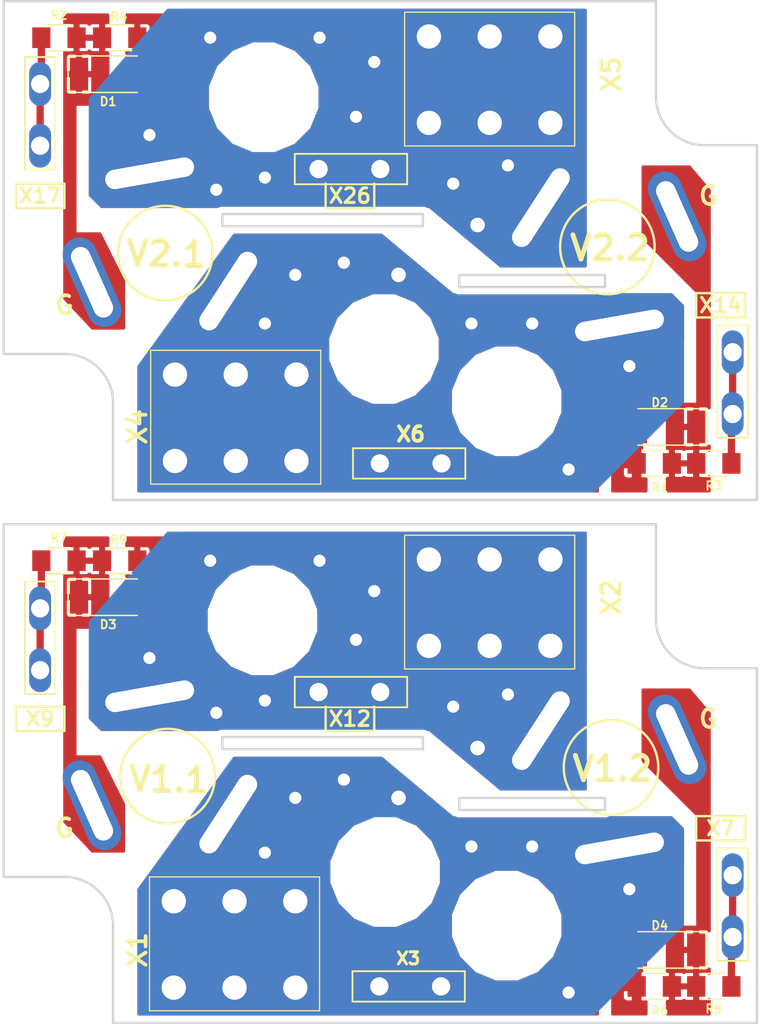
<source format=kicad_pcb>
(kicad_pcb (version 20171130) (host pcbnew "(5.0.0)")

  (general
    (thickness 1.6)
    (drawings 342)
    (tracks 48)
    (zones 0)
    (modules 38)
    (nets 13)
  )

  (page A4)
  (title_block
    (title "Tiristorių plokštė SWEGON")
    (date 2018-11-05)
    (rev 3)
    (company "VENTMATIKA, UAB")
  )

  (layers
    (0 F.Cu signal)
    (31 B.Cu signal hide)
    (32 B.Adhes user hide)
    (33 F.Adhes user hide)
    (34 B.Paste user hide)
    (35 F.Paste user hide)
    (36 B.SilkS user hide)
    (37 F.SilkS user)
    (38 B.Mask user hide)
    (39 F.Mask user)
    (40 Dwgs.User user hide)
    (41 Cmts.User user hide)
    (42 Eco1.User user hide)
    (43 Eco2.User user hide)
    (44 Edge.Cuts user)
    (45 Margin user hide)
    (46 B.CrtYd user hide)
    (47 F.CrtYd user hide)
    (48 B.Fab user hide)
    (49 F.Fab user hide)
  )

  (setup
    (last_trace_width 0.25)
    (trace_clearance 0.2)
    (zone_clearance 0.508)
    (zone_45_only no)
    (trace_min 0.2)
    (segment_width 0.1)
    (edge_width 0.1)
    (via_size 0.8)
    (via_drill 0.4)
    (via_min_size 0.4)
    (via_min_drill 0.3)
    (user_via 2.2 1)
    (uvia_size 0.3)
    (uvia_drill 0.1)
    (uvias_allowed no)
    (uvia_min_size 0.2)
    (uvia_min_drill 0.1)
    (pcb_text_width 0.3)
    (pcb_text_size 1.5 1.5)
    (mod_edge_width 0.15)
    (mod_text_size 1 1)
    (mod_text_width 0.15)
    (pad_size 1.5 1.7)
    (pad_drill 0)
    (pad_to_mask_clearance 0.2)
    (aux_axis_origin 0 0)
    (grid_origin 79 130)
    (visible_elements 7FFFEF7F)
    (pcbplotparams
      (layerselection 0x014e8_ffffffff)
      (usegerberextensions false)
      (usegerberattributes false)
      (usegerberadvancedattributes false)
      (creategerberjobfile false)
      (excludeedgelayer true)
      (linewidth 0.100000)
      (plotframeref false)
      (viasonmask false)
      (mode 1)
      (useauxorigin false)
      (hpglpennumber 1)
      (hpglpenspeed 20)
      (hpglpendiameter 15.000000)
      (psnegative false)
      (psa4output false)
      (plotreference true)
      (plotvalue true)
      (plotinvisibletext false)
      (padsonsilk false)
      (subtractmaskfromsilk false)
      (outputformat 1)
      (mirror false)
      (drillshape 0)
      (scaleselection 1)
      (outputdirectory "gerbers/"))
  )

  (net 0 "")
  (net 1 "Net-(D1-Pad1)")
  (net 2 /CTRL1A)
  (net 3 /CTRL1B)
  (net 4 /CTRL3A)
  (net 5 "Net-(D4-Pad1)")
  (net 6 "Net-(D2-Pad1)")
  (net 7 "Net-(D3-Pad1)")
  (net 8 /LD1)
  (net 9 /PH1)
  (net 10 /LD3)
  (net 11 /PH3)
  (net 12 /CTRL3B)

  (net_class Default "This is the default net class."
    (clearance 0.2)
    (trace_width 0.25)
    (via_dia 0.8)
    (via_drill 0.4)
    (uvia_dia 0.3)
    (uvia_drill 0.1)
    (add_net /CTRL1A)
    (add_net /CTRL1B)
    (add_net /CTRL3A)
    (add_net /CTRL3B)
    (add_net /LD1)
    (add_net /LD3)
    (add_net /PH1)
    (add_net /PH3)
    (add_net "Net-(D1-Pad1)")
    (add_net "Net-(D2-Pad1)")
    (add_net "Net-(D3-Pad1)")
    (add_net "Net-(D4-Pad1)")
  )

  (module mech:Faston_6.3x0.8x14 (layer F.Cu) (tedit 5BE033C2) (tstamp 5BC6C748)
    (at 112.46 127 180)
    (path /5BC78782)
    (attr smd)
    (fp_text reference X3 (at 0.16 2.3 180) (layer F.SilkS)
      (effects (font (size 1 1) (thickness 0.25)))
    )
    (fp_text value Faston_6.3x08x14 (at 0 0.75 180) (layer F.Fab) hide
      (effects (font (size 0.3 0.3) (thickness 0.075)))
    )
    (fp_line (start 2.51 0.132051) (end -2.49 0.132051) (layer F.Fab) (width 0.1))
    (fp_line (start -3.14 0.4) (end 3.16 0.4) (layer F.Fab) (width 0.1))
    (fp_line (start -2.64 0.4) (end -2.69 0.4) (layer F.Fab) (width 0.1))
    (fp_line (start 3.16 0.4) (end 3.11 0.4) (layer F.Fab) (width 0.1))
    (fp_line (start -3.14 -0.4) (end 3.16 -0.4) (layer F.Fab) (width 0.1))
    (fp_line (start -2.79 0.4) (end -2.84 0.4) (layer F.Fab) (width 0.1))
    (fp_line (start -3.14 -0.4) (end -3.99 -0.4) (layer F.Fab) (width 0.1))
    (fp_line (start -2.99 0.4) (end -3.04 0.4) (layer F.Fab) (width 0.1))
    (fp_line (start 4.01 -0.4) (end 4.01 0.4) (layer F.Fab) (width 0.1))
    (fp_line (start 4.01 -0.4) (end 3.16 -0.4) (layer F.Fab) (width 0.1))
    (fp_line (start -3.99 0.4) (end -3.14 0.4) (layer F.Fab) (width 0.1))
    (fp_line (start -3.09 0.4) (end -3.14 0.4) (layer F.Fab) (width 0.1))
    (fp_line (start 2.66 0.4) (end 2.61 0.4) (layer F.Fab) (width 0.1))
    (fp_line (start 2.81 0.4) (end 2.76 0.4) (layer F.Fab) (width 0.1))
    (fp_line (start -0.59 0.4) (end -0.64 0.4) (layer F.Fab) (width 0.1))
    (fp_line (start 2.91 0.4) (end 2.86 0.4) (layer F.Fab) (width 0.1))
    (fp_line (start 3.16 0.4) (end 2.51 0.132051) (layer F.Fab) (width 0.1))
    (fp_line (start -2.84 0.4) (end -2.89 0.4) (layer F.Fab) (width 0.1))
    (fp_line (start 3.16 -0.4) (end 3.16 0.4) (layer F.Fab) (width 0.1))
    (fp_line (start 3.16 0.4) (end 4.01 0.4) (layer F.Fab) (width 0.1))
    (fp_line (start -2.49 -0.132051) (end -2.49 0.132051) (layer F.Fab) (width 0.1))
    (fp_line (start -2.49 0.132051) (end -3.14 0.4) (layer F.Fab) (width 0.1))
    (fp_line (start -3.14 0.4) (end -3.14 -0.4) (layer F.Fab) (width 0.1))
    (fp_line (start -2.89 0.4) (end -2.94 0.4) (layer F.Fab) (width 0.1))
    (fp_line (start 3.11 0.4) (end 3.06 0.4) (layer F.Fab) (width 0.1))
    (fp_line (start -0.74 0.4) (end -0.79 0.4) (layer F.Fab) (width 0.1))
    (fp_line (start 3.01 0.4) (end 2.96 0.4) (layer F.Fab) (width 0.1))
    (fp_line (start 3.06 0.4) (end 3.01 0.4) (layer F.Fab) (width 0.1))
    (fp_line (start -0.64 0.4) (end -0.69 0.4) (layer F.Fab) (width 0.1))
    (fp_line (start -3.04 0.4) (end -3.09 0.4) (layer F.Fab) (width 0.1))
    (fp_line (start 2.71 0.4) (end 2.66 0.4) (layer F.Fab) (width 0.1))
    (fp_line (start 2.96 0.4) (end 2.91 0.4) (layer F.Fab) (width 0.1))
    (fp_line (start -2.49 -0.132051) (end 2.51 -0.132051) (layer F.Fab) (width 0.1))
    (fp_line (start 2.51 -0.132051) (end 3.16 -0.4) (layer F.Fab) (width 0.1))
    (fp_line (start -2.74 0.4) (end -2.79 0.4) (layer F.Fab) (width 0.1))
    (fp_line (start -2.69 0.4) (end -2.74 0.4) (layer F.Fab) (width 0.1))
    (fp_line (start -0.54 0.4) (end -0.59 0.4) (layer F.Fab) (width 0.1))
    (fp_line (start -3.14 -0.4) (end -2.49 -0.132051) (layer F.Fab) (width 0.1))
    (fp_line (start 2.51 0.132051) (end 2.51 -0.132051) (layer F.Fab) (width 0.1))
    (fp_line (start 2.76 0.4) (end 2.71 0.4) (layer F.Fab) (width 0.1))
    (fp_line (start -2.94 0.4) (end -2.99 0.4) (layer F.Fab) (width 0.1))
    (fp_line (start 2.86 0.4) (end 2.81 0.4) (layer F.Fab) (width 0.1))
    (fp_line (start -0.69 0.4) (end -0.74 0.4) (layer F.Fab) (width 0.1))
    (fp_line (start -3.99 -0.4) (end -3.99 0.4) (layer F.Fab) (width 0.1))
    (fp_line (start -2.59 0.4) (end -2.64 0.4) (layer F.Fab) (width 0.1))
    (fp_line (start -0.79 0.4) (end -0.84 0.4) (layer F.Fab) (width 0.1))
    (fp_line (start 0.16 0.4) (end 0.11 0.4) (layer F.Fab) (width 0.1))
    (fp_line (start -0.49 0.4) (end -0.54 0.4) (layer F.Fab) (width 0.1))
    (fp_line (start -0.44 0.4) (end -0.49 0.4) (layer F.Fab) (width 0.1))
    (fp_line (start 0.06 0.4) (end 0.01 0.4) (layer F.Fab) (width 0.1))
    (fp_line (start 0.41 0.4) (end 0.36 0.4) (layer F.Fab) (width 0.1))
    (fp_line (start 0.11 0.4) (end 0.06 0.4) (layer F.Fab) (width 0.1))
    (fp_line (start 0.21 0.4) (end 0.16 0.4) (layer F.Fab) (width 0.1))
    (fp_line (start 0.81 0.4) (end 0.76 0.4) (layer F.Fab) (width 0.1))
    (fp_line (start 0.76 0.4) (end 0.71 0.4) (layer F.Fab) (width 0.1))
    (fp_line (start 0.71 0.4) (end 0.66 0.4) (layer F.Fab) (width 0.1))
    (fp_line (start 0.56 0.4) (end 0.51 0.4) (layer F.Fab) (width 0.1))
    (fp_line (start -0.34 0.4) (end -0.39 0.4) (layer F.Fab) (width 0.1))
    (fp_line (start -0.14 0.4) (end -0.19 0.4) (layer F.Fab) (width 0.1))
    (fp_line (start -0.39 0.4) (end -0.44 0.4) (layer F.Fab) (width 0.1))
    (fp_line (start 0.61 0.4) (end 0.56 0.4) (layer F.Fab) (width 0.1))
    (fp_line (start -0.29 0.4) (end -0.34 0.4) (layer F.Fab) (width 0.1))
    (fp_line (start -0.24 0.4) (end -0.29 0.4) (layer F.Fab) (width 0.1))
    (fp_line (start 0.26 0.4) (end 0.21 0.4) (layer F.Fab) (width 0.1))
    (fp_line (start 0.31 0.4) (end 0.26 0.4) (layer F.Fab) (width 0.1))
    (fp_line (start -0.19 0.4) (end -0.24 0.4) (layer F.Fab) (width 0.1))
    (fp_line (start -0.09 0.4) (end -0.14 0.4) (layer F.Fab) (width 0.1))
    (fp_line (start -0.04 0.4) (end -0.09 0.4) (layer F.Fab) (width 0.1))
    (fp_line (start 0.01 0.4) (end -0.04 0.4) (layer F.Fab) (width 0.1))
    (fp_line (start 0.66 0.4) (end 0.61 0.4) (layer F.Fab) (width 0.1))
    (fp_line (start 0.36 0.4) (end 0.31 0.4) (layer F.Fab) (width 0.1))
    (fp_line (start 0.86 0.4) (end 0.81 0.4) (layer F.Fab) (width 0.1))
    (fp_line (start 0.46 0.4) (end 0.41 0.4) (layer F.Fab) (width 0.1))
    (fp_line (start 0.51 0.4) (end 0.46 0.4) (layer F.Fab) (width 0.1))
    (fp_line (start -4.5 -1.25) (end 4.75 -1.25) (layer F.CrtYd) (width 0.15))
    (fp_line (start 4.75 -1.25) (end 4.75 1.25) (layer F.CrtYd) (width 0.15))
    (fp_line (start 4.75 1.25) (end -4.5 1.25) (layer F.CrtYd) (width 0.15))
    (fp_line (start -4.5 1.25) (end -4.5 -1.25) (layer F.CrtYd) (width 0.15))
    (fp_line (start -4.5 -1.25) (end 4.75 -1.25) (layer F.SilkS) (width 0.15))
    (fp_line (start 4.75 -1.25) (end 4.75 1.25) (layer F.SilkS) (width 0.15))
    (fp_line (start 4.75 1.25) (end -4.5 1.25) (layer F.SilkS) (width 0.15))
    (fp_line (start -4.5 1.25) (end -4.5 -1.25) (layer F.SilkS) (width 0.15))
    (pad 1 thru_hole oval (at 2.54 0 180) (size 3.6 1.8) (drill 1.5) (layers *.Cu *.Mask)
      (net 8 /LD1) (zone_connect 2))
    (pad 1 thru_hole oval (at -2.54 0 180) (size 3.6 1.8) (drill 1.5) (layers *.Cu *.Mask)
      (net 8 /LD1) (zone_connect 2))
    (model ${VENTLIB3DPACK}/Faston_6.3x0.8x14_q.wrl
      (at (xyz 0 0 0))
      (scale (xyz 1 1 1))
      (rotate (xyz 0 0 0))
    )
  )

  (module disc:RD91 (layer F.Cu) (tedit 5BE17CF6) (tstamp 5BC50BD6)
    (at 128.5 109.4 237)
    (path /5BC0D0F6)
    (fp_text reference V1.2 (at -0.578385 -0.339811) (layer F.SilkS)
      (effects (font (size 2 2) (thickness 0.4)))
    )
    (fp_text value BTW67 (at 0.000001 -0.5 237) (layer F.Fab) hide
      (effects (font (size 1 1) (thickness 0.15)))
    )
    (fp_line (start -6.1 -1) (end -3.5 -5) (layer F.Fab) (width 0.1))
    (fp_line (start -7.5 -2) (end -4.9 -6) (layer F.Fab) (width 0.1))
    (fp_line (start -2.85 7.1) (end 2.9 7.1) (layer F.Fab) (width 0.1))
    (fp_line (start -2.9 5.5) (end 2.85 5.5) (layer F.Fab) (width 0.1))
    (fp_arc (start 2.899902 6.298442) (end 2.899902 7.098442) (angle -183.5762897) (layer F.Fab) (width 0.1))
    (fp_arc (start -2.9 6.3) (end -2.9 5.5) (angle -183.5762897) (layer F.Fab) (width 0.1))
    (fp_line (start 2.1 -5.9) (end 6 -1.75) (layer F.Fab) (width 0.1))
    (fp_line (start 7.15 -2.9) (end 3.25 -7.05) (layer F.Fab) (width 0.1))
    (fp_arc (start 6.6 -2.3) (end 6 -1.75) (angle -188.2001758) (layer F.Fab) (width 0.1))
    (fp_arc (start 2.65 -6.5) (end 3.25 -7.05) (angle -187.6840089) (layer F.Fab) (width 0.1))
    (fp_arc (start -4.2 -5.5) (end -3.5 -5) (angle -181.8475364) (layer F.Fab) (width 0.1))
    (fp_arc (start -6.8 -1.5) (end -7.5 -2) (angle -181.8475364) (layer F.Fab) (width 0.1))
    (fp_arc (start 15 0) (end 18 -3) (angle 90) (layer F.Fab) (width 0.1))
    (fp_arc (start 0 0) (end 9 10) (angle 83.97442499) (layer F.Fab) (width 0.1))
    (fp_circle (center 0 0) (end 11 0.5) (layer F.Fab) (width 0.1))
    (fp_circle (center -15 0) (end -13 0) (layer F.Fab) (width 0.1))
    (fp_circle (center 15 0) (end 17 0) (layer F.Fab) (width 0.1))
    (fp_arc (start 0 0) (end -9 -10) (angle 83.97442499) (layer F.Fab) (width 0.1))
    (fp_arc (start -15 0) (end -18 3) (angle 90) (layer F.Fab) (width 0.1))
    (fp_line (start -18 -3) (end -9 -10) (layer F.Fab) (width 0.1))
    (fp_line (start -18 3) (end -9 10) (layer F.Fab) (width 0.1))
    (fp_line (start 9 10) (end 18 3) (layer F.Fab) (width 0.1))
    (fp_line (start 9 -10) (end 18 -3) (layer F.Fab) (width 0.1))
    (fp_circle (center 0 0) (end 10 0) (layer F.Fab) (width 0.1))
    (pad 2 thru_hole oval (at -5.500001 -3.5 204) (size 2.8 7.8) (drill oval 1.6 6.2) (layers *.Cu *.Mask)
      (net 5 "Net-(D4-Pad1)") (zone_connect 2))
    (pad 1 thru_hole oval (at 0 6.3 237) (size 8.8 2.8) (drill oval 7.4 1.6) (layers *.Cu *.Mask)
      (net 9 /PH1) (zone_connect 2))
    (pad 3 thru_hole oval (at 4.6 -4.4 190) (size 8.8 2.8) (drill oval 7.4 1.6) (layers *.Cu *.Mask)
      (net 8 /LD1) (zone_connect 2))
    (model ../../../../../../Working/Git/VentLib/shapes3D/RD91.wrl
      (at (xyz 0 0 0))
      (scale (xyz 1 1 1))
      (rotate (xyz 0 0 0))
    )
  )

  (module disc:RD91 (layer F.Cu) (tedit 5BE17CDE) (tstamp 5BDFF925)
    (at 92.2 66.4 57)
    (path /5BE35DAB)
    (fp_text reference V2.1 (at -0.22654 0.38559 179) (layer F.SilkS)
      (effects (font (size 2 2) (thickness 0.4)))
    )
    (fp_text value BTW67 (at 0.000001 -0.5 57) (layer F.Fab) hide
      (effects (font (size 1 1) (thickness 0.15)))
    )
    (fp_line (start -6.1 -1.000001) (end -3.5 -5) (layer F.Fab) (width 0.1))
    (fp_line (start -7.5 -2) (end -4.900001 -6) (layer F.Fab) (width 0.1))
    (fp_line (start -2.85 7.1) (end 2.899999 7.1) (layer F.Fab) (width 0.1))
    (fp_line (start -2.9 5.5) (end 2.849999 5.5) (layer F.Fab) (width 0.1))
    (fp_arc (start 2.899902 6.298442) (end 2.899902 7.098442) (angle -183.5762897) (layer F.Fab) (width 0.1))
    (fp_arc (start -2.900001 6.3) (end -2.9 5.5) (angle -183.5762897) (layer F.Fab) (width 0.1))
    (fp_line (start 2.1 -5.899999) (end 6 -1.75) (layer F.Fab) (width 0.1))
    (fp_line (start 7.15 -2.900001) (end 3.25 -7.050001) (layer F.Fab) (width 0.1))
    (fp_arc (start 6.6 -2.300001) (end 6 -1.75) (angle -188.2001758) (layer F.Fab) (width 0.1))
    (fp_arc (start 2.65 -6.5) (end 3.25 -7.050001) (angle -187.6840089) (layer F.Fab) (width 0.1))
    (fp_arc (start -4.2 -5.5) (end -3.5 -5) (angle -181.8475364) (layer F.Fab) (width 0.1))
    (fp_arc (start -6.8 -1.5) (end -7.5 -2) (angle -181.8475364) (layer F.Fab) (width 0.1))
    (fp_arc (start 15.000001 0) (end 18 -3) (angle 90) (layer F.Fab) (width 0.1))
    (fp_arc (start 0 0) (end 9 10) (angle 83.97442499) (layer F.Fab) (width 0.1))
    (fp_circle (center 0 0) (end 11 0.5) (layer F.Fab) (width 0.1))
    (fp_circle (center -15.000001 0) (end -12.999999 0) (layer F.Fab) (width 0.1))
    (fp_circle (center 15.000001 0) (end 17.000001 0) (layer F.Fab) (width 0.1))
    (fp_arc (start 0 0) (end -9 -10) (angle 83.97442499) (layer F.Fab) (width 0.1))
    (fp_arc (start -15.000001 0) (end -18 3) (angle 90) (layer F.Fab) (width 0.1))
    (fp_line (start -18 -3) (end -9 -10) (layer F.Fab) (width 0.1))
    (fp_line (start -18 3) (end -9 9.999999) (layer F.Fab) (width 0.1))
    (fp_line (start 9 10) (end 18 3) (layer F.Fab) (width 0.1))
    (fp_line (start 9 -9.999999) (end 18 -3) (layer F.Fab) (width 0.1))
    (fp_circle (center 0 0) (end 10 0) (layer F.Fab) (width 0.1))
    (pad 2 thru_hole oval (at -5.500001 -3.5 24) (size 2.8 7.8) (drill oval 1.6 6.2) (layers *.Cu *.Mask)
      (net 1 "Net-(D1-Pad1)") (zone_connect 2))
    (pad 1 thru_hole oval (at 0 6.3 57) (size 8.8 2.8) (drill oval 7.4 1.6) (layers *.Cu *.Mask)
      (net 10 /LD3) (zone_connect 2))
    (pad 3 thru_hole oval (at 4.6 -4.4 10) (size 8.8 2.8) (drill oval 7.4 1.6) (layers *.Cu *.Mask)
      (net 11 /PH3) (zone_connect 2))
    (model ../../../../../../Working/Git/VentLib/shapes3D/RD91.wrl
      (at (xyz 0 0 0))
      (scale (xyz 1 1 1))
      (rotate (xyz 0 0 0))
    )
  )

  (module Mounting_Holes:MountingHole_6mm (layer F.Cu) (tedit 5BC87A53) (tstamp 5BCA937D)
    (at 120.4 122)
    (descr "Mounting Hole 6mm, no annular")
    (tags "mounting hole 6mm no annular")
    (attr virtual)
    (fp_text reference REF** (at 0 -7) (layer F.SilkS) hide
      (effects (font (size 1 1) (thickness 0.15)))
    )
    (fp_text value MountingHole_6mm (at 0 7) (layer F.Fab) hide
      (effects (font (size 1 1) (thickness 0.15)))
    )
    (fp_circle (center 0 0) (end 6.25 0) (layer F.CrtYd) (width 0.05))
    (fp_circle (center 0 0) (end 6 0) (layer Cmts.User) (width 0.15))
    (fp_text user %R (at 0.3 0) (layer F.Fab) hide
      (effects (font (size 1 1) (thickness 0.15)))
    )
    (pad "" np_thru_hole circle (at 0 0) (size 8 8) (drill 8) (layers *.Cu *.Mask))
  )

  (module Mounting_Holes:MountingHole_6mm (layer F.Cu) (tedit 5BC87A59) (tstamp 5BCA936F)
    (at 110.4 117.6)
    (descr "Mounting Hole 6mm, no annular")
    (tags "mounting hole 6mm no annular")
    (attr virtual)
    (fp_text reference REF** (at 0 -7) (layer F.SilkS) hide
      (effects (font (size 1 1) (thickness 0.15)))
    )
    (fp_text value MountingHole_6mm (at 0 7) (layer F.Fab) hide
      (effects (font (size 1 1) (thickness 0.15)))
    )
    (fp_text user %R (at 0.3 0) (layer F.Fab) hide
      (effects (font (size 1 1) (thickness 0.15)))
    )
    (fp_circle (center 0 0) (end 6 0) (layer Cmts.User) (width 0.15))
    (fp_circle (center 0 0) (end 6.25 0) (layer F.CrtYd) (width 0.05))
    (pad "" np_thru_hole circle (at 0 0) (size 8 8) (drill 8) (layers *.Cu *.Mask))
  )

  (module Mounting_Holes:MountingHole_6mm (layer F.Cu) (tedit 5BC87A5E) (tstamp 5BE195DB)
    (at 100.3 96.9)
    (descr "Mounting Hole 6mm, no annular")
    (tags "mounting hole 6mm no annular")
    (attr virtual)
    (fp_text reference REF** (at 0 -7) (layer F.SilkS) hide
      (effects (font (size 1 1) (thickness 0.15)))
    )
    (fp_text value MountingHole_6mm (at 0 7) (layer F.Fab) hide
      (effects (font (size 1 1) (thickness 0.15)))
    )
    (fp_circle (center 0 0) (end 6.25 0) (layer F.CrtYd) (width 0.05))
    (fp_circle (center 0 0) (end 6 0) (layer Cmts.User) (width 0.15))
    (fp_text user %R (at 0.3 0) (layer F.Fab) hide
      (effects (font (size 1 1) (thickness 0.15)))
    )
    (pad "" np_thru_hole circle (at 0 0) (size 8 8) (drill 8) (layers *.Cu *.Mask))
  )

  (module Mounting_Holes:MountingHole_6mm (layer F.Cu) (tedit 5BC87A62) (tstamp 5BCA9307)
    (at 120.4 78.9)
    (descr "Mounting Hole 6mm, no annular")
    (tags "mounting hole 6mm no annular")
    (attr virtual)
    (fp_text reference REF** (at 0 -7) (layer F.SilkS) hide
      (effects (font (size 1 1) (thickness 0.15)))
    )
    (fp_text value MountingHole_6mm (at 0 7) (layer F.Fab) hide
      (effects (font (size 1 1) (thickness 0.15)))
    )
    (fp_text user %R (at 0.3 0) (layer F.Fab) hide
      (effects (font (size 1 1) (thickness 0.15)))
    )
    (fp_circle (center 0 0) (end 6 0) (layer Cmts.User) (width 0.15))
    (fp_circle (center 0 0) (end 6.25 0) (layer F.CrtYd) (width 0.05))
    (pad "" np_thru_hole circle (at 0 0) (size 8 8) (drill 8) (layers *.Cu *.Mask))
  )

  (module Mounting_Holes:MountingHole_6mm (layer F.Cu) (tedit 5BC87A68) (tstamp 5BCA910F)
    (at 110.3 74.6)
    (descr "Mounting Hole 6mm, no annular")
    (tags "mounting hole 6mm no annular")
    (attr virtual)
    (fp_text reference REF** (at 0 -7) (layer F.SilkS) hide
      (effects (font (size 1 1) (thickness 0.15)))
    )
    (fp_text value MountingHole_6mm (at 0 7) (layer F.Fab) hide
      (effects (font (size 1 1) (thickness 0.15)))
    )
    (fp_circle (center 0 0) (end 6.25 0) (layer F.CrtYd) (width 0.05))
    (fp_circle (center 0 0) (end 6 0) (layer Cmts.User) (width 0.15))
    (fp_text user %R (at 0.3 0) (layer F.Fab) hide
      (effects (font (size 1 1) (thickness 0.15)))
    )
    (pad "" np_thru_hole circle (at 0 0) (size 8 8) (drill 8) (layers *.Cu *.Mask))
  )

  (module disc:RD91 (layer F.Cu) (tedit 5BE17CEE) (tstamp 5BC50BB8)
    (at 92.2 109.4 57)
    (path /5BC0D088)
    (fp_text reference V1.1 (at -0.285347 0.662252 179) (layer F.SilkS)
      (effects (font (size 2 2) (thickness 0.4)))
    )
    (fp_text value BTW67 (at 0.000001 -0.5 57) (layer F.Fab) hide
      (effects (font (size 1 1) (thickness 0.15)))
    )
    (fp_line (start -6.1 -1) (end -3.5 -5) (layer F.Fab) (width 0.1))
    (fp_line (start -7.5 -2) (end -4.9 -6) (layer F.Fab) (width 0.1))
    (fp_line (start -2.85 7.1) (end 2.9 7.1) (layer F.Fab) (width 0.1))
    (fp_line (start -2.9 5.5) (end 2.85 5.5) (layer F.Fab) (width 0.1))
    (fp_arc (start 2.899902 6.298442) (end 2.899902 7.098442) (angle -183.5762897) (layer F.Fab) (width 0.1))
    (fp_arc (start -2.9 6.3) (end -2.9 5.5) (angle -183.5762897) (layer F.Fab) (width 0.1))
    (fp_line (start 2.1 -5.9) (end 6 -1.75) (layer F.Fab) (width 0.1))
    (fp_line (start 7.15 -2.9) (end 3.25 -7.05) (layer F.Fab) (width 0.1))
    (fp_arc (start 6.6 -2.3) (end 6 -1.75) (angle -188.2001758) (layer F.Fab) (width 0.1))
    (fp_arc (start 2.65 -6.5) (end 3.25 -7.05) (angle -187.6840089) (layer F.Fab) (width 0.1))
    (fp_arc (start -4.2 -5.5) (end -3.5 -5) (angle -181.8475364) (layer F.Fab) (width 0.1))
    (fp_arc (start -6.8 -1.5) (end -7.5 -2) (angle -181.8475364) (layer F.Fab) (width 0.1))
    (fp_arc (start 15 0) (end 18 -3) (angle 90) (layer F.Fab) (width 0.1))
    (fp_arc (start 0 0) (end 9 10) (angle 83.97442499) (layer F.Fab) (width 0.1))
    (fp_circle (center 0 0) (end 11 0.5) (layer F.Fab) (width 0.1))
    (fp_circle (center -15 0) (end -13 0) (layer F.Fab) (width 0.1))
    (fp_circle (center 15 0) (end 17 0) (layer F.Fab) (width 0.1))
    (fp_arc (start 0 0) (end -9 -10) (angle 83.97442499) (layer F.Fab) (width 0.1))
    (fp_arc (start -15 0) (end -18 3) (angle 90) (layer F.Fab) (width 0.1))
    (fp_line (start -18 -3) (end -9 -10) (layer F.Fab) (width 0.1))
    (fp_line (start -18 3) (end -9 10) (layer F.Fab) (width 0.1))
    (fp_line (start 9 10) (end 18 3) (layer F.Fab) (width 0.1))
    (fp_line (start 9 -10) (end 18 -3) (layer F.Fab) (width 0.1))
    (fp_circle (center 0 0) (end 10 0) (layer F.Fab) (width 0.1))
    (pad 2 thru_hole oval (at -5.500001 -3.5 24) (size 2.8 7.8) (drill oval 1.6 6.2) (layers *.Cu *.Mask)
      (net 7 "Net-(D3-Pad1)") (zone_connect 2))
    (pad 1 thru_hole oval (at 0 6.3 57) (size 8.8 2.8) (drill oval 7.4 1.6) (layers *.Cu *.Mask)
      (net 8 /LD1) (zone_connect 2))
    (pad 3 thru_hole oval (at 4.6 -4.4 10) (size 8.8 2.8) (drill oval 7.4 1.6) (layers *.Cu *.Mask)
      (net 9 /PH1) (zone_connect 2))
    (model ../../../../../../Working/Git/VentLib/shapes3D/RD91.wrl
      (at (xyz 0 0 0))
      (scale (xyz 1 1 1))
      (rotate (xyz 0 0 0))
    )
  )

  (module disc:RD91 (layer F.Cu) (tedit 5BE17CE6) (tstamp 5BBDFDCC)
    (at 128.5 66.4 237)
    (path /5BBEE31B)
    (fp_text reference V2.2 (at -0.301723 -0.281004) (layer F.SilkS)
      (effects (font (size 2 2) (thickness 0.4)))
    )
    (fp_text value BTW67 (at 0.000001 -0.5 237) (layer F.Fab) hide
      (effects (font (size 1 1) (thickness 0.15)))
    )
    (fp_line (start -6.1 -1) (end -3.5 -5) (layer F.Fab) (width 0.1))
    (fp_line (start -7.5 -2) (end -4.9 -6) (layer F.Fab) (width 0.1))
    (fp_line (start -2.85 7.1) (end 2.9 7.1) (layer F.Fab) (width 0.1))
    (fp_line (start -2.9 5.5) (end 2.85 5.5) (layer F.Fab) (width 0.1))
    (fp_arc (start 2.899902 6.298442) (end 2.899902 7.098442) (angle -183.5762897) (layer F.Fab) (width 0.1))
    (fp_arc (start -2.9 6.3) (end -2.9 5.5) (angle -183.5762897) (layer F.Fab) (width 0.1))
    (fp_line (start 2.1 -5.9) (end 6 -1.75) (layer F.Fab) (width 0.1))
    (fp_line (start 7.15 -2.9) (end 3.25 -7.05) (layer F.Fab) (width 0.1))
    (fp_arc (start 6.6 -2.3) (end 6 -1.75) (angle -188.2001758) (layer F.Fab) (width 0.1))
    (fp_arc (start 2.65 -6.5) (end 3.25 -7.05) (angle -187.6840089) (layer F.Fab) (width 0.1))
    (fp_arc (start -4.2 -5.5) (end -3.5 -5) (angle -181.8475364) (layer F.Fab) (width 0.1))
    (fp_arc (start -6.8 -1.5) (end -7.5 -2) (angle -181.8475364) (layer F.Fab) (width 0.1))
    (fp_arc (start 15 0) (end 18 -3) (angle 90) (layer F.Fab) (width 0.1))
    (fp_arc (start 0 0) (end 9 10) (angle 83.97442499) (layer F.Fab) (width 0.1))
    (fp_circle (center 0 0) (end 11 0.5) (layer F.Fab) (width 0.1))
    (fp_circle (center -15 0) (end -13 0) (layer F.Fab) (width 0.1))
    (fp_circle (center 15 0) (end 17 0) (layer F.Fab) (width 0.1))
    (fp_arc (start 0 0) (end -9 -10) (angle 83.97442499) (layer F.Fab) (width 0.1))
    (fp_arc (start -15 0) (end -18 3) (angle 90) (layer F.Fab) (width 0.1))
    (fp_line (start -18 -3) (end -9 -10) (layer F.Fab) (width 0.1))
    (fp_line (start -18 3) (end -9 10) (layer F.Fab) (width 0.1))
    (fp_line (start 9 10) (end 18 3) (layer F.Fab) (width 0.1))
    (fp_line (start 9 -10) (end 18 -3) (layer F.Fab) (width 0.1))
    (fp_circle (center 0 0) (end 10 0) (layer F.Fab) (width 0.1))
    (pad 2 thru_hole oval (at -5.500001 -3.5 204) (size 2.8 7.8) (drill oval 1.6 6.2) (layers *.Cu *.Mask)
      (net 6 "Net-(D2-Pad1)") (zone_connect 2))
    (pad 1 thru_hole oval (at 0 6.3 237) (size 8.8 2.8) (drill oval 7.4 1.6) (layers *.Cu *.Mask)
      (net 11 /PH3) (zone_connect 2))
    (pad 3 thru_hole oval (at 4.6 -4.4 190) (size 8.8 2.8) (drill oval 7.4 1.6) (layers *.Cu *.Mask)
      (net 10 /LD3) (zone_connect 2))
    (model ../../../../../../Working/Git/VentLib/shapes3D/RD91.wrl
      (at (xyz 0 0 0))
      (scale (xyz 1 1 1))
      (rotate (xyz 0 0 0))
    )
  )

  (module mech:Faston_6.3x0.8x14 (layer F.Cu) (tedit 5BC572C8) (tstamp 5BC028FF)
    (at 139 77.4 90)
    (path /5BBEE352)
    (attr smd)
    (fp_text reference X14 (at 6.4 -1 180) (layer F.SilkS)
      (effects (font (size 1.2 1.2) (thickness 0.25)))
    )
    (fp_text value Faston_6.3x08x14 (at 0 0.75 90) (layer F.Fab) hide
      (effects (font (size 0.3 0.3) (thickness 0.075)))
    )
    (fp_line (start 2.51 0.132051) (end -2.49 0.132051) (layer F.Fab) (width 0.1))
    (fp_line (start -3.14 0.4) (end 3.16 0.4) (layer F.Fab) (width 0.1))
    (fp_line (start -2.64 0.4) (end -2.69 0.4) (layer F.Fab) (width 0.1))
    (fp_line (start 3.16 0.4) (end 3.11 0.4) (layer F.Fab) (width 0.1))
    (fp_line (start -3.14 -0.4) (end 3.16 -0.4) (layer F.Fab) (width 0.1))
    (fp_line (start -2.79 0.4) (end -2.84 0.4) (layer F.Fab) (width 0.1))
    (fp_line (start -3.14 -0.4) (end -3.99 -0.4) (layer F.Fab) (width 0.1))
    (fp_line (start -2.99 0.4) (end -3.04 0.4) (layer F.Fab) (width 0.1))
    (fp_line (start 4.01 -0.4) (end 4.01 0.4) (layer F.Fab) (width 0.1))
    (fp_line (start 4.01 -0.4) (end 3.16 -0.4) (layer F.Fab) (width 0.1))
    (fp_line (start -3.99 0.4) (end -3.14 0.4) (layer F.Fab) (width 0.1))
    (fp_line (start -3.09 0.4) (end -3.14 0.4) (layer F.Fab) (width 0.1))
    (fp_line (start 2.66 0.4) (end 2.61 0.4) (layer F.Fab) (width 0.1))
    (fp_line (start 2.81 0.4) (end 2.76 0.4) (layer F.Fab) (width 0.1))
    (fp_line (start -0.59 0.4) (end -0.64 0.4) (layer F.Fab) (width 0.1))
    (fp_line (start 2.91 0.4) (end 2.86 0.4) (layer F.Fab) (width 0.1))
    (fp_line (start 3.16 0.4) (end 2.51 0.132051) (layer F.Fab) (width 0.1))
    (fp_line (start -2.84 0.4) (end -2.89 0.4) (layer F.Fab) (width 0.1))
    (fp_line (start 3.16 -0.4) (end 3.16 0.4) (layer F.Fab) (width 0.1))
    (fp_line (start 3.16 0.4) (end 4.01 0.4) (layer F.Fab) (width 0.1))
    (fp_line (start -2.49 -0.132051) (end -2.49 0.132051) (layer F.Fab) (width 0.1))
    (fp_line (start -2.49 0.132051) (end -3.14 0.4) (layer F.Fab) (width 0.1))
    (fp_line (start -3.14 0.4) (end -3.14 -0.4) (layer F.Fab) (width 0.1))
    (fp_line (start -2.89 0.4) (end -2.94 0.4) (layer F.Fab) (width 0.1))
    (fp_line (start 3.11 0.4) (end 3.06 0.4) (layer F.Fab) (width 0.1))
    (fp_line (start -0.74 0.4) (end -0.79 0.4) (layer F.Fab) (width 0.1))
    (fp_line (start 3.01 0.4) (end 2.96 0.4) (layer F.Fab) (width 0.1))
    (fp_line (start 3.06 0.4) (end 3.01 0.4) (layer F.Fab) (width 0.1))
    (fp_line (start -0.64 0.4) (end -0.69 0.4) (layer F.Fab) (width 0.1))
    (fp_line (start -3.04 0.4) (end -3.09 0.4) (layer F.Fab) (width 0.1))
    (fp_line (start 2.71 0.4) (end 2.66 0.4) (layer F.Fab) (width 0.1))
    (fp_line (start 2.96 0.4) (end 2.91 0.4) (layer F.Fab) (width 0.1))
    (fp_line (start -2.49 -0.132051) (end 2.51 -0.132051) (layer F.Fab) (width 0.1))
    (fp_line (start 2.51 -0.132051) (end 3.16 -0.4) (layer F.Fab) (width 0.1))
    (fp_line (start -2.74 0.4) (end -2.79 0.4) (layer F.Fab) (width 0.1))
    (fp_line (start -2.69 0.4) (end -2.74 0.4) (layer F.Fab) (width 0.1))
    (fp_line (start -0.54 0.4) (end -0.59 0.4) (layer F.Fab) (width 0.1))
    (fp_line (start -3.14 -0.4) (end -2.49 -0.132051) (layer F.Fab) (width 0.1))
    (fp_line (start 2.51 0.132051) (end 2.51 -0.132051) (layer F.Fab) (width 0.1))
    (fp_line (start 2.76 0.4) (end 2.71 0.4) (layer F.Fab) (width 0.1))
    (fp_line (start -2.94 0.4) (end -2.99 0.4) (layer F.Fab) (width 0.1))
    (fp_line (start 2.86 0.4) (end 2.81 0.4) (layer F.Fab) (width 0.1))
    (fp_line (start -0.69 0.4) (end -0.74 0.4) (layer F.Fab) (width 0.1))
    (fp_line (start -3.99 -0.4) (end -3.99 0.4) (layer F.Fab) (width 0.1))
    (fp_line (start -2.59 0.4) (end -2.64 0.4) (layer F.Fab) (width 0.1))
    (fp_line (start -0.79 0.4) (end -0.84 0.4) (layer F.Fab) (width 0.1))
    (fp_line (start 0.16 0.4) (end 0.11 0.4) (layer F.Fab) (width 0.1))
    (fp_line (start -0.49 0.4) (end -0.54 0.4) (layer F.Fab) (width 0.1))
    (fp_line (start -0.44 0.4) (end -0.49 0.4) (layer F.Fab) (width 0.1))
    (fp_line (start 0.06 0.4) (end 0.01 0.4) (layer F.Fab) (width 0.1))
    (fp_line (start 0.41 0.4) (end 0.36 0.4) (layer F.Fab) (width 0.1))
    (fp_line (start 0.11 0.4) (end 0.06 0.4) (layer F.Fab) (width 0.1))
    (fp_line (start 0.21 0.4) (end 0.16 0.4) (layer F.Fab) (width 0.1))
    (fp_line (start 0.81 0.4) (end 0.76 0.4) (layer F.Fab) (width 0.1))
    (fp_line (start 0.76 0.4) (end 0.71 0.4) (layer F.Fab) (width 0.1))
    (fp_line (start 0.71 0.4) (end 0.66 0.4) (layer F.Fab) (width 0.1))
    (fp_line (start 0.56 0.4) (end 0.51 0.4) (layer F.Fab) (width 0.1))
    (fp_line (start -0.34 0.4) (end -0.39 0.4) (layer F.Fab) (width 0.1))
    (fp_line (start -0.14 0.4) (end -0.19 0.4) (layer F.Fab) (width 0.1))
    (fp_line (start -0.39 0.4) (end -0.44 0.4) (layer F.Fab) (width 0.1))
    (fp_line (start 0.61 0.4) (end 0.56 0.4) (layer F.Fab) (width 0.1))
    (fp_line (start -0.29 0.4) (end -0.34 0.4) (layer F.Fab) (width 0.1))
    (fp_line (start -0.24 0.4) (end -0.29 0.4) (layer F.Fab) (width 0.1))
    (fp_line (start 0.26 0.4) (end 0.21 0.4) (layer F.Fab) (width 0.1))
    (fp_line (start 0.31 0.4) (end 0.26 0.4) (layer F.Fab) (width 0.1))
    (fp_line (start -0.19 0.4) (end -0.24 0.4) (layer F.Fab) (width 0.1))
    (fp_line (start -0.09 0.4) (end -0.14 0.4) (layer F.Fab) (width 0.1))
    (fp_line (start -0.04 0.4) (end -0.09 0.4) (layer F.Fab) (width 0.1))
    (fp_line (start 0.01 0.4) (end -0.04 0.4) (layer F.Fab) (width 0.1))
    (fp_line (start 0.66 0.4) (end 0.61 0.4) (layer F.Fab) (width 0.1))
    (fp_line (start 0.36 0.4) (end 0.31 0.4) (layer F.Fab) (width 0.1))
    (fp_line (start 0.86 0.4) (end 0.81 0.4) (layer F.Fab) (width 0.1))
    (fp_line (start 0.46 0.4) (end 0.41 0.4) (layer F.Fab) (width 0.1))
    (fp_line (start 0.51 0.4) (end 0.46 0.4) (layer F.Fab) (width 0.1))
    (fp_line (start -4.5 -1.25) (end 4.75 -1.25) (layer F.CrtYd) (width 0.15))
    (fp_line (start 4.75 -1.25) (end 4.75 1.25) (layer F.CrtYd) (width 0.15))
    (fp_line (start 4.75 1.25) (end -4.5 1.25) (layer F.CrtYd) (width 0.15))
    (fp_line (start -4.5 1.25) (end -4.5 -1.25) (layer F.CrtYd) (width 0.15))
    (fp_line (start -4.5 -1.25) (end 4.75 -1.25) (layer F.SilkS) (width 0.15))
    (fp_line (start 4.75 -1.25) (end 4.75 1.25) (layer F.SilkS) (width 0.15))
    (fp_line (start 4.75 1.25) (end -4.5 1.25) (layer F.SilkS) (width 0.15))
    (fp_line (start -4.5 1.25) (end -4.5 -1.25) (layer F.SilkS) (width 0.15))
    (pad 1 thru_hole oval (at 2.54 0 90) (size 3.6 1.8) (drill 1.5) (layers *.Cu *.Mask)
      (net 12 /CTRL3B))
    (pad 1 thru_hole oval (at -2.54 0 90) (size 3.6 1.8) (drill 1.5) (layers *.Cu *.Mask)
      (net 12 /CTRL3B))
    (model ${VENTLIB3DPACK}/Faston_6.3x0.8x14.wrl
      (at (xyz 0 0 0))
      (scale (xyz 1 1 1))
      (rotate (xyz 0 0 0))
    )
  )

  (module mech:Faston_6.3x0.8x14 (layer F.Cu) (tedit 5BC572C8) (tstamp 5BC0284F)
    (at 82 55.34 90)
    (path /5BE35E0B)
    (attr smd)
    (fp_text reference X17 (at -6.66 0 180) (layer F.SilkS)
      (effects (font (size 1.2 1.2) (thickness 0.25)))
    )
    (fp_text value Faston_6.3x08x14 (at 0 0.75 90) (layer F.Fab) hide
      (effects (font (size 0.3 0.3) (thickness 0.075)))
    )
    (fp_line (start 2.51 0.132051) (end -2.49 0.132051) (layer F.Fab) (width 0.1))
    (fp_line (start -3.14 0.4) (end 3.16 0.4) (layer F.Fab) (width 0.1))
    (fp_line (start -2.64 0.4) (end -2.69 0.4) (layer F.Fab) (width 0.1))
    (fp_line (start 3.16 0.4) (end 3.11 0.4) (layer F.Fab) (width 0.1))
    (fp_line (start -3.14 -0.4) (end 3.16 -0.4) (layer F.Fab) (width 0.1))
    (fp_line (start -2.79 0.4) (end -2.84 0.4) (layer F.Fab) (width 0.1))
    (fp_line (start -3.14 -0.4) (end -3.99 -0.4) (layer F.Fab) (width 0.1))
    (fp_line (start -2.99 0.4) (end -3.04 0.4) (layer F.Fab) (width 0.1))
    (fp_line (start 4.01 -0.4) (end 4.01 0.4) (layer F.Fab) (width 0.1))
    (fp_line (start 4.01 -0.4) (end 3.16 -0.4) (layer F.Fab) (width 0.1))
    (fp_line (start -3.99 0.4) (end -3.14 0.4) (layer F.Fab) (width 0.1))
    (fp_line (start -3.09 0.4) (end -3.14 0.4) (layer F.Fab) (width 0.1))
    (fp_line (start 2.66 0.4) (end 2.61 0.4) (layer F.Fab) (width 0.1))
    (fp_line (start 2.81 0.4) (end 2.76 0.4) (layer F.Fab) (width 0.1))
    (fp_line (start -0.59 0.4) (end -0.64 0.4) (layer F.Fab) (width 0.1))
    (fp_line (start 2.91 0.4) (end 2.86 0.4) (layer F.Fab) (width 0.1))
    (fp_line (start 3.16 0.4) (end 2.51 0.132051) (layer F.Fab) (width 0.1))
    (fp_line (start -2.84 0.4) (end -2.89 0.4) (layer F.Fab) (width 0.1))
    (fp_line (start 3.16 -0.4) (end 3.16 0.4) (layer F.Fab) (width 0.1))
    (fp_line (start 3.16 0.4) (end 4.01 0.4) (layer F.Fab) (width 0.1))
    (fp_line (start -2.49 -0.132051) (end -2.49 0.132051) (layer F.Fab) (width 0.1))
    (fp_line (start -2.49 0.132051) (end -3.14 0.4) (layer F.Fab) (width 0.1))
    (fp_line (start -3.14 0.4) (end -3.14 -0.4) (layer F.Fab) (width 0.1))
    (fp_line (start -2.89 0.4) (end -2.94 0.4) (layer F.Fab) (width 0.1))
    (fp_line (start 3.11 0.4) (end 3.06 0.4) (layer F.Fab) (width 0.1))
    (fp_line (start -0.74 0.4) (end -0.79 0.4) (layer F.Fab) (width 0.1))
    (fp_line (start 3.01 0.4) (end 2.96 0.4) (layer F.Fab) (width 0.1))
    (fp_line (start 3.06 0.4) (end 3.01 0.4) (layer F.Fab) (width 0.1))
    (fp_line (start -0.64 0.4) (end -0.69 0.4) (layer F.Fab) (width 0.1))
    (fp_line (start -3.04 0.4) (end -3.09 0.4) (layer F.Fab) (width 0.1))
    (fp_line (start 2.71 0.4) (end 2.66 0.4) (layer F.Fab) (width 0.1))
    (fp_line (start 2.96 0.4) (end 2.91 0.4) (layer F.Fab) (width 0.1))
    (fp_line (start -2.49 -0.132051) (end 2.51 -0.132051) (layer F.Fab) (width 0.1))
    (fp_line (start 2.51 -0.132051) (end 3.16 -0.4) (layer F.Fab) (width 0.1))
    (fp_line (start -2.74 0.4) (end -2.79 0.4) (layer F.Fab) (width 0.1))
    (fp_line (start -2.69 0.4) (end -2.74 0.4) (layer F.Fab) (width 0.1))
    (fp_line (start -0.54 0.4) (end -0.59 0.4) (layer F.Fab) (width 0.1))
    (fp_line (start -3.14 -0.4) (end -2.49 -0.132051) (layer F.Fab) (width 0.1))
    (fp_line (start 2.51 0.132051) (end 2.51 -0.132051) (layer F.Fab) (width 0.1))
    (fp_line (start 2.76 0.4) (end 2.71 0.4) (layer F.Fab) (width 0.1))
    (fp_line (start -2.94 0.4) (end -2.99 0.4) (layer F.Fab) (width 0.1))
    (fp_line (start 2.86 0.4) (end 2.81 0.4) (layer F.Fab) (width 0.1))
    (fp_line (start -0.69 0.4) (end -0.74 0.4) (layer F.Fab) (width 0.1))
    (fp_line (start -3.99 -0.4) (end -3.99 0.4) (layer F.Fab) (width 0.1))
    (fp_line (start -2.59 0.4) (end -2.64 0.4) (layer F.Fab) (width 0.1))
    (fp_line (start -0.79 0.4) (end -0.84 0.4) (layer F.Fab) (width 0.1))
    (fp_line (start 0.16 0.4) (end 0.11 0.4) (layer F.Fab) (width 0.1))
    (fp_line (start -0.49 0.4) (end -0.54 0.4) (layer F.Fab) (width 0.1))
    (fp_line (start -0.44 0.4) (end -0.49 0.4) (layer F.Fab) (width 0.1))
    (fp_line (start 0.06 0.4) (end 0.01 0.4) (layer F.Fab) (width 0.1))
    (fp_line (start 0.41 0.4) (end 0.36 0.4) (layer F.Fab) (width 0.1))
    (fp_line (start 0.11 0.4) (end 0.06 0.4) (layer F.Fab) (width 0.1))
    (fp_line (start 0.21 0.4) (end 0.16 0.4) (layer F.Fab) (width 0.1))
    (fp_line (start 0.81 0.4) (end 0.76 0.4) (layer F.Fab) (width 0.1))
    (fp_line (start 0.76 0.4) (end 0.71 0.4) (layer F.Fab) (width 0.1))
    (fp_line (start 0.71 0.4) (end 0.66 0.4) (layer F.Fab) (width 0.1))
    (fp_line (start 0.56 0.4) (end 0.51 0.4) (layer F.Fab) (width 0.1))
    (fp_line (start -0.34 0.4) (end -0.39 0.4) (layer F.Fab) (width 0.1))
    (fp_line (start -0.14 0.4) (end -0.19 0.4) (layer F.Fab) (width 0.1))
    (fp_line (start -0.39 0.4) (end -0.44 0.4) (layer F.Fab) (width 0.1))
    (fp_line (start 0.61 0.4) (end 0.56 0.4) (layer F.Fab) (width 0.1))
    (fp_line (start -0.29 0.4) (end -0.34 0.4) (layer F.Fab) (width 0.1))
    (fp_line (start -0.24 0.4) (end -0.29 0.4) (layer F.Fab) (width 0.1))
    (fp_line (start 0.26 0.4) (end 0.21 0.4) (layer F.Fab) (width 0.1))
    (fp_line (start 0.31 0.4) (end 0.26 0.4) (layer F.Fab) (width 0.1))
    (fp_line (start -0.19 0.4) (end -0.24 0.4) (layer F.Fab) (width 0.1))
    (fp_line (start -0.09 0.4) (end -0.14 0.4) (layer F.Fab) (width 0.1))
    (fp_line (start -0.04 0.4) (end -0.09 0.4) (layer F.Fab) (width 0.1))
    (fp_line (start 0.01 0.4) (end -0.04 0.4) (layer F.Fab) (width 0.1))
    (fp_line (start 0.66 0.4) (end 0.61 0.4) (layer F.Fab) (width 0.1))
    (fp_line (start 0.36 0.4) (end 0.31 0.4) (layer F.Fab) (width 0.1))
    (fp_line (start 0.86 0.4) (end 0.81 0.4) (layer F.Fab) (width 0.1))
    (fp_line (start 0.46 0.4) (end 0.41 0.4) (layer F.Fab) (width 0.1))
    (fp_line (start 0.51 0.4) (end 0.46 0.4) (layer F.Fab) (width 0.1))
    (fp_line (start -4.5 -1.25) (end 4.75 -1.25) (layer F.CrtYd) (width 0.15))
    (fp_line (start 4.75 -1.25) (end 4.75 1.25) (layer F.CrtYd) (width 0.15))
    (fp_line (start 4.75 1.25) (end -4.5 1.25) (layer F.CrtYd) (width 0.15))
    (fp_line (start -4.5 1.25) (end -4.5 -1.25) (layer F.CrtYd) (width 0.15))
    (fp_line (start -4.5 -1.25) (end 4.75 -1.25) (layer F.SilkS) (width 0.15))
    (fp_line (start 4.75 -1.25) (end 4.75 1.25) (layer F.SilkS) (width 0.15))
    (fp_line (start 4.75 1.25) (end -4.5 1.25) (layer F.SilkS) (width 0.15))
    (fp_line (start -4.5 1.25) (end -4.5 -1.25) (layer F.SilkS) (width 0.15))
    (pad 1 thru_hole oval (at 2.54 0 90) (size 3.6 1.8) (drill 1.5) (layers *.Cu *.Mask)
      (net 4 /CTRL3A))
    (pad 1 thru_hole oval (at -2.54 0 90) (size 3.6 1.8) (drill 1.5) (layers *.Cu *.Mask)
      (net 4 /CTRL3A))
    (model ${VENTLIB3DPACK}/Faston_6.3x0.8x14.wrl
      (at (xyz 0 0 0))
      (scale (xyz 1 1 1))
      (rotate (xyz 0 0 0))
    )
  )

  (module mech:Faston_6.3x0.8x14 (layer F.Cu) (tedit 5BC6C56A) (tstamp 5BC028A7)
    (at 107.46 59.8)
    (path /5BE35E1E)
    (attr smd)
    (fp_text reference X26 (at 0.04 2.2) (layer F.SilkS)
      (effects (font (size 1.2 1.2) (thickness 0.25)))
    )
    (fp_text value Faston_6.3x08x14 (at 0 0.75) (layer F.Fab) hide
      (effects (font (size 0.3 0.3) (thickness 0.075)))
    )
    (fp_line (start 2.51 0.132051) (end -2.49 0.132051) (layer F.Fab) (width 0.1))
    (fp_line (start -3.14 0.4) (end 3.16 0.4) (layer F.Fab) (width 0.1))
    (fp_line (start -2.64 0.4) (end -2.69 0.4) (layer F.Fab) (width 0.1))
    (fp_line (start 3.16 0.4) (end 3.11 0.4) (layer F.Fab) (width 0.1))
    (fp_line (start -3.14 -0.4) (end 3.16 -0.4) (layer F.Fab) (width 0.1))
    (fp_line (start -2.79 0.4) (end -2.84 0.4) (layer F.Fab) (width 0.1))
    (fp_line (start -3.14 -0.4) (end -3.99 -0.4) (layer F.Fab) (width 0.1))
    (fp_line (start -2.99 0.4) (end -3.04 0.4) (layer F.Fab) (width 0.1))
    (fp_line (start 4.01 -0.4) (end 4.01 0.4) (layer F.Fab) (width 0.1))
    (fp_line (start 4.01 -0.4) (end 3.16 -0.4) (layer F.Fab) (width 0.1))
    (fp_line (start -3.99 0.4) (end -3.14 0.4) (layer F.Fab) (width 0.1))
    (fp_line (start -3.09 0.4) (end -3.14 0.4) (layer F.Fab) (width 0.1))
    (fp_line (start 2.66 0.4) (end 2.61 0.4) (layer F.Fab) (width 0.1))
    (fp_line (start 2.81 0.4) (end 2.76 0.4) (layer F.Fab) (width 0.1))
    (fp_line (start -0.59 0.4) (end -0.64 0.4) (layer F.Fab) (width 0.1))
    (fp_line (start 2.91 0.4) (end 2.86 0.4) (layer F.Fab) (width 0.1))
    (fp_line (start 3.16 0.4) (end 2.51 0.132051) (layer F.Fab) (width 0.1))
    (fp_line (start -2.84 0.4) (end -2.89 0.4) (layer F.Fab) (width 0.1))
    (fp_line (start 3.16 -0.4) (end 3.16 0.4) (layer F.Fab) (width 0.1))
    (fp_line (start 3.16 0.4) (end 4.01 0.4) (layer F.Fab) (width 0.1))
    (fp_line (start -2.49 -0.132051) (end -2.49 0.132051) (layer F.Fab) (width 0.1))
    (fp_line (start -2.49 0.132051) (end -3.14 0.4) (layer F.Fab) (width 0.1))
    (fp_line (start -3.14 0.4) (end -3.14 -0.4) (layer F.Fab) (width 0.1))
    (fp_line (start -2.89 0.4) (end -2.94 0.4) (layer F.Fab) (width 0.1))
    (fp_line (start 3.11 0.4) (end 3.06 0.4) (layer F.Fab) (width 0.1))
    (fp_line (start -0.74 0.4) (end -0.79 0.4) (layer F.Fab) (width 0.1))
    (fp_line (start 3.01 0.4) (end 2.96 0.4) (layer F.Fab) (width 0.1))
    (fp_line (start 3.06 0.4) (end 3.01 0.4) (layer F.Fab) (width 0.1))
    (fp_line (start -0.64 0.4) (end -0.69 0.4) (layer F.Fab) (width 0.1))
    (fp_line (start -3.04 0.4) (end -3.09 0.4) (layer F.Fab) (width 0.1))
    (fp_line (start 2.71 0.4) (end 2.66 0.4) (layer F.Fab) (width 0.1))
    (fp_line (start 2.96 0.4) (end 2.91 0.4) (layer F.Fab) (width 0.1))
    (fp_line (start -2.49 -0.132051) (end 2.51 -0.132051) (layer F.Fab) (width 0.1))
    (fp_line (start 2.51 -0.132051) (end 3.16 -0.4) (layer F.Fab) (width 0.1))
    (fp_line (start -2.74 0.4) (end -2.79 0.4) (layer F.Fab) (width 0.1))
    (fp_line (start -2.69 0.4) (end -2.74 0.4) (layer F.Fab) (width 0.1))
    (fp_line (start -0.54 0.4) (end -0.59 0.4) (layer F.Fab) (width 0.1))
    (fp_line (start -3.14 -0.4) (end -2.49 -0.132051) (layer F.Fab) (width 0.1))
    (fp_line (start 2.51 0.132051) (end 2.51 -0.132051) (layer F.Fab) (width 0.1))
    (fp_line (start 2.76 0.4) (end 2.71 0.4) (layer F.Fab) (width 0.1))
    (fp_line (start -2.94 0.4) (end -2.99 0.4) (layer F.Fab) (width 0.1))
    (fp_line (start 2.86 0.4) (end 2.81 0.4) (layer F.Fab) (width 0.1))
    (fp_line (start -0.69 0.4) (end -0.74 0.4) (layer F.Fab) (width 0.1))
    (fp_line (start -3.99 -0.4) (end -3.99 0.4) (layer F.Fab) (width 0.1))
    (fp_line (start -2.59 0.4) (end -2.64 0.4) (layer F.Fab) (width 0.1))
    (fp_line (start -0.79 0.4) (end -0.84 0.4) (layer F.Fab) (width 0.1))
    (fp_line (start 0.16 0.4) (end 0.11 0.4) (layer F.Fab) (width 0.1))
    (fp_line (start -0.49 0.4) (end -0.54 0.4) (layer F.Fab) (width 0.1))
    (fp_line (start -0.44 0.4) (end -0.49 0.4) (layer F.Fab) (width 0.1))
    (fp_line (start 0.06 0.4) (end 0.01 0.4) (layer F.Fab) (width 0.1))
    (fp_line (start 0.41 0.4) (end 0.36 0.4) (layer F.Fab) (width 0.1))
    (fp_line (start 0.11 0.4) (end 0.06 0.4) (layer F.Fab) (width 0.1))
    (fp_line (start 0.21 0.4) (end 0.16 0.4) (layer F.Fab) (width 0.1))
    (fp_line (start 0.81 0.4) (end 0.76 0.4) (layer F.Fab) (width 0.1))
    (fp_line (start 0.76 0.4) (end 0.71 0.4) (layer F.Fab) (width 0.1))
    (fp_line (start 0.71 0.4) (end 0.66 0.4) (layer F.Fab) (width 0.1))
    (fp_line (start 0.56 0.4) (end 0.51 0.4) (layer F.Fab) (width 0.1))
    (fp_line (start -0.34 0.4) (end -0.39 0.4) (layer F.Fab) (width 0.1))
    (fp_line (start -0.14 0.4) (end -0.19 0.4) (layer F.Fab) (width 0.1))
    (fp_line (start -0.39 0.4) (end -0.44 0.4) (layer F.Fab) (width 0.1))
    (fp_line (start 0.61 0.4) (end 0.56 0.4) (layer F.Fab) (width 0.1))
    (fp_line (start -0.29 0.4) (end -0.34 0.4) (layer F.Fab) (width 0.1))
    (fp_line (start -0.24 0.4) (end -0.29 0.4) (layer F.Fab) (width 0.1))
    (fp_line (start 0.26 0.4) (end 0.21 0.4) (layer F.Fab) (width 0.1))
    (fp_line (start 0.31 0.4) (end 0.26 0.4) (layer F.Fab) (width 0.1))
    (fp_line (start -0.19 0.4) (end -0.24 0.4) (layer F.Fab) (width 0.1))
    (fp_line (start -0.09 0.4) (end -0.14 0.4) (layer F.Fab) (width 0.1))
    (fp_line (start -0.04 0.4) (end -0.09 0.4) (layer F.Fab) (width 0.1))
    (fp_line (start 0.01 0.4) (end -0.04 0.4) (layer F.Fab) (width 0.1))
    (fp_line (start 0.66 0.4) (end 0.61 0.4) (layer F.Fab) (width 0.1))
    (fp_line (start 0.36 0.4) (end 0.31 0.4) (layer F.Fab) (width 0.1))
    (fp_line (start 0.86 0.4) (end 0.81 0.4) (layer F.Fab) (width 0.1))
    (fp_line (start 0.46 0.4) (end 0.41 0.4) (layer F.Fab) (width 0.1))
    (fp_line (start 0.51 0.4) (end 0.46 0.4) (layer F.Fab) (width 0.1))
    (fp_line (start -4.5 -1.25) (end 4.75 -1.25) (layer F.CrtYd) (width 0.15))
    (fp_line (start 4.75 -1.25) (end 4.75 1.25) (layer F.CrtYd) (width 0.15))
    (fp_line (start 4.75 1.25) (end -4.5 1.25) (layer F.CrtYd) (width 0.15))
    (fp_line (start -4.5 1.25) (end -4.5 -1.25) (layer F.CrtYd) (width 0.15))
    (fp_line (start -4.5 -1.25) (end 4.75 -1.25) (layer F.SilkS) (width 0.15))
    (fp_line (start 4.75 -1.25) (end 4.75 1.25) (layer F.SilkS) (width 0.15))
    (fp_line (start 4.75 1.25) (end -4.5 1.25) (layer F.SilkS) (width 0.15))
    (fp_line (start -4.5 1.25) (end -4.5 -1.25) (layer F.SilkS) (width 0.15))
    (pad 1 thru_hole oval (at 2.54 0) (size 3.6 1.8) (drill 1.5) (layers *.Cu *.Mask)
      (net 11 /PH3) (zone_connect 2))
    (pad 1 thru_hole oval (at -2.54 0) (size 3.6 1.8) (drill 1.5) (layers *.Cu *.Mask)
      (net 11 /PH3) (zone_connect 2))
    (model ${VENTLIB3DPACK}/Faston_6.3x0.8x14.wrl
      (at (xyz 0 0 0))
      (scale (xyz 1 1 1))
      (rotate (xyz 0 0 0))
    )
  )

  (module disc:D_MELF (layer F.Cu) (tedit 5BC73E64) (tstamp 5BC50B8A)
    (at 133.6 124 180)
    (descr "Diode, MELF,,")
    (tags "Diode MELF ")
    (path /5BC0D108)
    (attr smd)
    (fp_text reference D4 (at 0.6 2 180) (layer F.SilkS)
      (effects (font (size 0.7 0.7) (thickness 0.15)))
    )
    (fp_text value LL4007 (at -0.25 1.905 180) (layer F.Fab) hide
      (effects (font (size 0.3 0.3) (thickness 0.075)))
    )
    (fp_text user %R (at 0 -2.5 180) (layer F.Fab) hide
      (effects (font (size 0.5 0.5) (thickness 0.075)))
    )
    (fp_line (start 2.4 -1.5) (end -3.3 -1.5) (layer F.SilkS) (width 0.12))
    (fp_line (start -3.3 -1.5) (end -3.3 1.5) (layer F.SilkS) (width 0.12))
    (fp_line (start -3.3 1.5) (end 2.4 1.5) (layer F.SilkS) (width 0.12))
    (fp_line (start 2.6 -1.3) (end -2.6 -1.3) (layer F.Fab) (width 0.1))
    (fp_line (start -2.6 -1.3) (end -2.6 1.3) (layer F.Fab) (width 0.1))
    (fp_line (start -2.6 1.3) (end 2.6 1.3) (layer F.Fab) (width 0.1))
    (fp_line (start 2.6 1.3) (end 2.6 -1.3) (layer F.Fab) (width 0.1))
    (fp_line (start -0.64944 0.00102) (end -1.55114 0.00102) (layer F.Fab) (width 0.1))
    (fp_line (start 0.50118 0.00102) (end 1.4994 0.00102) (layer F.Fab) (width 0.1))
    (fp_line (start -0.64944 -0.79908) (end -0.64944 0.80112) (layer F.Fab) (width 0.1))
    (fp_line (start 0.50118 0.75032) (end 0.50118 -0.79908) (layer F.Fab) (width 0.1))
    (fp_line (start -0.64944 0.00102) (end 0.50118 0.75032) (layer F.Fab) (width 0.1))
    (fp_line (start -0.64944 0.00102) (end 0.50118 -0.79908) (layer F.Fab) (width 0.1))
    (fp_line (start -3.4 -1.6) (end 3.4 -1.6) (layer F.CrtYd) (width 0.05))
    (fp_line (start 3.4 -1.6) (end 3.4 1.6) (layer F.CrtYd) (width 0.05))
    (fp_line (start 3.4 1.6) (end -3.4 1.6) (layer F.CrtYd) (width 0.05))
    (fp_line (start -3.4 1.6) (end -3.4 -1.6) (layer F.CrtYd) (width 0.05))
    (pad 1 smd rect (at -2.4 0 180) (size 1.5 2.7) (layers F.Cu F.Paste F.Mask)
      (net 5 "Net-(D4-Pad1)"))
    (pad 2 smd rect (at 2.4 0 180) (size 1.5 2.7) (layers F.Cu F.Paste F.Mask)
      (net 8 /LD1) (thermal_width 0.8) (thermal_gap 0.3))
    (model ${VENTLIB3DPACK}/D_MELF.wrl
      (at (xyz 0 0 0))
      (scale (xyz 1 1 1))
      (rotate (xyz 0 0 0))
    )
  )

  (module disc:D_MELF (layer F.Cu) (tedit 5BC73E5E) (tstamp 5BBDEEFB)
    (at 133.6 81 180)
    (descr "Diode, MELF,,")
    (tags "Diode MELF ")
    (path /5BBEE32D)
    (attr smd)
    (fp_text reference D2 (at 0.6 2 180) (layer F.SilkS)
      (effects (font (size 0.7 0.7) (thickness 0.15)))
    )
    (fp_text value LL4007 (at -0.25 1.905 180) (layer F.Fab) hide
      (effects (font (size 0.3 0.3) (thickness 0.075)))
    )
    (fp_line (start -3.4 1.6) (end -3.4 -1.6) (layer F.CrtYd) (width 0.05))
    (fp_line (start 3.4 1.6) (end -3.4 1.6) (layer F.CrtYd) (width 0.05))
    (fp_line (start 3.4 -1.6) (end 3.4 1.6) (layer F.CrtYd) (width 0.05))
    (fp_line (start -3.4 -1.6) (end 3.4 -1.6) (layer F.CrtYd) (width 0.05))
    (fp_line (start -0.64944 0.00102) (end 0.50118 -0.79908) (layer F.Fab) (width 0.1))
    (fp_line (start -0.64944 0.00102) (end 0.50118 0.75032) (layer F.Fab) (width 0.1))
    (fp_line (start 0.50118 0.75032) (end 0.50118 -0.79908) (layer F.Fab) (width 0.1))
    (fp_line (start -0.64944 -0.79908) (end -0.64944 0.80112) (layer F.Fab) (width 0.1))
    (fp_line (start 0.50118 0.00102) (end 1.4994 0.00102) (layer F.Fab) (width 0.1))
    (fp_line (start -0.64944 0.00102) (end -1.55114 0.00102) (layer F.Fab) (width 0.1))
    (fp_line (start 2.6 1.3) (end 2.6 -1.3) (layer F.Fab) (width 0.1))
    (fp_line (start -2.6 1.3) (end 2.6 1.3) (layer F.Fab) (width 0.1))
    (fp_line (start -2.6 -1.3) (end -2.6 1.3) (layer F.Fab) (width 0.1))
    (fp_line (start 2.6 -1.3) (end -2.6 -1.3) (layer F.Fab) (width 0.1))
    (fp_line (start -3.3 1.5) (end 2.4 1.5) (layer F.SilkS) (width 0.12))
    (fp_line (start -3.3 -1.5) (end -3.3 1.5) (layer F.SilkS) (width 0.12))
    (fp_line (start 2.4 -1.5) (end -3.3 -1.5) (layer F.SilkS) (width 0.12))
    (fp_text user %R (at 0 -2.5 180) (layer F.Fab) hide
      (effects (font (size 0.5 0.5) (thickness 0.075)))
    )
    (pad 2 smd rect (at 2.4 0 180) (size 1.5 2.7) (layers F.Cu F.Paste F.Mask)
      (net 10 /LD3) (thermal_width 0.8) (thermal_gap 0.3))
    (pad 1 smd rect (at -2.4 0 180) (size 1.5 2.7) (layers F.Cu F.Paste F.Mask)
      (net 6 "Net-(D2-Pad1)"))
    (model ${VENTLIB3DPACK}/D_MELF.wrl
      (at (xyz 0 0 0))
      (scale (xyz 1 1 1))
      (rotate (xyz 0 0 0))
    )
  )

  (module mech:Faston_6.3x0.8x14 (layer F.Cu) (tedit 5BC840CF) (tstamp 5BC50C4B)
    (at 139 120.4 90)
    (path /5BC0D12B)
    (attr smd)
    (fp_text reference X7 (at 6.4 -1 180) (layer F.SilkS)
      (effects (font (size 1.2 1.2) (thickness 0.25)))
    )
    (fp_text value Faston_6.3x08x14 (at 0 0.75 90) (layer F.Fab) hide
      (effects (font (size 0.3 0.3) (thickness 0.075)))
    )
    (fp_line (start -4.5 1.25) (end -4.5 -1.25) (layer F.SilkS) (width 0.15))
    (fp_line (start 4.75 1.25) (end -4.5 1.25) (layer F.SilkS) (width 0.15))
    (fp_line (start 4.75 -1.25) (end 4.75 1.25) (layer F.SilkS) (width 0.15))
    (fp_line (start -4.5 -1.25) (end 4.75 -1.25) (layer F.SilkS) (width 0.15))
    (fp_line (start -4.5 1.25) (end -4.5 -1.25) (layer F.CrtYd) (width 0.15))
    (fp_line (start 4.75 1.25) (end -4.5 1.25) (layer F.CrtYd) (width 0.15))
    (fp_line (start 4.75 -1.25) (end 4.75 1.25) (layer F.CrtYd) (width 0.15))
    (fp_line (start -4.5 -1.25) (end 4.75 -1.25) (layer F.CrtYd) (width 0.15))
    (fp_line (start 0.51 0.4) (end 0.46 0.4) (layer F.Fab) (width 0.1))
    (fp_line (start 0.46 0.4) (end 0.41 0.4) (layer F.Fab) (width 0.1))
    (fp_line (start 0.86 0.4) (end 0.81 0.4) (layer F.Fab) (width 0.1))
    (fp_line (start 0.36 0.4) (end 0.31 0.4) (layer F.Fab) (width 0.1))
    (fp_line (start 0.66 0.4) (end 0.61 0.4) (layer F.Fab) (width 0.1))
    (fp_line (start 0.01 0.4) (end -0.04 0.4) (layer F.Fab) (width 0.1))
    (fp_line (start -0.04 0.4) (end -0.09 0.4) (layer F.Fab) (width 0.1))
    (fp_line (start -0.09 0.4) (end -0.14 0.4) (layer F.Fab) (width 0.1))
    (fp_line (start -0.19 0.4) (end -0.24 0.4) (layer F.Fab) (width 0.1))
    (fp_line (start 0.31 0.4) (end 0.26 0.4) (layer F.Fab) (width 0.1))
    (fp_line (start 0.26 0.4) (end 0.21 0.4) (layer F.Fab) (width 0.1))
    (fp_line (start -0.24 0.4) (end -0.29 0.4) (layer F.Fab) (width 0.1))
    (fp_line (start -0.29 0.4) (end -0.34 0.4) (layer F.Fab) (width 0.1))
    (fp_line (start 0.61 0.4) (end 0.56 0.4) (layer F.Fab) (width 0.1))
    (fp_line (start -0.39 0.4) (end -0.44 0.4) (layer F.Fab) (width 0.1))
    (fp_line (start -0.14 0.4) (end -0.19 0.4) (layer F.Fab) (width 0.1))
    (fp_line (start -0.34 0.4) (end -0.39 0.4) (layer F.Fab) (width 0.1))
    (fp_line (start 0.56 0.4) (end 0.51 0.4) (layer F.Fab) (width 0.1))
    (fp_line (start 0.71 0.4) (end 0.66 0.4) (layer F.Fab) (width 0.1))
    (fp_line (start 0.76 0.4) (end 0.71 0.4) (layer F.Fab) (width 0.1))
    (fp_line (start 0.81 0.4) (end 0.76 0.4) (layer F.Fab) (width 0.1))
    (fp_line (start 0.21 0.4) (end 0.16 0.4) (layer F.Fab) (width 0.1))
    (fp_line (start 0.11 0.4) (end 0.06 0.4) (layer F.Fab) (width 0.1))
    (fp_line (start 0.41 0.4) (end 0.36 0.4) (layer F.Fab) (width 0.1))
    (fp_line (start 0.06 0.4) (end 0.01 0.4) (layer F.Fab) (width 0.1))
    (fp_line (start -0.44 0.4) (end -0.49 0.4) (layer F.Fab) (width 0.1))
    (fp_line (start -0.49 0.4) (end -0.54 0.4) (layer F.Fab) (width 0.1))
    (fp_line (start 0.16 0.4) (end 0.11 0.4) (layer F.Fab) (width 0.1))
    (fp_line (start -0.79 0.4) (end -0.84 0.4) (layer F.Fab) (width 0.1))
    (fp_line (start -2.59 0.4) (end -2.64 0.4) (layer F.Fab) (width 0.1))
    (fp_line (start -3.99 -0.4) (end -3.99 0.4) (layer F.Fab) (width 0.1))
    (fp_line (start -0.69 0.4) (end -0.74 0.4) (layer F.Fab) (width 0.1))
    (fp_line (start 2.86 0.4) (end 2.81 0.4) (layer F.Fab) (width 0.1))
    (fp_line (start -2.94 0.4) (end -2.99 0.4) (layer F.Fab) (width 0.1))
    (fp_line (start 2.76 0.4) (end 2.71 0.4) (layer F.Fab) (width 0.1))
    (fp_line (start 2.51 0.132051) (end 2.51 -0.132051) (layer F.Fab) (width 0.1))
    (fp_line (start -3.14 -0.4) (end -2.49 -0.132051) (layer F.Fab) (width 0.1))
    (fp_line (start -0.54 0.4) (end -0.59 0.4) (layer F.Fab) (width 0.1))
    (fp_line (start -2.69 0.4) (end -2.74 0.4) (layer F.Fab) (width 0.1))
    (fp_line (start -2.74 0.4) (end -2.79 0.4) (layer F.Fab) (width 0.1))
    (fp_line (start 2.51 -0.132051) (end 3.16 -0.4) (layer F.Fab) (width 0.1))
    (fp_line (start -2.49 -0.132051) (end 2.51 -0.132051) (layer F.Fab) (width 0.1))
    (fp_line (start 2.96 0.4) (end 2.91 0.4) (layer F.Fab) (width 0.1))
    (fp_line (start 2.71 0.4) (end 2.66 0.4) (layer F.Fab) (width 0.1))
    (fp_line (start -3.04 0.4) (end -3.09 0.4) (layer F.Fab) (width 0.1))
    (fp_line (start -0.64 0.4) (end -0.69 0.4) (layer F.Fab) (width 0.1))
    (fp_line (start 3.06 0.4) (end 3.01 0.4) (layer F.Fab) (width 0.1))
    (fp_line (start 3.01 0.4) (end 2.96 0.4) (layer F.Fab) (width 0.1))
    (fp_line (start -0.74 0.4) (end -0.79 0.4) (layer F.Fab) (width 0.1))
    (fp_line (start 3.11 0.4) (end 3.06 0.4) (layer F.Fab) (width 0.1))
    (fp_line (start -2.89 0.4) (end -2.94 0.4) (layer F.Fab) (width 0.1))
    (fp_line (start -3.14 0.4) (end -3.14 -0.4) (layer F.Fab) (width 0.1))
    (fp_line (start -2.49 0.132051) (end -3.14 0.4) (layer F.Fab) (width 0.1))
    (fp_line (start -2.49 -0.132051) (end -2.49 0.132051) (layer F.Fab) (width 0.1))
    (fp_line (start 3.16 0.4) (end 4.01 0.4) (layer F.Fab) (width 0.1))
    (fp_line (start 3.16 -0.4) (end 3.16 0.4) (layer F.Fab) (width 0.1))
    (fp_line (start -2.84 0.4) (end -2.89 0.4) (layer F.Fab) (width 0.1))
    (fp_line (start 3.16 0.4) (end 2.51 0.132051) (layer F.Fab) (width 0.1))
    (fp_line (start 2.91 0.4) (end 2.86 0.4) (layer F.Fab) (width 0.1))
    (fp_line (start -0.59 0.4) (end -0.64 0.4) (layer F.Fab) (width 0.1))
    (fp_line (start 2.81 0.4) (end 2.76 0.4) (layer F.Fab) (width 0.1))
    (fp_line (start 2.66 0.4) (end 2.61 0.4) (layer F.Fab) (width 0.1))
    (fp_line (start -3.09 0.4) (end -3.14 0.4) (layer F.Fab) (width 0.1))
    (fp_line (start -3.99 0.4) (end -3.14 0.4) (layer F.Fab) (width 0.1))
    (fp_line (start 4.01 -0.4) (end 3.16 -0.4) (layer F.Fab) (width 0.1))
    (fp_line (start 4.01 -0.4) (end 4.01 0.4) (layer F.Fab) (width 0.1))
    (fp_line (start -2.99 0.4) (end -3.04 0.4) (layer F.Fab) (width 0.1))
    (fp_line (start -3.14 -0.4) (end -3.99 -0.4) (layer F.Fab) (width 0.1))
    (fp_line (start -2.79 0.4) (end -2.84 0.4) (layer F.Fab) (width 0.1))
    (fp_line (start -3.14 -0.4) (end 3.16 -0.4) (layer F.Fab) (width 0.1))
    (fp_line (start 3.16 0.4) (end 3.11 0.4) (layer F.Fab) (width 0.1))
    (fp_line (start -2.64 0.4) (end -2.69 0.4) (layer F.Fab) (width 0.1))
    (fp_line (start -3.14 0.4) (end 3.16 0.4) (layer F.Fab) (width 0.1))
    (fp_line (start 2.51 0.132051) (end -2.49 0.132051) (layer F.Fab) (width 0.1))
    (pad 1 thru_hole oval (at -2.54 0 90) (size 3.6 1.8) (drill 1.5) (layers *.Cu *.Mask)
      (net 3 /CTRL1B))
    (pad 1 thru_hole oval (at 2.54 0 90) (size 3.6 1.8) (drill 1.5) (layers *.Cu *.Mask)
      (net 3 /CTRL1B))
    (model ${VENTLIB3DPACK}/Faston_6.3x0.8x14.wrl
      (at (xyz 0 0 0))
      (scale (xyz 1 1 1))
      (rotate (xyz 0 0 0))
    )
  )

  (module mech:Faston_6.3x0.8x14 (layer F.Cu) (tedit 5BC840BB) (tstamp 5BC50BF4)
    (at 107.46 102.8)
    (path /5BC0D0CF)
    (attr smd)
    (fp_text reference X12 (at 0.04 2.2) (layer F.SilkS)
      (effects (font (size 1.2 1.2) (thickness 0.25)))
    )
    (fp_text value Faston_6.3x08x14 (at 0 0.75) (layer F.Fab) hide
      (effects (font (size 0.3 0.3) (thickness 0.075)))
    )
    (fp_line (start 2.51 0.132051) (end -2.49 0.132051) (layer F.Fab) (width 0.1))
    (fp_line (start -3.14 0.4) (end 3.16 0.4) (layer F.Fab) (width 0.1))
    (fp_line (start -2.64 0.4) (end -2.69 0.4) (layer F.Fab) (width 0.1))
    (fp_line (start 3.16 0.4) (end 3.11 0.4) (layer F.Fab) (width 0.1))
    (fp_line (start -3.14 -0.4) (end 3.16 -0.4) (layer F.Fab) (width 0.1))
    (fp_line (start -2.79 0.4) (end -2.84 0.4) (layer F.Fab) (width 0.1))
    (fp_line (start -3.14 -0.4) (end -3.99 -0.4) (layer F.Fab) (width 0.1))
    (fp_line (start -2.99 0.4) (end -3.04 0.4) (layer F.Fab) (width 0.1))
    (fp_line (start 4.01 -0.4) (end 4.01 0.4) (layer F.Fab) (width 0.1))
    (fp_line (start 4.01 -0.4) (end 3.16 -0.4) (layer F.Fab) (width 0.1))
    (fp_line (start -3.99 0.4) (end -3.14 0.4) (layer F.Fab) (width 0.1))
    (fp_line (start -3.09 0.4) (end -3.14 0.4) (layer F.Fab) (width 0.1))
    (fp_line (start 2.66 0.4) (end 2.61 0.4) (layer F.Fab) (width 0.1))
    (fp_line (start 2.81 0.4) (end 2.76 0.4) (layer F.Fab) (width 0.1))
    (fp_line (start -0.59 0.4) (end -0.64 0.4) (layer F.Fab) (width 0.1))
    (fp_line (start 2.91 0.4) (end 2.86 0.4) (layer F.Fab) (width 0.1))
    (fp_line (start 3.16 0.4) (end 2.51 0.132051) (layer F.Fab) (width 0.1))
    (fp_line (start -2.84 0.4) (end -2.89 0.4) (layer F.Fab) (width 0.1))
    (fp_line (start 3.16 -0.4) (end 3.16 0.4) (layer F.Fab) (width 0.1))
    (fp_line (start 3.16 0.4) (end 4.01 0.4) (layer F.Fab) (width 0.1))
    (fp_line (start -2.49 -0.132051) (end -2.49 0.132051) (layer F.Fab) (width 0.1))
    (fp_line (start -2.49 0.132051) (end -3.14 0.4) (layer F.Fab) (width 0.1))
    (fp_line (start -3.14 0.4) (end -3.14 -0.4) (layer F.Fab) (width 0.1))
    (fp_line (start -2.89 0.4) (end -2.94 0.4) (layer F.Fab) (width 0.1))
    (fp_line (start 3.11 0.4) (end 3.06 0.4) (layer F.Fab) (width 0.1))
    (fp_line (start -0.74 0.4) (end -0.79 0.4) (layer F.Fab) (width 0.1))
    (fp_line (start 3.01 0.4) (end 2.96 0.4) (layer F.Fab) (width 0.1))
    (fp_line (start 3.06 0.4) (end 3.01 0.4) (layer F.Fab) (width 0.1))
    (fp_line (start -0.64 0.4) (end -0.69 0.4) (layer F.Fab) (width 0.1))
    (fp_line (start -3.04 0.4) (end -3.09 0.4) (layer F.Fab) (width 0.1))
    (fp_line (start 2.71 0.4) (end 2.66 0.4) (layer F.Fab) (width 0.1))
    (fp_line (start 2.96 0.4) (end 2.91 0.4) (layer F.Fab) (width 0.1))
    (fp_line (start -2.49 -0.132051) (end 2.51 -0.132051) (layer F.Fab) (width 0.1))
    (fp_line (start 2.51 -0.132051) (end 3.16 -0.4) (layer F.Fab) (width 0.1))
    (fp_line (start -2.74 0.4) (end -2.79 0.4) (layer F.Fab) (width 0.1))
    (fp_line (start -2.69 0.4) (end -2.74 0.4) (layer F.Fab) (width 0.1))
    (fp_line (start -0.54 0.4) (end -0.59 0.4) (layer F.Fab) (width 0.1))
    (fp_line (start -3.14 -0.4) (end -2.49 -0.132051) (layer F.Fab) (width 0.1))
    (fp_line (start 2.51 0.132051) (end 2.51 -0.132051) (layer F.Fab) (width 0.1))
    (fp_line (start 2.76 0.4) (end 2.71 0.4) (layer F.Fab) (width 0.1))
    (fp_line (start -2.94 0.4) (end -2.99 0.4) (layer F.Fab) (width 0.1))
    (fp_line (start 2.86 0.4) (end 2.81 0.4) (layer F.Fab) (width 0.1))
    (fp_line (start -0.69 0.4) (end -0.74 0.4) (layer F.Fab) (width 0.1))
    (fp_line (start -3.99 -0.4) (end -3.99 0.4) (layer F.Fab) (width 0.1))
    (fp_line (start -2.59 0.4) (end -2.64 0.4) (layer F.Fab) (width 0.1))
    (fp_line (start -0.79 0.4) (end -0.84 0.4) (layer F.Fab) (width 0.1))
    (fp_line (start 0.16 0.4) (end 0.11 0.4) (layer F.Fab) (width 0.1))
    (fp_line (start -0.49 0.4) (end -0.54 0.4) (layer F.Fab) (width 0.1))
    (fp_line (start -0.44 0.4) (end -0.49 0.4) (layer F.Fab) (width 0.1))
    (fp_line (start 0.06 0.4) (end 0.01 0.4) (layer F.Fab) (width 0.1))
    (fp_line (start 0.41 0.4) (end 0.36 0.4) (layer F.Fab) (width 0.1))
    (fp_line (start 0.11 0.4) (end 0.06 0.4) (layer F.Fab) (width 0.1))
    (fp_line (start 0.21 0.4) (end 0.16 0.4) (layer F.Fab) (width 0.1))
    (fp_line (start 0.81 0.4) (end 0.76 0.4) (layer F.Fab) (width 0.1))
    (fp_line (start 0.76 0.4) (end 0.71 0.4) (layer F.Fab) (width 0.1))
    (fp_line (start 0.71 0.4) (end 0.66 0.4) (layer F.Fab) (width 0.1))
    (fp_line (start 0.56 0.4) (end 0.51 0.4) (layer F.Fab) (width 0.1))
    (fp_line (start -0.34 0.4) (end -0.39 0.4) (layer F.Fab) (width 0.1))
    (fp_line (start -0.14 0.4) (end -0.19 0.4) (layer F.Fab) (width 0.1))
    (fp_line (start -0.39 0.4) (end -0.44 0.4) (layer F.Fab) (width 0.1))
    (fp_line (start 0.61 0.4) (end 0.56 0.4) (layer F.Fab) (width 0.1))
    (fp_line (start -0.29 0.4) (end -0.34 0.4) (layer F.Fab) (width 0.1))
    (fp_line (start -0.24 0.4) (end -0.29 0.4) (layer F.Fab) (width 0.1))
    (fp_line (start 0.26 0.4) (end 0.21 0.4) (layer F.Fab) (width 0.1))
    (fp_line (start 0.31 0.4) (end 0.26 0.4) (layer F.Fab) (width 0.1))
    (fp_line (start -0.19 0.4) (end -0.24 0.4) (layer F.Fab) (width 0.1))
    (fp_line (start -0.09 0.4) (end -0.14 0.4) (layer F.Fab) (width 0.1))
    (fp_line (start -0.04 0.4) (end -0.09 0.4) (layer F.Fab) (width 0.1))
    (fp_line (start 0.01 0.4) (end -0.04 0.4) (layer F.Fab) (width 0.1))
    (fp_line (start 0.66 0.4) (end 0.61 0.4) (layer F.Fab) (width 0.1))
    (fp_line (start 0.36 0.4) (end 0.31 0.4) (layer F.Fab) (width 0.1))
    (fp_line (start 0.86 0.4) (end 0.81 0.4) (layer F.Fab) (width 0.1))
    (fp_line (start 0.46 0.4) (end 0.41 0.4) (layer F.Fab) (width 0.1))
    (fp_line (start 0.51 0.4) (end 0.46 0.4) (layer F.Fab) (width 0.1))
    (fp_line (start -4.5 -1.25) (end 4.75 -1.25) (layer F.CrtYd) (width 0.15))
    (fp_line (start 4.75 -1.25) (end 4.75 1.25) (layer F.CrtYd) (width 0.15))
    (fp_line (start 4.75 1.25) (end -4.5 1.25) (layer F.CrtYd) (width 0.15))
    (fp_line (start -4.5 1.25) (end -4.5 -1.25) (layer F.CrtYd) (width 0.15))
    (fp_line (start -4.5 -1.25) (end 4.75 -1.25) (layer F.SilkS) (width 0.15))
    (fp_line (start 4.75 -1.25) (end 4.75 1.25) (layer F.SilkS) (width 0.15))
    (fp_line (start 4.75 1.25) (end -4.5 1.25) (layer F.SilkS) (width 0.15))
    (fp_line (start -4.5 1.25) (end -4.5 -1.25) (layer F.SilkS) (width 0.15))
    (pad 1 thru_hole oval (at 2.54 0) (size 3.6 1.8) (drill 1.5) (layers *.Cu *.Mask)
      (net 9 /PH1) (zone_connect 2))
    (pad 1 thru_hole oval (at -2.54 0) (size 3.6 1.8) (drill 1.5) (layers *.Cu *.Mask)
      (net 9 /PH1) (zone_connect 2))
    (model ${VENTLIB3DPACK}/Faston_6.3x0.8x14.wrl
      (at (xyz 0 0 0))
      (scale (xyz 1 1 1))
      (rotate (xyz 0 0 0))
    )
  )

  (module disc:D_MELF (layer F.Cu) (tedit 5BBF2B7F) (tstamp 5BC50BA1)
    (at 87.6 95)
    (descr "Diode, MELF,,")
    (tags "Diode MELF ")
    (path /5BC0D09A)
    (attr smd)
    (fp_text reference D3 (at 0 2.25) (layer F.SilkS)
      (effects (font (size 0.7 0.7) (thickness 0.15)))
    )
    (fp_text value LL4007 (at -0.25 1.905) (layer F.Fab) hide
      (effects (font (size 0.3 0.3) (thickness 0.075)))
    )
    (fp_line (start -3.4 1.6) (end -3.4 -1.6) (layer F.CrtYd) (width 0.05))
    (fp_line (start 3.4 1.6) (end -3.4 1.6) (layer F.CrtYd) (width 0.05))
    (fp_line (start 3.4 -1.6) (end 3.4 1.6) (layer F.CrtYd) (width 0.05))
    (fp_line (start -3.4 -1.6) (end 3.4 -1.6) (layer F.CrtYd) (width 0.05))
    (fp_line (start -0.64944 0.00102) (end 0.50118 -0.79908) (layer F.Fab) (width 0.1))
    (fp_line (start -0.64944 0.00102) (end 0.50118 0.75032) (layer F.Fab) (width 0.1))
    (fp_line (start 0.50118 0.75032) (end 0.50118 -0.79908) (layer F.Fab) (width 0.1))
    (fp_line (start -0.64944 -0.79908) (end -0.64944 0.80112) (layer F.Fab) (width 0.1))
    (fp_line (start 0.50118 0.00102) (end 1.4994 0.00102) (layer F.Fab) (width 0.1))
    (fp_line (start -0.64944 0.00102) (end -1.55114 0.00102) (layer F.Fab) (width 0.1))
    (fp_line (start 2.6 1.3) (end 2.6 -1.3) (layer F.Fab) (width 0.1))
    (fp_line (start -2.6 1.3) (end 2.6 1.3) (layer F.Fab) (width 0.1))
    (fp_line (start -2.6 -1.3) (end -2.6 1.3) (layer F.Fab) (width 0.1))
    (fp_line (start 2.6 -1.3) (end -2.6 -1.3) (layer F.Fab) (width 0.1))
    (fp_line (start -3.3 1.5) (end 2.4 1.5) (layer F.SilkS) (width 0.12))
    (fp_line (start -3.3 -1.5) (end -3.3 1.5) (layer F.SilkS) (width 0.12))
    (fp_line (start 2.4 -1.5) (end -3.3 -1.5) (layer F.SilkS) (width 0.12))
    (fp_text user %R (at 0.4 2) (layer F.Fab) hide
      (effects (font (size 0.5 0.5) (thickness 0.075)))
    )
    (pad 2 smd rect (at 2.4 0) (size 1.5 2.7) (layers F.Cu F.Paste F.Mask)
      (net 9 /PH1))
    (pad 1 smd rect (at -2.4 0) (size 1.5 2.7) (layers F.Cu F.Paste F.Mask)
      (net 7 "Net-(D3-Pad1)"))
    (model ${VENTLIB3DPACK}/D_MELF.wrl
      (at (xyz 0 0 0))
      (scale (xyz 1 1 1))
      (rotate (xyz 0 0 0))
    )
  )

  (module resistors:R_1206 (layer F.Cu) (tedit 5BE91B26) (tstamp 5BC50B7A)
    (at 132.55 127)
    (descr "Resistor SMD 1206, reflow soldering, Vishay (see dcrcw.pdf)")
    (tags "resistor 1206")
    (path /5BC0D119)
    (attr smd)
    (fp_text reference R6 (at 0.45 2) (layer F.SilkS)
      (effects (font (size 0.7 0.7) (thickness 0.15)))
    )
    (fp_text value 1k (at 0 1.95) (layer F.Fab) hide
      (effects (font (size 0.3 0.3) (thickness 0.075)))
    )
    (fp_text user %R (at 0 2) (layer F.Fab) hide
      (effects (font (size 0.7 0.7) (thickness 0.105)))
    )
    (fp_line (start -1.6 0.8) (end -1.6 -0.8) (layer F.Fab) (width 0.1))
    (fp_line (start 1.6 0.8) (end -1.6 0.8) (layer F.Fab) (width 0.1))
    (fp_line (start 1.6 -0.8) (end 1.6 0.8) (layer F.Fab) (width 0.1))
    (fp_line (start -1.6 -0.8) (end 1.6 -0.8) (layer F.Fab) (width 0.1))
    (fp_line (start 1 1.07) (end -1 1.07) (layer F.SilkS) (width 0.12))
    (fp_line (start -1 -1.07) (end 1 -1.07) (layer F.SilkS) (width 0.12))
    (fp_line (start -2.15 -1.11) (end 2.15 -1.11) (layer F.CrtYd) (width 0.05))
    (fp_line (start -2.15 -1.11) (end -2.15 1.1) (layer F.CrtYd) (width 0.05))
    (fp_line (start 2.15 1.1) (end 2.15 -1.11) (layer F.CrtYd) (width 0.05))
    (fp_line (start 2.15 1.1) (end -2.15 1.1) (layer F.CrtYd) (width 0.05))
    (pad 1 smd rect (at -1.45 0) (size 1.5 1.7) (layers F.Cu F.Paste F.Mask)
      (net 8 /LD1) (thermal_width 0.8) (thermal_gap 0.3))
    (pad 2 smd rect (at 1.45 0) (size 1.5 1.7) (layers F.Cu F.Paste F.Mask)
      (net 5 "Net-(D4-Pad1)"))
    (model ${KISYS3DMOD}/Resistors_SMD.3dshapes/R_1206.wrl
      (at (xyz 0 0 0))
      (scale (xyz 1 1 1))
      (rotate (xyz 0 0 0))
    )
  )

  (module resistors:R_1206 (layer F.Cu) (tedit 5BE91B34) (tstamp 5BC50B6A)
    (at 137.45 127 180)
    (descr "Resistor SMD 1206, reflow soldering, Vishay (see dcrcw.pdf)")
    (tags "resistor 1206")
    (path /5BC0D13D)
    (attr smd)
    (fp_text reference R8 (at 0 -1.85 180) (layer F.SilkS)
      (effects (font (size 0.7 0.7) (thickness 0.15)))
    )
    (fp_text value 470R (at 0 1.95 180) (layer F.Fab) hide
      (effects (font (size 0.3 0.3) (thickness 0.075)))
    )
    (fp_text user %R (at 0 0 180) (layer F.Fab) hide
      (effects (font (size 0.7 0.7) (thickness 0.105)))
    )
    (fp_line (start -1.6 0.8) (end -1.6 -0.8) (layer F.Fab) (width 0.1))
    (fp_line (start 1.6 0.8) (end -1.6 0.8) (layer F.Fab) (width 0.1))
    (fp_line (start 1.6 -0.8) (end 1.6 0.8) (layer F.Fab) (width 0.1))
    (fp_line (start -1.6 -0.8) (end 1.6 -0.8) (layer F.Fab) (width 0.1))
    (fp_line (start 1 1.07) (end -1 1.07) (layer F.SilkS) (width 0.12))
    (fp_line (start -1 -1.07) (end 1 -1.07) (layer F.SilkS) (width 0.12))
    (fp_line (start -2.15 -1.11) (end 2.15 -1.11) (layer F.CrtYd) (width 0.05))
    (fp_line (start -2.15 -1.11) (end -2.15 1.1) (layer F.CrtYd) (width 0.05))
    (fp_line (start 2.15 1.1) (end 2.15 -1.11) (layer F.CrtYd) (width 0.05))
    (fp_line (start 2.15 1.1) (end -2.15 1.1) (layer F.CrtYd) (width 0.05))
    (pad 1 smd rect (at -1.45 0 180) (size 1.5 1.7) (layers F.Cu F.Paste F.Mask)
      (net 3 /CTRL1B))
    (pad 2 smd rect (at 1.45 0 180) (size 1.5 1.7) (layers F.Cu F.Paste F.Mask)
      (net 5 "Net-(D4-Pad1)"))
    (model ${KISYS3DMOD}/Resistors_SMD.3dshapes/R_1206.wrl
      (at (xyz 0 0 0))
      (scale (xyz 1 1 1))
      (rotate (xyz 0 0 0))
    )
  )

  (module resistors:R_1206 (layer F.Cu) (tedit 5BE91B09) (tstamp 5BC50B5A)
    (at 83.55 92)
    (descr "Resistor SMD 1206, reflow soldering, Vishay (see dcrcw.pdf)")
    (tags "resistor 1206")
    (path /5BC0D0E1)
    (attr smd)
    (fp_text reference R7 (at 0 -1.85) (layer F.SilkS)
      (effects (font (size 0.7 0.7) (thickness 0.15)))
    )
    (fp_text value 470R (at 0 1.95) (layer F.Fab) hide
      (effects (font (size 0.3 0.3) (thickness 0.075)))
    )
    (fp_line (start 2.15 1.1) (end -2.15 1.1) (layer F.CrtYd) (width 0.05))
    (fp_line (start 2.15 1.1) (end 2.15 -1.11) (layer F.CrtYd) (width 0.05))
    (fp_line (start -2.15 -1.11) (end -2.15 1.1) (layer F.CrtYd) (width 0.05))
    (fp_line (start -2.15 -1.11) (end 2.15 -1.11) (layer F.CrtYd) (width 0.05))
    (fp_line (start -1 -1.07) (end 1 -1.07) (layer F.SilkS) (width 0.12))
    (fp_line (start 1 1.07) (end -1 1.07) (layer F.SilkS) (width 0.12))
    (fp_line (start -1.6 -0.8) (end 1.6 -0.8) (layer F.Fab) (width 0.1))
    (fp_line (start 1.6 -0.8) (end 1.6 0.8) (layer F.Fab) (width 0.1))
    (fp_line (start 1.6 0.8) (end -1.6 0.8) (layer F.Fab) (width 0.1))
    (fp_line (start -1.6 0.8) (end -1.6 -0.8) (layer F.Fab) (width 0.1))
    (fp_text user %R (at 0 0 -90) (layer F.Fab) hide
      (effects (font (size 0.7 0.7) (thickness 0.105)))
    )
    (pad 2 smd rect (at 1.45 0) (size 1.5 1.7) (layers F.Cu F.Paste F.Mask)
      (net 7 "Net-(D3-Pad1)"))
    (pad 1 smd rect (at -1.45 0) (size 1.5 1.7) (layers F.Cu F.Paste F.Mask)
      (net 2 /CTRL1A))
    (model ${KISYS3DMOD}/Resistors_SMD.3dshapes/R_1206.wrl
      (at (xyz 0 0 0))
      (scale (xyz 1 1 1))
      (rotate (xyz 0 0 0))
    )
  )

  (module resistors:R_1206 (layer F.Cu) (tedit 5BE91B15) (tstamp 5BC50B4A)
    (at 88.55 92 180)
    (descr "Resistor SMD 1206, reflow soldering, Vishay (see dcrcw.pdf)")
    (tags "resistor 1206")
    (path /5BC0D0AB)
    (attr smd)
    (fp_text reference R9 (at 0.05 1.75 180) (layer F.SilkS)
      (effects (font (size 0.7 0.7) (thickness 0.15)))
    )
    (fp_text value 1k (at 0 1.95 180) (layer F.Fab) hide
      (effects (font (size 0.3 0.3) (thickness 0.075)))
    )
    (fp_line (start 2.15 1.1) (end -2.15 1.1) (layer F.CrtYd) (width 0.05))
    (fp_line (start 2.15 1.1) (end 2.15 -1.11) (layer F.CrtYd) (width 0.05))
    (fp_line (start -2.15 -1.11) (end -2.15 1.1) (layer F.CrtYd) (width 0.05))
    (fp_line (start -2.15 -1.11) (end 2.15 -1.11) (layer F.CrtYd) (width 0.05))
    (fp_line (start -1 -1.07) (end 1 -1.07) (layer F.SilkS) (width 0.12))
    (fp_line (start 1 1.07) (end -1 1.07) (layer F.SilkS) (width 0.12))
    (fp_line (start -1.6 -0.8) (end 1.6 -0.8) (layer F.Fab) (width 0.1))
    (fp_line (start 1.6 -0.8) (end 1.6 0.8) (layer F.Fab) (width 0.1))
    (fp_line (start 1.6 0.8) (end -1.6 0.8) (layer F.Fab) (width 0.1))
    (fp_line (start -1.6 0.8) (end -1.6 -0.8) (layer F.Fab) (width 0.1))
    (fp_text user %R (at 0 0 180) (layer F.Fab) hide
      (effects (font (size 0.7 0.7) (thickness 0.105)))
    )
    (pad 2 smd rect (at 1.45 0 180) (size 1.5 1.7) (layers F.Cu F.Paste F.Mask)
      (net 7 "Net-(D3-Pad1)"))
    (pad 1 smd rect (at -1.45 0 180) (size 1.5 1.7) (layers F.Cu F.Paste F.Mask)
      (net 9 /PH1))
    (model ${KISYS3DMOD}/Resistors_SMD.3dshapes/R_1206.wrl
      (at (xyz 0 0 0))
      (scale (xyz 1 1 1))
      (rotate (xyz 0 0 0))
    )
  )

  (module disc:D_MELF (layer F.Cu) (tedit 5BBF2B48) (tstamp 5BBDEF13)
    (at 87.6 52)
    (descr "Diode, MELF,,")
    (tags "Diode MELF ")
    (path /5BE35DBE)
    (attr smd)
    (fp_text reference D1 (at 0 2.25) (layer F.SilkS)
      (effects (font (size 0.7 0.7) (thickness 0.15)))
    )
    (fp_text value LL4007 (at -0.25 1.905) (layer F.Fab) hide
      (effects (font (size 0.3 0.3) (thickness 0.075)))
    )
    (fp_text user %R (at 0.4 2) (layer F.Fab) hide
      (effects (font (size 0.5 0.5) (thickness 0.075)))
    )
    (fp_line (start 2.4 -1.5) (end -3.3 -1.5) (layer F.SilkS) (width 0.12))
    (fp_line (start -3.3 -1.5) (end -3.3 1.5) (layer F.SilkS) (width 0.12))
    (fp_line (start -3.3 1.5) (end 2.4 1.5) (layer F.SilkS) (width 0.12))
    (fp_line (start 2.6 -1.3) (end -2.6 -1.3) (layer F.Fab) (width 0.1))
    (fp_line (start -2.6 -1.3) (end -2.6 1.3) (layer F.Fab) (width 0.1))
    (fp_line (start -2.6 1.3) (end 2.6 1.3) (layer F.Fab) (width 0.1))
    (fp_line (start 2.6 1.3) (end 2.6 -1.3) (layer F.Fab) (width 0.1))
    (fp_line (start -0.64944 0.00102) (end -1.55114 0.00102) (layer F.Fab) (width 0.1))
    (fp_line (start 0.50118 0.00102) (end 1.4994 0.00102) (layer F.Fab) (width 0.1))
    (fp_line (start -0.64944 -0.79908) (end -0.64944 0.80112) (layer F.Fab) (width 0.1))
    (fp_line (start 0.50118 0.75032) (end 0.50118 -0.79908) (layer F.Fab) (width 0.1))
    (fp_line (start -0.64944 0.00102) (end 0.50118 0.75032) (layer F.Fab) (width 0.1))
    (fp_line (start -0.64944 0.00102) (end 0.50118 -0.79908) (layer F.Fab) (width 0.1))
    (fp_line (start -3.4 -1.6) (end 3.4 -1.6) (layer F.CrtYd) (width 0.05))
    (fp_line (start 3.4 -1.6) (end 3.4 1.6) (layer F.CrtYd) (width 0.05))
    (fp_line (start 3.4 1.6) (end -3.4 1.6) (layer F.CrtYd) (width 0.05))
    (fp_line (start -3.4 1.6) (end -3.4 -1.6) (layer F.CrtYd) (width 0.05))
    (pad 1 smd rect (at -2.4 0) (size 1.5 2.7) (layers F.Cu F.Paste F.Mask)
      (net 1 "Net-(D1-Pad1)"))
    (pad 2 smd rect (at 2.4 0) (size 1.5 2.7) (layers F.Cu F.Paste F.Mask)
      (net 11 /PH3))
    (model ${VENTLIB3DPACK}/D_MELF.wrl
      (at (xyz 0 0 0))
      (scale (xyz 1 1 1))
      (rotate (xyz 0 0 0))
    )
  )

  (module resistors:R_1206 (layer F.Cu) (tedit 5BE91AD4) (tstamp 5BBE2936)
    (at 88.55 49 180)
    (descr "Resistor SMD 1206, reflow soldering, Vishay (see dcrcw.pdf)")
    (tags "resistor 1206")
    (path /5BE35DD2)
    (attr smd)
    (fp_text reference R4 (at 0.05 1.75 180) (layer F.SilkS)
      (effects (font (size 0.7 0.7) (thickness 0.15)))
    )
    (fp_text value 1k (at 0 1.95 180) (layer F.Fab) hide
      (effects (font (size 0.3 0.3) (thickness 0.075)))
    )
    (fp_text user %R (at 0 0 180) (layer F.Fab) hide
      (effects (font (size 0.7 0.7) (thickness 0.105)))
    )
    (fp_line (start -1.6 0.8) (end -1.6 -0.8) (layer F.Fab) (width 0.1))
    (fp_line (start 1.6 0.8) (end -1.6 0.8) (layer F.Fab) (width 0.1))
    (fp_line (start 1.6 -0.8) (end 1.6 0.8) (layer F.Fab) (width 0.1))
    (fp_line (start -1.6 -0.8) (end 1.6 -0.8) (layer F.Fab) (width 0.1))
    (fp_line (start 1 1.07) (end -1 1.07) (layer F.SilkS) (width 0.12))
    (fp_line (start -1 -1.07) (end 1 -1.07) (layer F.SilkS) (width 0.12))
    (fp_line (start -2.15 -1.11) (end 2.15 -1.11) (layer F.CrtYd) (width 0.05))
    (fp_line (start -2.15 -1.11) (end -2.15 1.1) (layer F.CrtYd) (width 0.05))
    (fp_line (start 2.15 1.1) (end 2.15 -1.11) (layer F.CrtYd) (width 0.05))
    (fp_line (start 2.15 1.1) (end -2.15 1.1) (layer F.CrtYd) (width 0.05))
    (pad 1 smd rect (at -1.45 0 180) (size 1.5 1.7) (layers F.Cu F.Paste F.Mask)
      (net 11 /PH3))
    (pad 2 smd rect (at 1.45 0 180) (size 1.5 1.7) (layers F.Cu F.Paste F.Mask)
      (net 1 "Net-(D1-Pad1)"))
    (model ${KISYS3DMOD}/Resistors_SMD.3dshapes/R_1206.wrl
      (at (xyz 0 0 0))
      (scale (xyz 1 1 1))
      (rotate (xyz 0 0 0))
    )
  )

  (module resistors:R_1206 (layer F.Cu) (tedit 5BE91AFA) (tstamp 5BBDED4C)
    (at 137.45 84 180)
    (descr "Resistor SMD 1206, reflow soldering, Vishay (see dcrcw.pdf)")
    (tags "resistor 1206")
    (path /5BBEE376)
    (attr smd)
    (fp_text reference R3 (at 0 -1.85 180) (layer F.SilkS)
      (effects (font (size 0.7 0.7) (thickness 0.15)))
    )
    (fp_text value 470R (at 0 1.95 180) (layer F.Fab) hide
      (effects (font (size 0.3 0.3) (thickness 0.075)))
    )
    (fp_line (start 2.15 1.1) (end -2.15 1.1) (layer F.CrtYd) (width 0.05))
    (fp_line (start 2.15 1.1) (end 2.15 -1.11) (layer F.CrtYd) (width 0.05))
    (fp_line (start -2.15 -1.11) (end -2.15 1.1) (layer F.CrtYd) (width 0.05))
    (fp_line (start -2.15 -1.11) (end 2.15 -1.11) (layer F.CrtYd) (width 0.05))
    (fp_line (start -1 -1.07) (end 1 -1.07) (layer F.SilkS) (width 0.12))
    (fp_line (start 1 1.07) (end -1 1.07) (layer F.SilkS) (width 0.12))
    (fp_line (start -1.6 -0.8) (end 1.6 -0.8) (layer F.Fab) (width 0.1))
    (fp_line (start 1.6 -0.8) (end 1.6 0.8) (layer F.Fab) (width 0.1))
    (fp_line (start 1.6 0.8) (end -1.6 0.8) (layer F.Fab) (width 0.1))
    (fp_line (start -1.6 0.8) (end -1.6 -0.8) (layer F.Fab) (width 0.1))
    (fp_text user %R (at 0 0 180) (layer F.Fab) hide
      (effects (font (size 0.7 0.7) (thickness 0.105)))
    )
    (pad 2 smd rect (at 1.45 0 180) (size 1.5 1.7) (layers F.Cu F.Paste F.Mask)
      (net 6 "Net-(D2-Pad1)"))
    (pad 1 smd rect (at -1.45 0 180) (size 1.5 1.7) (layers F.Cu F.Paste F.Mask)
      (net 12 /CTRL3B))
    (model ${KISYS3DMOD}/Resistors_SMD.3dshapes/R_1206.wrl
      (at (xyz 0 0 0))
      (scale (xyz 1 1 1))
      (rotate (xyz 0 0 0))
    )
  )

  (module resistors:R_1206 (layer F.Cu) (tedit 5BE91AC3) (tstamp 5BBDED3B)
    (at 83.55 49)
    (descr "Resistor SMD 1206, reflow soldering, Vishay (see dcrcw.pdf)")
    (tags "resistor 1206")
    (path /5BE35E31)
    (attr smd)
    (fp_text reference R2 (at 0 -1.85) (layer F.SilkS)
      (effects (font (size 0.7 0.7) (thickness 0.15)))
    )
    (fp_text value 470R (at 0 1.95) (layer F.Fab) hide
      (effects (font (size 0.3 0.3) (thickness 0.075)))
    )
    (fp_text user %R (at 0 0 -90) (layer F.Fab) hide
      (effects (font (size 0.7 0.7) (thickness 0.105)))
    )
    (fp_line (start -1.6 0.8) (end -1.6 -0.8) (layer F.Fab) (width 0.1))
    (fp_line (start 1.6 0.8) (end -1.6 0.8) (layer F.Fab) (width 0.1))
    (fp_line (start 1.6 -0.8) (end 1.6 0.8) (layer F.Fab) (width 0.1))
    (fp_line (start -1.6 -0.8) (end 1.6 -0.8) (layer F.Fab) (width 0.1))
    (fp_line (start 1 1.07) (end -1 1.07) (layer F.SilkS) (width 0.12))
    (fp_line (start -1 -1.07) (end 1 -1.07) (layer F.SilkS) (width 0.12))
    (fp_line (start -2.15 -1.11) (end 2.15 -1.11) (layer F.CrtYd) (width 0.05))
    (fp_line (start -2.15 -1.11) (end -2.15 1.1) (layer F.CrtYd) (width 0.05))
    (fp_line (start 2.15 1.1) (end 2.15 -1.11) (layer F.CrtYd) (width 0.05))
    (fp_line (start 2.15 1.1) (end -2.15 1.1) (layer F.CrtYd) (width 0.05))
    (pad 1 smd rect (at -1.45 0) (size 1.5 1.7) (layers F.Cu F.Paste F.Mask)
      (net 4 /CTRL3A))
    (pad 2 smd rect (at 1.45 0) (size 1.5 1.7) (layers F.Cu F.Paste F.Mask)
      (net 1 "Net-(D1-Pad1)"))
    (model ${KISYS3DMOD}/Resistors_SMD.3dshapes/R_1206.wrl
      (at (xyz 0 0 0))
      (scale (xyz 1 1 1))
      (rotate (xyz 0 0 0))
    )
  )

  (module resistors:R_1206 (layer F.Cu) (tedit 5BE91AEF) (tstamp 5BBDED2A)
    (at 132.55 84)
    (descr "Resistor SMD 1206, reflow soldering, Vishay (see dcrcw.pdf)")
    (tags "resistor 1206")
    (path /5BBEE340)
    (attr smd)
    (fp_text reference R1 (at 0.45 2) (layer F.SilkS)
      (effects (font (size 0.7 0.7) (thickness 0.15)))
    )
    (fp_text value 1k (at 0 1.95) (layer F.Fab) hide
      (effects (font (size 0.3 0.3) (thickness 0.075)))
    )
    (fp_line (start 2.15 1.1) (end -2.15 1.1) (layer F.CrtYd) (width 0.05))
    (fp_line (start 2.15 1.1) (end 2.15 -1.11) (layer F.CrtYd) (width 0.05))
    (fp_line (start -2.15 -1.11) (end -2.15 1.1) (layer F.CrtYd) (width 0.05))
    (fp_line (start -2.15 -1.11) (end 2.15 -1.11) (layer F.CrtYd) (width 0.05))
    (fp_line (start -1 -1.07) (end 1 -1.07) (layer F.SilkS) (width 0.12))
    (fp_line (start 1 1.07) (end -1 1.07) (layer F.SilkS) (width 0.12))
    (fp_line (start -1.6 -0.8) (end 1.6 -0.8) (layer F.Fab) (width 0.1))
    (fp_line (start 1.6 -0.8) (end 1.6 0.8) (layer F.Fab) (width 0.1))
    (fp_line (start 1.6 0.8) (end -1.6 0.8) (layer F.Fab) (width 0.1))
    (fp_line (start -1.6 0.8) (end -1.6 -0.8) (layer F.Fab) (width 0.1))
    (fp_text user %R (at 0 2) (layer F.Fab) hide
      (effects (font (size 0.7 0.7) (thickness 0.105)))
    )
    (pad 2 smd rect (at 1.45 0) (size 1.5 1.7) (layers F.Cu F.Paste F.Mask)
      (net 6 "Net-(D2-Pad1)"))
    (pad 1 smd rect (at -1.45 0) (size 1.5 1.7) (layers F.Cu F.Paste F.Mask)
      (net 10 /LD3) (thermal_width 0.8) (thermal_gap 0.3))
    (model ${KISYS3DMOD}/Resistors_SMD.3dshapes/R_1206.wrl
      (at (xyz 0 0 0))
      (scale (xyz 1 1 1))
      (rotate (xyz 0 0 0))
    )
  )

  (module mech:Faston_6.3x0.8x14 (layer F.Cu) (tedit 5BC840A0) (tstamp 5BC51F6D)
    (at 82 98.46 90)
    (path /5BC0D0BD)
    (attr smd)
    (fp_text reference X9 (at -6.54 0 180) (layer F.SilkS)
      (effects (font (size 1.2 1.2) (thickness 0.25)))
    )
    (fp_text value Faston_6.3x08x14 (at 0 0.75 90) (layer F.Fab) hide
      (effects (font (size 0.3 0.3) (thickness 0.075)))
    )
    (fp_line (start 2.51 0.132051) (end -2.49 0.132051) (layer F.Fab) (width 0.1))
    (fp_line (start -3.14 0.4) (end 3.16 0.4) (layer F.Fab) (width 0.1))
    (fp_line (start -2.64 0.4) (end -2.69 0.4) (layer F.Fab) (width 0.1))
    (fp_line (start 3.16 0.4) (end 3.11 0.4) (layer F.Fab) (width 0.1))
    (fp_line (start -3.14 -0.4) (end 3.16 -0.4) (layer F.Fab) (width 0.1))
    (fp_line (start -2.79 0.4) (end -2.84 0.4) (layer F.Fab) (width 0.1))
    (fp_line (start -3.14 -0.4) (end -3.99 -0.4) (layer F.Fab) (width 0.1))
    (fp_line (start -2.99 0.4) (end -3.04 0.4) (layer F.Fab) (width 0.1))
    (fp_line (start 4.01 -0.4) (end 4.01 0.4) (layer F.Fab) (width 0.1))
    (fp_line (start 4.01 -0.4) (end 3.16 -0.4) (layer F.Fab) (width 0.1))
    (fp_line (start -3.99 0.4) (end -3.14 0.4) (layer F.Fab) (width 0.1))
    (fp_line (start -3.09 0.4) (end -3.14 0.4) (layer F.Fab) (width 0.1))
    (fp_line (start 2.66 0.4) (end 2.61 0.4) (layer F.Fab) (width 0.1))
    (fp_line (start 2.81 0.4) (end 2.76 0.4) (layer F.Fab) (width 0.1))
    (fp_line (start -0.59 0.4) (end -0.64 0.4) (layer F.Fab) (width 0.1))
    (fp_line (start 2.91 0.4) (end 2.86 0.4) (layer F.Fab) (width 0.1))
    (fp_line (start 3.16 0.4) (end 2.51 0.132051) (layer F.Fab) (width 0.1))
    (fp_line (start -2.84 0.4) (end -2.89 0.4) (layer F.Fab) (width 0.1))
    (fp_line (start 3.16 -0.4) (end 3.16 0.4) (layer F.Fab) (width 0.1))
    (fp_line (start 3.16 0.4) (end 4.01 0.4) (layer F.Fab) (width 0.1))
    (fp_line (start -2.49 -0.132051) (end -2.49 0.132051) (layer F.Fab) (width 0.1))
    (fp_line (start -2.49 0.132051) (end -3.14 0.4) (layer F.Fab) (width 0.1))
    (fp_line (start -3.14 0.4) (end -3.14 -0.4) (layer F.Fab) (width 0.1))
    (fp_line (start -2.89 0.4) (end -2.94 0.4) (layer F.Fab) (width 0.1))
    (fp_line (start 3.11 0.4) (end 3.06 0.4) (layer F.Fab) (width 0.1))
    (fp_line (start -0.74 0.4) (end -0.79 0.4) (layer F.Fab) (width 0.1))
    (fp_line (start 3.01 0.4) (end 2.96 0.4) (layer F.Fab) (width 0.1))
    (fp_line (start 3.06 0.4) (end 3.01 0.4) (layer F.Fab) (width 0.1))
    (fp_line (start -0.64 0.4) (end -0.69 0.4) (layer F.Fab) (width 0.1))
    (fp_line (start -3.04 0.4) (end -3.09 0.4) (layer F.Fab) (width 0.1))
    (fp_line (start 2.71 0.4) (end 2.66 0.4) (layer F.Fab) (width 0.1))
    (fp_line (start 2.96 0.4) (end 2.91 0.4) (layer F.Fab) (width 0.1))
    (fp_line (start -2.49 -0.132051) (end 2.51 -0.132051) (layer F.Fab) (width 0.1))
    (fp_line (start 2.51 -0.132051) (end 3.16 -0.4) (layer F.Fab) (width 0.1))
    (fp_line (start -2.74 0.4) (end -2.79 0.4) (layer F.Fab) (width 0.1))
    (fp_line (start -2.69 0.4) (end -2.74 0.4) (layer F.Fab) (width 0.1))
    (fp_line (start -0.54 0.4) (end -0.59 0.4) (layer F.Fab) (width 0.1))
    (fp_line (start -3.14 -0.4) (end -2.49 -0.132051) (layer F.Fab) (width 0.1))
    (fp_line (start 2.51 0.132051) (end 2.51 -0.132051) (layer F.Fab) (width 0.1))
    (fp_line (start 2.76 0.4) (end 2.71 0.4) (layer F.Fab) (width 0.1))
    (fp_line (start -2.94 0.4) (end -2.99 0.4) (layer F.Fab) (width 0.1))
    (fp_line (start 2.86 0.4) (end 2.81 0.4) (layer F.Fab) (width 0.1))
    (fp_line (start -0.69 0.4) (end -0.74 0.4) (layer F.Fab) (width 0.1))
    (fp_line (start -3.99 -0.4) (end -3.99 0.4) (layer F.Fab) (width 0.1))
    (fp_line (start -2.59 0.4) (end -2.64 0.4) (layer F.Fab) (width 0.1))
    (fp_line (start -0.79 0.4) (end -0.84 0.4) (layer F.Fab) (width 0.1))
    (fp_line (start 0.16 0.4) (end 0.11 0.4) (layer F.Fab) (width 0.1))
    (fp_line (start -0.49 0.4) (end -0.54 0.4) (layer F.Fab) (width 0.1))
    (fp_line (start -0.44 0.4) (end -0.49 0.4) (layer F.Fab) (width 0.1))
    (fp_line (start 0.06 0.4) (end 0.01 0.4) (layer F.Fab) (width 0.1))
    (fp_line (start 0.41 0.4) (end 0.36 0.4) (layer F.Fab) (width 0.1))
    (fp_line (start 0.11 0.4) (end 0.06 0.4) (layer F.Fab) (width 0.1))
    (fp_line (start 0.21 0.4) (end 0.16 0.4) (layer F.Fab) (width 0.1))
    (fp_line (start 0.81 0.4) (end 0.76 0.4) (layer F.Fab) (width 0.1))
    (fp_line (start 0.76 0.4) (end 0.71 0.4) (layer F.Fab) (width 0.1))
    (fp_line (start 0.71 0.4) (end 0.66 0.4) (layer F.Fab) (width 0.1))
    (fp_line (start 0.56 0.4) (end 0.51 0.4) (layer F.Fab) (width 0.1))
    (fp_line (start -0.34 0.4) (end -0.39 0.4) (layer F.Fab) (width 0.1))
    (fp_line (start -0.14 0.4) (end -0.19 0.4) (layer F.Fab) (width 0.1))
    (fp_line (start -0.39 0.4) (end -0.44 0.4) (layer F.Fab) (width 0.1))
    (fp_line (start 0.61 0.4) (end 0.56 0.4) (layer F.Fab) (width 0.1))
    (fp_line (start -0.29 0.4) (end -0.34 0.4) (layer F.Fab) (width 0.1))
    (fp_line (start -0.24 0.4) (end -0.29 0.4) (layer F.Fab) (width 0.1))
    (fp_line (start 0.26 0.4) (end 0.21 0.4) (layer F.Fab) (width 0.1))
    (fp_line (start 0.31 0.4) (end 0.26 0.4) (layer F.Fab) (width 0.1))
    (fp_line (start -0.19 0.4) (end -0.24 0.4) (layer F.Fab) (width 0.1))
    (fp_line (start -0.09 0.4) (end -0.14 0.4) (layer F.Fab) (width 0.1))
    (fp_line (start -0.04 0.4) (end -0.09 0.4) (layer F.Fab) (width 0.1))
    (fp_line (start 0.01 0.4) (end -0.04 0.4) (layer F.Fab) (width 0.1))
    (fp_line (start 0.66 0.4) (end 0.61 0.4) (layer F.Fab) (width 0.1))
    (fp_line (start 0.36 0.4) (end 0.31 0.4) (layer F.Fab) (width 0.1))
    (fp_line (start 0.86 0.4) (end 0.81 0.4) (layer F.Fab) (width 0.1))
    (fp_line (start 0.46 0.4) (end 0.41 0.4) (layer F.Fab) (width 0.1))
    (fp_line (start 0.51 0.4) (end 0.46 0.4) (layer F.Fab) (width 0.1))
    (fp_line (start -4.5 -1.25) (end 4.75 -1.25) (layer F.CrtYd) (width 0.15))
    (fp_line (start 4.75 -1.25) (end 4.75 1.25) (layer F.CrtYd) (width 0.15))
    (fp_line (start 4.75 1.25) (end -4.5 1.25) (layer F.CrtYd) (width 0.15))
    (fp_line (start -4.5 1.25) (end -4.5 -1.25) (layer F.CrtYd) (width 0.15))
    (fp_line (start -4.5 -1.25) (end 4.75 -1.25) (layer F.SilkS) (width 0.15))
    (fp_line (start 4.75 -1.25) (end 4.75 1.25) (layer F.SilkS) (width 0.15))
    (fp_line (start 4.75 1.25) (end -4.5 1.25) (layer F.SilkS) (width 0.15))
    (fp_line (start -4.5 1.25) (end -4.5 -1.25) (layer F.SilkS) (width 0.15))
    (pad 1 thru_hole oval (at 2.54 0 90) (size 3.6 1.8) (drill 1.5) (layers *.Cu *.Mask)
      (net 2 /CTRL1A))
    (pad 1 thru_hole oval (at -2.54 0 90) (size 3.6 1.8) (drill 1.5) (layers *.Cu *.Mask)
      (net 2 /CTRL1A))
    (model ${VENTLIB3DPACK}/Faston_6.3x0.8x14.wrl
      (at (xyz 0 0 0))
      (scale (xyz 1 1 1))
      (rotate (xyz 0 0 0))
    )
  )

  (module mech:Faston_6.3x0.8x14 (layer F.Cu) (tedit 5BE033E1) (tstamp 5BC6C6F0)
    (at 112.5 84 180)
    (path /5BC78425)
    (attr smd)
    (fp_text reference X6 (at 0 2.4 180) (layer F.SilkS)
      (effects (font (size 1.2 1.2) (thickness 0.3)))
    )
    (fp_text value Faston_6.3x08x14 (at 0 0.75 180) (layer F.Fab) hide
      (effects (font (size 0.3 0.3) (thickness 0.075)))
    )
    (fp_line (start -4.5 1.25) (end -4.5 -1.25) (layer F.SilkS) (width 0.15))
    (fp_line (start 4.75 1.25) (end -4.5 1.25) (layer F.SilkS) (width 0.15))
    (fp_line (start 4.75 -1.25) (end 4.75 1.25) (layer F.SilkS) (width 0.15))
    (fp_line (start -4.5 -1.25) (end 4.75 -1.25) (layer F.SilkS) (width 0.15))
    (fp_line (start -4.5 1.25) (end -4.5 -1.25) (layer F.CrtYd) (width 0.15))
    (fp_line (start 4.75 1.25) (end -4.5 1.25) (layer F.CrtYd) (width 0.15))
    (fp_line (start 4.75 -1.25) (end 4.75 1.25) (layer F.CrtYd) (width 0.15))
    (fp_line (start -4.5 -1.25) (end 4.75 -1.25) (layer F.CrtYd) (width 0.15))
    (fp_line (start 0.51 0.4) (end 0.46 0.4) (layer F.Fab) (width 0.1))
    (fp_line (start 0.46 0.4) (end 0.41 0.4) (layer F.Fab) (width 0.1))
    (fp_line (start 0.86 0.4) (end 0.81 0.4) (layer F.Fab) (width 0.1))
    (fp_line (start 0.36 0.4) (end 0.31 0.4) (layer F.Fab) (width 0.1))
    (fp_line (start 0.66 0.4) (end 0.61 0.4) (layer F.Fab) (width 0.1))
    (fp_line (start 0.01 0.4) (end -0.04 0.4) (layer F.Fab) (width 0.1))
    (fp_line (start -0.04 0.4) (end -0.09 0.4) (layer F.Fab) (width 0.1))
    (fp_line (start -0.09 0.4) (end -0.14 0.4) (layer F.Fab) (width 0.1))
    (fp_line (start -0.19 0.4) (end -0.24 0.4) (layer F.Fab) (width 0.1))
    (fp_line (start 0.31 0.4) (end 0.26 0.4) (layer F.Fab) (width 0.1))
    (fp_line (start 0.26 0.4) (end 0.21 0.4) (layer F.Fab) (width 0.1))
    (fp_line (start -0.24 0.4) (end -0.29 0.4) (layer F.Fab) (width 0.1))
    (fp_line (start -0.29 0.4) (end -0.34 0.4) (layer F.Fab) (width 0.1))
    (fp_line (start 0.61 0.4) (end 0.56 0.4) (layer F.Fab) (width 0.1))
    (fp_line (start -0.39 0.4) (end -0.44 0.4) (layer F.Fab) (width 0.1))
    (fp_line (start -0.14 0.4) (end -0.19 0.4) (layer F.Fab) (width 0.1))
    (fp_line (start -0.34 0.4) (end -0.39 0.4) (layer F.Fab) (width 0.1))
    (fp_line (start 0.56 0.4) (end 0.51 0.4) (layer F.Fab) (width 0.1))
    (fp_line (start 0.71 0.4) (end 0.66 0.4) (layer F.Fab) (width 0.1))
    (fp_line (start 0.76 0.4) (end 0.71 0.4) (layer F.Fab) (width 0.1))
    (fp_line (start 0.81 0.4) (end 0.76 0.4) (layer F.Fab) (width 0.1))
    (fp_line (start 0.21 0.4) (end 0.16 0.4) (layer F.Fab) (width 0.1))
    (fp_line (start 0.11 0.4) (end 0.06 0.4) (layer F.Fab) (width 0.1))
    (fp_line (start 0.41 0.4) (end 0.36 0.4) (layer F.Fab) (width 0.1))
    (fp_line (start 0.06 0.4) (end 0.01 0.4) (layer F.Fab) (width 0.1))
    (fp_line (start -0.44 0.4) (end -0.49 0.4) (layer F.Fab) (width 0.1))
    (fp_line (start -0.49 0.4) (end -0.54 0.4) (layer F.Fab) (width 0.1))
    (fp_line (start 0.16 0.4) (end 0.11 0.4) (layer F.Fab) (width 0.1))
    (fp_line (start -0.79 0.4) (end -0.84 0.4) (layer F.Fab) (width 0.1))
    (fp_line (start -2.59 0.4) (end -2.64 0.4) (layer F.Fab) (width 0.1))
    (fp_line (start -3.99 -0.4) (end -3.99 0.4) (layer F.Fab) (width 0.1))
    (fp_line (start -0.69 0.4) (end -0.74 0.4) (layer F.Fab) (width 0.1))
    (fp_line (start 2.86 0.4) (end 2.81 0.4) (layer F.Fab) (width 0.1))
    (fp_line (start -2.94 0.4) (end -2.99 0.4) (layer F.Fab) (width 0.1))
    (fp_line (start 2.76 0.4) (end 2.71 0.4) (layer F.Fab) (width 0.1))
    (fp_line (start 2.51 0.132051) (end 2.51 -0.132051) (layer F.Fab) (width 0.1))
    (fp_line (start -3.14 -0.4) (end -2.49 -0.132051) (layer F.Fab) (width 0.1))
    (fp_line (start -0.54 0.4) (end -0.59 0.4) (layer F.Fab) (width 0.1))
    (fp_line (start -2.69 0.4) (end -2.74 0.4) (layer F.Fab) (width 0.1))
    (fp_line (start -2.74 0.4) (end -2.79 0.4) (layer F.Fab) (width 0.1))
    (fp_line (start 2.51 -0.132051) (end 3.16 -0.4) (layer F.Fab) (width 0.1))
    (fp_line (start -2.49 -0.132051) (end 2.51 -0.132051) (layer F.Fab) (width 0.1))
    (fp_line (start 2.96 0.4) (end 2.91 0.4) (layer F.Fab) (width 0.1))
    (fp_line (start 2.71 0.4) (end 2.66 0.4) (layer F.Fab) (width 0.1))
    (fp_line (start -3.04 0.4) (end -3.09 0.4) (layer F.Fab) (width 0.1))
    (fp_line (start -0.64 0.4) (end -0.69 0.4) (layer F.Fab) (width 0.1))
    (fp_line (start 3.06 0.4) (end 3.01 0.4) (layer F.Fab) (width 0.1))
    (fp_line (start 3.01 0.4) (end 2.96 0.4) (layer F.Fab) (width 0.1))
    (fp_line (start -0.74 0.4) (end -0.79 0.4) (layer F.Fab) (width 0.1))
    (fp_line (start 3.11 0.4) (end 3.06 0.4) (layer F.Fab) (width 0.1))
    (fp_line (start -2.89 0.4) (end -2.94 0.4) (layer F.Fab) (width 0.1))
    (fp_line (start -3.14 0.4) (end -3.14 -0.4) (layer F.Fab) (width 0.1))
    (fp_line (start -2.49 0.132051) (end -3.14 0.4) (layer F.Fab) (width 0.1))
    (fp_line (start -2.49 -0.132051) (end -2.49 0.132051) (layer F.Fab) (width 0.1))
    (fp_line (start 3.16 0.4) (end 4.01 0.4) (layer F.Fab) (width 0.1))
    (fp_line (start 3.16 -0.4) (end 3.16 0.4) (layer F.Fab) (width 0.1))
    (fp_line (start -2.84 0.4) (end -2.89 0.4) (layer F.Fab) (width 0.1))
    (fp_line (start 3.16 0.4) (end 2.51 0.132051) (layer F.Fab) (width 0.1))
    (fp_line (start 2.91 0.4) (end 2.86 0.4) (layer F.Fab) (width 0.1))
    (fp_line (start -0.59 0.4) (end -0.64 0.4) (layer F.Fab) (width 0.1))
    (fp_line (start 2.81 0.4) (end 2.76 0.4) (layer F.Fab) (width 0.1))
    (fp_line (start 2.66 0.4) (end 2.61 0.4) (layer F.Fab) (width 0.1))
    (fp_line (start -3.09 0.4) (end -3.14 0.4) (layer F.Fab) (width 0.1))
    (fp_line (start -3.99 0.4) (end -3.14 0.4) (layer F.Fab) (width 0.1))
    (fp_line (start 4.01 -0.4) (end 3.16 -0.4) (layer F.Fab) (width 0.1))
    (fp_line (start 4.01 -0.4) (end 4.01 0.4) (layer F.Fab) (width 0.1))
    (fp_line (start -2.99 0.4) (end -3.04 0.4) (layer F.Fab) (width 0.1))
    (fp_line (start -3.14 -0.4) (end -3.99 -0.4) (layer F.Fab) (width 0.1))
    (fp_line (start -2.79 0.4) (end -2.84 0.4) (layer F.Fab) (width 0.1))
    (fp_line (start -3.14 -0.4) (end 3.16 -0.4) (layer F.Fab) (width 0.1))
    (fp_line (start 3.16 0.4) (end 3.11 0.4) (layer F.Fab) (width 0.1))
    (fp_line (start -2.64 0.4) (end -2.69 0.4) (layer F.Fab) (width 0.1))
    (fp_line (start -3.14 0.4) (end 3.16 0.4) (layer F.Fab) (width 0.1))
    (fp_line (start 2.51 0.132051) (end -2.49 0.132051) (layer F.Fab) (width 0.1))
    (pad 1 thru_hole oval (at -2.54 0 180) (size 3.6 1.8) (drill 1.5) (layers *.Cu *.Mask)
      (net 10 /LD3) (zone_connect 2))
    (pad 1 thru_hole oval (at 2.54 0 180) (size 3.6 1.8) (drill 1.5) (layers *.Cu *.Mask)
      (net 10 /LD3) (zone_connect 2))
    (model ${VENTLIB3DPACK}/Faston_6.3x0.8x14_q.wrl
      (at (xyz 0 0 0))
      (scale (xyz 1 1 1))
      (rotate (xyz 0 0 0))
    )
  )

  (module mech:Solder_Terminal_M3 (layer F.Cu) (tedit 5BE00263) (tstamp 5BC82039)
    (at 93 127)
    (path /5BC0D15D)
    (fp_text reference X1 (at -3 -3 90) (layer F.SilkS)
      (effects (font (size 1.5 1.5) (thickness 0.3)))
    )
    (fp_text value LD1 (at -3 -6 90) (layer F.SilkS) hide
      (effects (font (size 1.5 1.5) (thickness 0.3)))
    )
    (fp_circle (center -0.005573 0.1) (end 0.794427 0.5) (layer F.Fab) (width 0.1))
    (fp_circle (center 5 0.1) (end 5.8 0.5) (layer F.Fab) (width 0.1))
    (fp_circle (center 10.005573 0.1) (end 10.805573 0.5) (layer F.Fab) (width 0.1))
    (fp_circle (center 10.005573 -7) (end 10.805573 -6.6) (layer F.Fab) (width 0.1))
    (fp_circle (center 5.005573 -7) (end 5.805573 -6.6) (layer F.Fab) (width 0.1))
    (fp_circle (center 0 -7) (end 0.8 -6.6) (layer F.Fab) (width 0.1))
    (fp_line (start 2.9 -0.7) (end 7.5 -5.9) (layer F.Fab) (width 0.1))
    (fp_line (start 2.4 -1.2) (end 7 -6.3) (layer F.Fab) (width 0.1))
    (fp_line (start -1.5 0.5) (end -1.5 -7.5) (layer F.Fab) (width 0.1))
    (fp_line (start 11.5 0.5) (end -1.5 0.5) (layer F.Fab) (width 0.1))
    (fp_line (start 11.5 -7.5) (end 11.5 0.5) (layer F.Fab) (width 0.1))
    (fp_line (start -1.5 -7.5) (end 11.5 -7.5) (layer F.Fab) (width 0.1))
    (fp_circle (center 5 -3.5) (end 8.5 -3.5) (layer F.Fab) (width 0.1))
    (fp_line (start -2 2) (end -2 -9) (layer F.SilkS) (width 0.1))
    (fp_line (start 12 2) (end -2 2) (layer F.SilkS) (width 0.1))
    (fp_line (start 12 -9) (end 12 2) (layer F.SilkS) (width 0.1))
    (fp_line (start -2 -9) (end 12 -9) (layer F.SilkS) (width 0.1))
    (pad 1 thru_hole circle (at 10 0.1) (size 2.8 2.8) (drill 2) (layers *.Cu *.Mask)
      (net 8 /LD1) (zone_connect 2))
    (pad 1 thru_hole circle (at 5 0.1) (size 2.8 2.8) (drill 2) (layers *.Cu *.Mask)
      (net 8 /LD1) (zone_connect 2))
    (pad 1 thru_hole circle (at 0 0.1) (size 2.8 2.8) (drill 2) (layers *.Cu *.Mask)
      (net 8 /LD1) (zone_connect 2))
    (pad 1 thru_hole circle (at 10 -7) (size 2.8 2.8) (drill 2) (layers *.Cu *.Mask)
      (net 8 /LD1) (zone_connect 2))
    (pad 1 thru_hole circle (at 5 -7) (size 2.8 2.8) (drill 2) (layers *.Cu *.Mask)
      (net 8 /LD1) (zone_connect 2))
    (pad 1 thru_hole circle (at 0 -7) (size 2.8 2.8) (drill 2) (layers *.Cu *.Mask)
      (net 8 /LD1) (zone_connect 2))
    (model ${VENTLIB3DPACK}/ScrewTerminal_x6.wrl
      (at (xyz 0 0 0))
      (scale (xyz 1 1 1))
      (rotate (xyz 0 0 0))
    )
  )

  (module mech:Solder_Terminal_M3 (layer F.Cu) (tedit 5BE00266) (tstamp 5BC82053)
    (at 114 98.9)
    (path /5BC0D163)
    (fp_text reference X2 (at 15 -3.9 90) (layer F.SilkS)
      (effects (font (size 1.5 1.5) (thickness 0.3)))
    )
    (fp_text value PH1 (at 14 -5.9 90) (layer F.SilkS) hide
      (effects (font (size 1.5 1.5) (thickness 0.3)))
    )
    (fp_line (start -2 -9) (end 12 -9) (layer F.SilkS) (width 0.1))
    (fp_line (start 12 -9) (end 12 2) (layer F.SilkS) (width 0.1))
    (fp_line (start 12 2) (end -2 2) (layer F.SilkS) (width 0.1))
    (fp_line (start -2 2) (end -2 -9) (layer F.SilkS) (width 0.1))
    (fp_circle (center 5 -3.5) (end 8.5 -3.5) (layer F.Fab) (width 0.1))
    (fp_line (start -1.5 -7.5) (end 11.5 -7.5) (layer F.Fab) (width 0.1))
    (fp_line (start 11.5 -7.5) (end 11.5 0.5) (layer F.Fab) (width 0.1))
    (fp_line (start 11.5 0.5) (end -1.5 0.5) (layer F.Fab) (width 0.1))
    (fp_line (start -1.5 0.5) (end -1.5 -7.5) (layer F.Fab) (width 0.1))
    (fp_line (start 2.4 -1.2) (end 7 -6.3) (layer F.Fab) (width 0.1))
    (fp_line (start 2.9 -0.7) (end 7.5 -5.9) (layer F.Fab) (width 0.1))
    (fp_circle (center 0 -7) (end 0.8 -6.6) (layer F.Fab) (width 0.1))
    (fp_circle (center 5.005573 -7) (end 5.805573 -6.6) (layer F.Fab) (width 0.1))
    (fp_circle (center 10.005573 -7) (end 10.805573 -6.6) (layer F.Fab) (width 0.1))
    (fp_circle (center 10.005573 0.1) (end 10.805573 0.5) (layer F.Fab) (width 0.1))
    (fp_circle (center 5 0.1) (end 5.8 0.5) (layer F.Fab) (width 0.1))
    (fp_circle (center -0.005573 0.1) (end 0.794427 0.5) (layer F.Fab) (width 0.1))
    (pad 1 thru_hole circle (at 0 -7) (size 2.8 2.8) (drill 2) (layers *.Cu *.Mask)
      (net 9 /PH1) (zone_connect 2))
    (pad 1 thru_hole circle (at 5 -7) (size 2.8 2.8) (drill 2) (layers *.Cu *.Mask)
      (net 9 /PH1) (zone_connect 2))
    (pad 1 thru_hole circle (at 10 -7) (size 2.8 2.8) (drill 2) (layers *.Cu *.Mask)
      (net 9 /PH1) (zone_connect 2))
    (pad 1 thru_hole circle (at 0 0.1) (size 2.8 2.8) (drill 2) (layers *.Cu *.Mask)
      (net 9 /PH1) (zone_connect 2))
    (pad 1 thru_hole circle (at 5 0.1) (size 2.8 2.8) (drill 2) (layers *.Cu *.Mask)
      (net 9 /PH1) (zone_connect 2))
    (pad 1 thru_hole circle (at 10 0.1) (size 2.8 2.8) (drill 2) (layers *.Cu *.Mask)
      (net 9 /PH1) (zone_connect 2))
    (model ${VENTLIB3DPACK}/ScrewTerminal_x6.wrl
      (at (xyz 0 0 0))
      (scale (xyz 1 1 1))
      (rotate (xyz 0 0 0))
    )
  )

  (module mech:Solder_Terminal_M3 (layer F.Cu) (tedit 5BE0026D) (tstamp 5BC8206D)
    (at 93.1 83.7)
    (path /5BBEE1BA)
    (fp_text reference X4 (at -3.1 -2.7 90) (layer F.SilkS)
      (effects (font (size 1.5 1.5) (thickness 0.3)))
    )
    (fp_text value LD3 (at -3.1 -5.7 90) (layer F.SilkS) hide
      (effects (font (size 1.5 1.5) (thickness 0.3)))
    )
    (fp_circle (center -0.005573 0.1) (end 0.794427 0.5) (layer F.Fab) (width 0.1))
    (fp_circle (center 5 0.1) (end 5.8 0.5) (layer F.Fab) (width 0.1))
    (fp_circle (center 10.005573 0.1) (end 10.805573 0.5) (layer F.Fab) (width 0.1))
    (fp_circle (center 10.005573 -7) (end 10.805573 -6.6) (layer F.Fab) (width 0.1))
    (fp_circle (center 5.005573 -7) (end 5.805573 -6.6) (layer F.Fab) (width 0.1))
    (fp_circle (center 0 -7) (end 0.8 -6.6) (layer F.Fab) (width 0.1))
    (fp_line (start 2.9 -0.7) (end 7.5 -5.9) (layer F.Fab) (width 0.1))
    (fp_line (start 2.4 -1.2) (end 7 -6.3) (layer F.Fab) (width 0.1))
    (fp_line (start -1.5 0.5) (end -1.5 -7.5) (layer F.Fab) (width 0.1))
    (fp_line (start 11.5 0.5) (end -1.5 0.5) (layer F.Fab) (width 0.1))
    (fp_line (start 11.5 -7.5) (end 11.5 0.5) (layer F.Fab) (width 0.1))
    (fp_line (start -1.5 -7.5) (end 11.5 -7.5) (layer F.Fab) (width 0.1))
    (fp_circle (center 5 -3.5) (end 8.5 -3.5) (layer F.Fab) (width 0.1))
    (fp_line (start -2 2) (end -2 -9) (layer F.SilkS) (width 0.1))
    (fp_line (start 12 2) (end -2 2) (layer F.SilkS) (width 0.1))
    (fp_line (start 12 -9) (end 12 2) (layer F.SilkS) (width 0.1))
    (fp_line (start -2 -9) (end 12 -9) (layer F.SilkS) (width 0.1))
    (pad 1 thru_hole circle (at 10 0.1) (size 2.8 2.8) (drill 2) (layers *.Cu *.Mask)
      (net 10 /LD3) (zone_connect 2))
    (pad 1 thru_hole circle (at 5 0.1) (size 2.8 2.8) (drill 2) (layers *.Cu *.Mask)
      (net 10 /LD3) (zone_connect 2))
    (pad 1 thru_hole circle (at 0 0.1) (size 2.8 2.8) (drill 2) (layers *.Cu *.Mask)
      (net 10 /LD3) (zone_connect 2))
    (pad 1 thru_hole circle (at 10 -7) (size 2.8 2.8) (drill 2) (layers *.Cu *.Mask)
      (net 10 /LD3) (zone_connect 2))
    (pad 1 thru_hole circle (at 5 -7) (size 2.8 2.8) (drill 2) (layers *.Cu *.Mask)
      (net 10 /LD3) (zone_connect 2))
    (pad 1 thru_hole circle (at 0 -7) (size 2.8 2.8) (drill 2) (layers *.Cu *.Mask)
      (net 10 /LD3) (zone_connect 2))
    (model ${VENTLIB3DPACK}/ScrewTerminal_x6.wrl
      (at (xyz 0 0 0))
      (scale (xyz 1 1 1))
      (rotate (xyz 0 0 0))
    )
  )

  (module mech:Solder_Terminal_M3 (layer F.Cu) (tedit 5BE0025E) (tstamp 5BC82087)
    (at 114 55.9)
    (path /5BBEE2C1)
    (fp_text reference X5 (at 15 -3.9 90) (layer F.SilkS)
      (effects (font (size 1.5 1.5) (thickness 0.3)))
    )
    (fp_text value PH3 (at 14 -5.9 90) (layer F.SilkS) hide
      (effects (font (size 1.5 1.5) (thickness 0.3)))
    )
    (fp_line (start -2 -9) (end 12 -9) (layer F.SilkS) (width 0.1))
    (fp_line (start 12 -9) (end 12 2) (layer F.SilkS) (width 0.1))
    (fp_line (start 12 2) (end -2 2) (layer F.SilkS) (width 0.1))
    (fp_line (start -2 2) (end -2 -9) (layer F.SilkS) (width 0.1))
    (fp_circle (center 5 -3.5) (end 8.5 -3.5) (layer F.Fab) (width 0.1))
    (fp_line (start -1.5 -7.5) (end 11.5 -7.5) (layer F.Fab) (width 0.1))
    (fp_line (start 11.5 -7.5) (end 11.5 0.5) (layer F.Fab) (width 0.1))
    (fp_line (start 11.5 0.5) (end -1.5 0.5) (layer F.Fab) (width 0.1))
    (fp_line (start -1.5 0.5) (end -1.5 -7.5) (layer F.Fab) (width 0.1))
    (fp_line (start 2.4 -1.2) (end 7 -6.3) (layer F.Fab) (width 0.1))
    (fp_line (start 2.9 -0.7) (end 7.5 -5.9) (layer F.Fab) (width 0.1))
    (fp_circle (center 0 -7) (end 0.8 -6.6) (layer F.Fab) (width 0.1))
    (fp_circle (center 5.005573 -7) (end 5.805573 -6.6) (layer F.Fab) (width 0.1))
    (fp_circle (center 10.005573 -7) (end 10.805573 -6.6) (layer F.Fab) (width 0.1))
    (fp_circle (center 10.005573 0.1) (end 10.805573 0.5) (layer F.Fab) (width 0.1))
    (fp_circle (center 5 0.1) (end 5.8 0.5) (layer F.Fab) (width 0.1))
    (fp_circle (center -0.005573 0.1) (end 0.794427 0.5) (layer F.Fab) (width 0.1))
    (pad 1 thru_hole circle (at 0 -7) (size 2.8 2.8) (drill 2) (layers *.Cu *.Mask)
      (net 11 /PH3) (zone_connect 2))
    (pad 1 thru_hole circle (at 5 -7) (size 2.8 2.8) (drill 2) (layers *.Cu *.Mask)
      (net 11 /PH3) (zone_connect 2))
    (pad 1 thru_hole circle (at 10 -7) (size 2.8 2.8) (drill 2) (layers *.Cu *.Mask)
      (net 11 /PH3) (zone_connect 2))
    (pad 1 thru_hole circle (at 0 0.1) (size 2.8 2.8) (drill 2) (layers *.Cu *.Mask)
      (net 11 /PH3) (zone_connect 2))
    (pad 1 thru_hole circle (at 5 0.1) (size 2.8 2.8) (drill 2) (layers *.Cu *.Mask)
      (net 11 /PH3) (zone_connect 2))
    (pad 1 thru_hole circle (at 10 0.1) (size 2.8 2.8) (drill 2) (layers *.Cu *.Mask)
      (net 11 /PH3) (zone_connect 2))
    (model ${VENTLIB3DPACK}/ScrewTerminal_x6.wrl
      (at (xyz 0 0 0))
      (scale (xyz 1 1 1))
      (rotate (xyz 0 0 0))
    )
  )

  (module Mounting_Holes:MountingHole_6mm (layer F.Cu) (tedit 5BC87A6D) (tstamp 5BCA8EDA)
    (at 100.4 53.9)
    (descr "Mounting Hole 6mm, no annular")
    (tags "mounting hole 6mm no annular")
    (attr virtual)
    (fp_text reference REF** (at 0 -7) (layer F.SilkS) hide
      (effects (font (size 1 1) (thickness 0.15)))
    )
    (fp_text value MountingHole_6mm (at 0 7) (layer F.Fab) hide
      (effects (font (size 1 1) (thickness 0.15)))
    )
    (fp_text user %R (at 0.3 0) (layer F.Fab) hide
      (effects (font (size 1 1) (thickness 0.15)))
    )
    (fp_circle (center 0 0) (end 6 0) (layer Cmts.User) (width 0.15))
    (fp_circle (center 0 0) (end 6.25 0) (layer F.CrtYd) (width 0.05))
    (pad "" np_thru_hole circle (at 0 0) (size 8 8) (drill 8) (layers *.Cu *.Mask))
  )

  (module Wire_Pads:SolderWirePad_single_1mmDrill (layer F.Cu) (tedit 5BE043D8) (tstamp 5BE064FB)
    (at 111.5 111.5)
    (path /5BC07018)
    (fp_text reference H1 (at 0 -3.81) (layer F.SilkS) hide
      (effects (font (size 1 1) (thickness 0.15)))
    )
    (fp_text value Conn_01x01 (at -1.905 3.175) (layer F.Fab) hide
      (effects (font (size 1 1) (thickness 0.15)))
    )
    (pad 1 thru_hole circle (at 0 0) (size 2.49936 2.49936) (drill 1.2) (layers *.Cu *.Mask)
      (net 8 /LD1) (zone_connect 2))
  )

  (module Wire_Pads:SolderWirePad_single_1mmDrill (layer F.Cu) (tedit 5BE043D5) (tstamp 5BE06500)
    (at 118.005382 107.398781)
    (path /5BEAA01D)
    (fp_text reference H2 (at 0 -3.81) (layer F.SilkS) hide
      (effects (font (size 1 1) (thickness 0.15)))
    )
    (fp_text value Conn_01x01 (at -1.905 3.175) (layer F.Fab) hide
      (effects (font (size 1 1) (thickness 0.15)))
    )
    (pad 1 thru_hole circle (at 0 0) (size 2.49936 2.49936) (drill 1.2) (layers *.Cu *.Mask)
      (net 9 /PH1) (zone_connect 2))
  )

  (module Wire_Pads:SolderWirePad_single_1mmDrill (layer F.Cu) (tedit 5BE043CC) (tstamp 5BE06505)
    (at 111.5 68.5)
    (path /5BEAD392)
    (fp_text reference H3 (at 0 -3.81) (layer F.SilkS) hide
      (effects (font (size 1 1) (thickness 0.15)))
    )
    (fp_text value Conn_01x01 (at -1.905 3.175) (layer F.Fab) hide
      (effects (font (size 1 1) (thickness 0.15)))
    )
    (pad 1 thru_hole circle (at 0 0) (size 2.49936 2.49936) (drill 1.2) (layers *.Cu *.Mask)
      (net 10 /LD3) (zone_connect 2))
  )

  (module Wire_Pads:SolderWirePad_single_1mmDrill (layer F.Cu) (tedit 5BE043D0) (tstamp 5BE0650A)
    (at 118.005382 64.398781)
    (path /5BEB04EE)
    (fp_text reference H4 (at 0 -3.81) (layer F.SilkS) hide
      (effects (font (size 1 1) (thickness 0.15)))
    )
    (fp_text value Conn_01x01 (at -1.905 3.175) (layer F.Fab) hide
      (effects (font (size 1 1) (thickness 0.15)))
    )
    (pad 1 thru_hole circle (at 0 0) (size 2.49936 2.49936) (drill 1.2) (layers *.Cu *.Mask)
      (net 11 /PH3) (zone_connect 2))
  )

  (gr_circle (center 120.4 78.83827) (end 124.56173 78.83827) (layer F.Fab) (width 0.1) (tstamp 5BE1968A))
  (gr_circle (center 110.3 74.58827) (end 114.46173 74.58827) (layer F.Fab) (width 0.1) (tstamp 5BE19688))
  (gr_circle (center 100.4 53.93827) (end 104.56173 53.93827) (layer F.Fab) (width 0.1) (tstamp 5BE19686))
  (gr_circle (center 120.4 121.98827) (end 124.56173 121.98827) (layer F.Fab) (width 0.1) (tstamp 5BE19684))
  (gr_circle (center 110.4 117.58827) (end 114.56173 117.58827) (layer F.Fab) (width 0.1) (tstamp 5BE19682))
  (gr_circle (center 100.3 96.91173) (end 104.46173 96.91173) (layer F.Fab) (width 0.1))
  (gr_text G (at 136.7 105.9) (layer Eco2.User) (tstamp 5BDFFF0B)
    (effects (font (size 2 2) (thickness 0.5)))
  )
  (gr_text G (at 136.7 62.9) (layer Eco2.User) (tstamp 5BDFFF09)
    (effects (font (size 2 2) (thickness 0.5)))
  )
  (gr_text G (at 84 70.6) (layer Eco2.User) (tstamp 5BDFFF04)
    (effects (font (size 2 2) (thickness 0.5)))
  )
  (gr_text V2.2 (at 128.4 67.7) (layer Eco2.User) (tstamp 5BDFFEFB)
    (effects (font (size 3 3) (thickness 0.7)))
  )
  (gr_text V2.1 (at 92.2 65.7) (layer Eco2.User) (tstamp 5BDFFEF3)
    (effects (font (size 3 3) (thickness 0.7)))
  )
  (gr_text "V1.2\n" (at 128.8 110.7) (layer Eco2.User) (tstamp 5BDFFEEA)
    (effects (font (size 3 3) (thickness 0.7)))
  )
  (gr_circle (center 100.4 53.9) (end 103.9 56.3) (layer Eco2.User) (width 0.1) (tstamp 5BDFFE9A))
  (gr_circle (center 120.4 78.9) (end 123.9 81.3) (layer Eco2.User) (width 0.1) (tstamp 5BDFFE98))
  (gr_circle (center 110.3 74.6) (end 113.8 77) (layer Eco2.User) (width 0.1) (tstamp 5BDFFE96))
  (gr_circle (center 100.3 96.9) (end 103.8 99.3) (layer Eco2.User) (width 0.1) (tstamp 5BDFFE94))
  (gr_circle (center 110.356181 117.6) (end 113.856181 120) (layer Eco2.User) (width 0.1) (tstamp 5BDFFE92))
  (gr_circle (center 120.356181 122) (end 123.856181 124.4) (layer Eco2.User) (width 0.1))
  (gr_line (start 137.75 81.9) (end 137.75 72.65) (layer Eco2.User) (width 0.1))
  (gr_line (start 140.25 81.9) (end 137.75 81.9) (layer Eco2.User) (width 0.1))
  (gr_line (start 140.25 72.65) (end 140.25 81.9) (layer Eco2.User) (width 0.1))
  (gr_line (start 137.75 72.65) (end 140.25 72.65) (layer Eco2.User) (width 0.1))
  (gr_line (start 102.95 61.05) (end 102.95 58.55) (layer Eco2.User) (width 0.1))
  (gr_line (start 112.2 61.05) (end 102.95 61.05) (layer Eco2.User) (width 0.1))
  (gr_line (start 112.2 58.55) (end 112.2 61.05) (layer Eco2.User) (width 0.1))
  (gr_line (start 102.95 58.55) (end 112.2 58.55) (layer Eco2.User) (width 0.1))
  (gr_line (start 80.75 59.85) (end 80.75 50.6) (layer Eco2.User) (width 0.1))
  (gr_line (start 83.25 59.85) (end 80.75 59.85) (layer Eco2.User) (width 0.1))
  (gr_line (start 83.25 50.6) (end 83.25 59.85) (layer Eco2.User) (width 0.1))
  (gr_line (start 80.75 50.6) (end 83.25 50.6) (layer Eco2.User) (width 0.1))
  (gr_line (start 107.75 85.25) (end 107.75 82.75) (layer Eco2.User) (width 0.1))
  (gr_line (start 117 85.25) (end 107.75 85.25) (layer Eco2.User) (width 0.1))
  (gr_line (start 117 82.75) (end 117 85.25) (layer Eco2.User) (width 0.1))
  (gr_line (start 107.75 82.75) (end 117 82.75) (layer Eco2.User) (width 0.1))
  (gr_line (start 107.7 128.25) (end 107.7 125.75) (layer Eco2.User) (width 0.1))
  (gr_line (start 116.95 128.25) (end 107.7 128.25) (layer Eco2.User) (width 0.1))
  (gr_line (start 116.95 125.75) (end 116.95 128.25) (layer Eco2.User) (width 0.1))
  (gr_line (start 107.7 125.75) (end 116.95 125.75) (layer Eco2.User) (width 0.1))
  (gr_line (start 137.75 124.9) (end 137.75 115.65) (layer Eco2.User) (width 0.1))
  (gr_line (start 140.25 124.9) (end 137.75 124.9) (layer Eco2.User) (width 0.1))
  (gr_line (start 140.25 115.65) (end 140.25 124.9) (layer Eco2.User) (width 0.1))
  (gr_line (start 137.75 115.65) (end 140.25 115.65) (layer Eco2.User) (width 0.1))
  (gr_line (start 80.75 102.95) (end 80.75 93.75) (layer Eco2.User) (width 0.1))
  (gr_line (start 83.25 102.95) (end 80.75 102.95) (layer Eco2.User) (width 0.1))
  (gr_line (start 83.25 93.7) (end 83.25 102.95) (layer Eco2.User) (width 0.1))
  (gr_line (start 80.75 93.7) (end 83.25 93.7) (layer Eco2.User) (width 0.1))
  (gr_line (start 102.95 104.05) (end 102.95 101.6) (layer Eco2.User) (width 0.1))
  (gr_line (start 112.2 104.05) (end 102.95 104.05) (layer Eco2.User) (width 0.1))
  (gr_line (start 112.2 101.55) (end 112.2 104.05) (layer Eco2.User) (width 0.1))
  (gr_line (start 102.95 101.55) (end 112.2 101.55) (layer Eco2.User) (width 0.1))
  (gr_text V1.1 (at 92.3 108.1) (layer Eco2.User)
    (effects (font (size 3 3) (thickness 0.7)))
  )
  (gr_text X1 (at 101 118) (layer Eco2.User)
    (effects (font (size 1.5 1.5) (thickness 0.3)))
  )
  (gr_text X2 (at 119 101) (layer Eco2.User)
    (effects (font (size 1.5 1.5) (thickness 0.3)))
  )
  (gr_text X4 (at 102 75) (layer Eco2.User)
    (effects (font (size 1.5 1.5) (thickness 0.3)))
  )
  (gr_text X5 (at 119 58) (layer Eco2.User)
    (effects (font (size 1.5 1.5) (thickness 0.3)))
  )
  (gr_text X17 (at 85.7 55.55) (layer Eco2.User)
    (effects (font (size 1.5 1.5) (thickness 0.3)))
  )
  (gr_text X26 (at 107.4 57.5) (layer Eco2.User)
    (effects (font (size 1.5 1.5) (thickness 0.3)))
  )
  (gr_text X11 (at 112.5 81.4) (layer Eco2.User)
    (effects (font (size 1.5 1.5) (thickness 0.3)))
  )
  (gr_text X14 (at 135.2 77.25) (layer Eco2.User)
    (effects (font (size 1.5 1.5) (thickness 0.3)))
  )
  (gr_text X7 (at 135.65 120.35) (layer Eco2.User)
    (effects (font (size 1.5 1.5) (thickness 0.3)))
  )
  (gr_text X12 (at 107.6 100.6) (layer Eco2.User)
    (effects (font (size 1.5 1.5) (thickness 0.3)))
  )
  (gr_text X9 (at 84.95 98.75) (layer Eco2.User)
    (effects (font (size 1.5 1.5) (thickness 0.3)))
  )
  (gr_text X13 (at 112.5 124.5) (layer Eco2.User)
    (effects (font (size 1.5 1.5) (thickness 0.3)))
  )
  (gr_text G (at 84.1 113.5) (layer Eco2.User) (tstamp 5BC88097)
    (effects (font (size 2 2) (thickness 0.5)))
  )
  (gr_arc (start 121.636566 108.439427) (end 120.986566 107.939427) (angle -191.0035721) (layer Eco2.User) (width 0.1) (tstamp 5BC88027))
  (gr_arc (start 135.386566 108.889427) (end 134.686566 109.389427) (angle -173.5168616) (layer Eco2.User) (width 0.1) (tstamp 5BC88026))
  (gr_line (start 132.686566 104.939427) (end 134.686566 109.389427) (layer Eco2.User) (width 0.1) (tstamp 5BC88025))
  (gr_line (start 134.186566 104.139427) (end 136.136566 108.489427) (layer Eco2.User) (width 0.1) (tstamp 5BC88024))
  (gr_line (start 88.4 104.45) (end 94.05 103.4) (layer Eco2.User) (width 0.1) (tstamp 5BC88023))
  (gr_line (start 95.3 114.75) (end 98.4 110) (layer Eco2.User) (width 0.1) (tstamp 5BC88022))
  (gr_arc (start 95.95 115.25) (end 95.3 114.75) (angle -188.2108423) (layer Eco2.User) (width 0.1) (tstamp 5BC88021))
  (gr_line (start 88.1 102.85) (end 93.75 101.8) (layer Eco2.User) (width 0.1) (tstamp 5BC88020))
  (gr_arc (start 126.836566 116.239427) (end 126.686567 115.439428) (angle -181.9091524) (layer Eco2.User) (width 0.1) (tstamp 5BC8801F))
  (gr_arc (start 88.25 103.65) (end 88.100001 102.850001) (angle -181.9091524) (layer Eco2.User) (width 0.1) (tstamp 5BC8801E))
  (gr_line (start 96.65 115.65) (end 99.75 110.9) (layer Eco2.User) (width 0.1) (tstamp 5BC8801D))
  (gr_arc (start 133.436566 104.539427) (end 134.186566 104.139427) (angle -180.982019) (layer Eco2.User) (width 0.1) (tstamp 5BC8801C))
  (gr_arc (start 99.1 110.4) (end 99.75 110.9) (angle -191.0035721) (layer Eco2.User) (width 0.1) (tstamp 5BC8801B))
  (gr_arc (start 85.35 109.95) (end 86.05 109.45) (angle -173.5168616) (layer Eco2.User) (width 0.1) (tstamp 5BC8801A))
  (gr_line (start 132.636566 115.989427) (end 126.986566 117.039427) (layer Eco2.User) (width 0.1) (tstamp 5BC88019))
  (gr_arc (start 132.486566 115.189427) (end 132.636565 115.989426) (angle -181.9091524) (layer Eco2.User) (width 0.1) (tstamp 5BC88018))
  (gr_line (start 124.086566 103.189427) (end 120.986566 107.939427) (layer Eco2.User) (width 0.1) (tstamp 5BC88017))
  (gr_arc (start 93.9 102.6) (end 94.049999 103.399999) (angle -181.9091524) (layer Eco2.User) (width 0.1) (tstamp 5BC88016))
  (gr_line (start 88.05 113.9) (end 86.05 109.45) (layer Eco2.User) (width 0.1) (tstamp 5BC88015))
  (gr_arc (start 87.3 114.3) (end 86.55 114.7) (angle -180.982019) (layer Eco2.User) (width 0.1) (tstamp 5BC88014))
  (gr_line (start 86.55 114.7) (end 84.6 110.35) (layer Eco2.User) (width 0.1) (tstamp 5BC88012))
  (gr_line (start 132.336566 114.389427) (end 126.686566 115.439427) (layer Eco2.User) (width 0.1) (tstamp 5BC8800B))
  (gr_arc (start 124.786566 103.589427) (end 125.436566 104.089427) (angle -188.2108423) (layer Eco2.User) (width 0.1) (tstamp 5BC8800A))
  (gr_line (start 125.436566 104.089427) (end 122.336566 108.839427) (layer Eco2.User) (width 0.1) (tstamp 5BC88009))
  (gr_line (start 132.286566 71.389427) (end 126.636566 72.439427) (layer Eco2.User) (width 0.1) (tstamp 5BC87FD1))
  (gr_line (start 125.386566 61.089427) (end 122.286566 65.839427) (layer Eco2.User) (width 0.1) (tstamp 5BC87FD0))
  (gr_arc (start 124.736566 60.589427) (end 125.386566 61.089427) (angle -188.2108423) (layer Eco2.User) (width 0.1) (tstamp 5BC87FCF))
  (gr_line (start 132.586566 72.989427) (end 126.936566 74.039427) (layer Eco2.User) (width 0.1) (tstamp 5BC87FCE))
  (gr_arc (start 132.436566 72.189427) (end 132.586565 72.989426) (angle -181.9091524) (layer Eco2.User) (width 0.1) (tstamp 5BC87FCD))
  (gr_line (start 124.036566 60.189427) (end 120.936566 64.939427) (layer Eco2.User) (width 0.1) (tstamp 5BC87FCC))
  (gr_arc (start 121.586566 65.439427) (end 120.936566 64.939427) (angle -191.0035721) (layer Eco2.User) (width 0.1) (tstamp 5BC87FCB))
  (gr_arc (start 135.336566 65.889427) (end 134.636566 66.389427) (angle -173.5168616) (layer Eco2.User) (width 0.1) (tstamp 5BC87FCA))
  (gr_arc (start 126.786566 73.239427) (end 126.636567 72.439428) (angle -181.9091524) (layer Eco2.User) (width 0.1) (tstamp 5BC87FC9))
  (gr_line (start 132.636566 61.939427) (end 134.636566 66.389427) (layer Eco2.User) (width 0.1) (tstamp 5BC87FC8))
  (gr_arc (start 133.386566 61.539427) (end 134.136566 61.139427) (angle -180.982019) (layer Eco2.User) (width 0.1) (tstamp 5BC87FC7))
  (gr_line (start 134.136566 61.139427) (end 136.086566 65.489427) (layer Eco2.User) (width 0.1) (tstamp 5BC87FC6))
  (gr_line (start 96.6 72.65) (end 99.7 67.9) (layer Eco2.User) (width 0.1) (tstamp 5BC87FAE))
  (gr_line (start 95.25 71.75) (end 98.35 67) (layer Eco2.User) (width 0.1) (tstamp 5BC87FAD))
  (gr_arc (start 95.9 72.25) (end 95.25 71.75) (angle -188.2108423) (layer Eco2.User) (width 0.1) (tstamp 5BC87FAC))
  (gr_arc (start 99.05 67.4) (end 99.7 67.9) (angle -191.0035721) (layer Eco2.User) (width 0.1) (tstamp 5BC87FAB))
  (gr_arc (start 93.85 59.6) (end 93.999999 60.399999) (angle -181.9091524) (layer Eco2.User) (width 0.1) (tstamp 5BC87FA2))
  (gr_arc (start 88.2 60.65) (end 88.050001 59.850001) (angle -181.9091524) (layer Eco2.User) (width 0.1))
  (gr_line (start 88.35 61.45) (end 94 60.4) (layer Eco2.User) (width 0.1))
  (gr_line (start 88.05 59.85) (end 93.7 58.8) (layer Eco2.User) (width 0.1))
  (gr_arc (start 85.3 66.95) (end 86 66.45) (angle -173.5168616) (layer Eco2.User) (width 0.1) (tstamp 5BC87F80))
  (gr_arc (start 87.25 71.3) (end 86.5 71.7) (angle -180.982019) (layer Eco2.User) (width 0.1))
  (gr_line (start 88 70.9) (end 86 66.45) (layer Eco2.User) (width 0.1))
  (gr_line (start 86.5 71.7) (end 84.55 67.35) (layer Eco2.User) (width 0.1))
  (gr_line (start 139.15 74.9) (end 139.15 79.9) (layer Eco2.User) (width 0.1) (tstamp 5BC87EFE))
  (gr_line (start 138.85 79.9) (end 138.6 80.55) (layer Eco2.User) (width 0.1) (tstamp 5BC87EFD))
  (gr_line (start 138.6 74.25) (end 139.4 74.25) (layer Eco2.User) (width 0.1) (tstamp 5BC87EFC))
  (gr_line (start 139.15 79.9) (end 138.85 79.9) (layer Eco2.User) (width 0.1) (tstamp 5BC87EFB))
  (gr_line (start 138.6 81.4) (end 138.6 73.4) (layer Eco2.User) (width 0.1) (tstamp 5BC87EFA))
  (gr_line (start 138.85 74.9) (end 138.6 74.25) (layer Eco2.User) (width 0.1) (tstamp 5BC87EF9))
  (gr_line (start 111.45 59.4) (end 111.45 60.2) (layer Eco2.User) (width 0.1) (tstamp 5BC87EF8))
  (gr_line (start 139.4 81.4) (end 138.6 81.4) (layer Eco2.User) (width 0.1) (tstamp 5BC87EF7))
  (gr_line (start 139.4 73.4) (end 139.4 81.4) (layer Eco2.User) (width 0.1) (tstamp 5BC87EF6))
  (gr_line (start 104.95 59.65) (end 104.3 59.4) (layer Eco2.User) (width 0.1) (tstamp 5BC87EF5))
  (gr_line (start 110.6 59.4) (end 110.6 60.2) (layer Eco2.User) (width 0.1) (tstamp 5BC87EF4))
  (gr_line (start 103.45 59.4) (end 111.45 59.4) (layer Eco2.User) (width 0.1) (tstamp 5BC87EF3))
  (gr_line (start 138.6 73.4) (end 139.4 73.4) (layer Eco2.User) (width 0.1) (tstamp 5BC87EF2))
  (gr_line (start 138.6 80.55) (end 139.4 80.55) (layer Eco2.User) (width 0.1) (tstamp 5BC87EF1))
  (gr_line (start 138.85 79.9) (end 138.85 74.9) (layer Eco2.User) (width 0.1) (tstamp 5BC87EF0))
  (gr_line (start 104.3 59.4) (end 104.3 60.2) (layer Eco2.User) (width 0.1) (tstamp 5BC87EEF))
  (gr_line (start 81.85 52.95) (end 82.15 52.95) (layer Eco2.User) (width 0.1) (tstamp 5BC87EEE))
  (gr_line (start 139.15 74.9) (end 139.4 74.25) (layer Eco2.User) (width 0.1) (tstamp 5BC87EED))
  (gr_line (start 138.85 74.9) (end 139.15 74.9) (layer Eco2.User) (width 0.1) (tstamp 5BC87EEC))
  (gr_line (start 104.95 59.95) (end 104.95 59.65) (layer Eco2.User) (width 0.1) (tstamp 5BC87EEB))
  (gr_line (start 82.15 57.95) (end 82.4 58.6) (layer Eco2.User) (width 0.1) (tstamp 5BC87EEA))
  (gr_line (start 139.15 79.9) (end 139.4 80.55) (layer Eco2.User) (width 0.1) (tstamp 5BC87EE9))
  (gr_line (start 103.45 60.2) (end 103.45 59.4) (layer Eco2.User) (width 0.1) (tstamp 5BC87EE8))
  (gr_line (start 82.15 57.95) (end 81.85 57.95) (layer Eco2.User) (width 0.1) (tstamp 5BC87EE7))
  (gr_line (start 81.85 57.95) (end 81.6 58.6) (layer Eco2.User) (width 0.1) (tstamp 5BC87EE6))
  (gr_line (start 104.6 84.2) (end 91.6 84.2) (layer Eco2.User) (width 0.1) (tstamp 5BC87EE5))
  (gr_line (start 82.15 52.95) (end 82.15 57.95) (layer Eco2.User) (width 0.1) (tstamp 5BC87EE4))
  (gr_line (start 81.6 52.3) (end 82.4 52.3) (layer Eco2.User) (width 0.1) (tstamp 5BC87EE3))
  (gr_line (start 95.5 82.5) (end 100.15 77.35) (layer Eco2.User) (width 0.1) (tstamp 5BC87EE2))
  (gr_circle (center 98.1 80.2) (end 101 82.15) (layer Eco2.User) (width 0.1) (tstamp 5BC87EE1))
  (gr_line (start 91.6 76.2) (end 104.6 76.2) (layer Eco2.User) (width 0.1) (tstamp 5BC87EE0))
  (gr_line (start 91.6 84.2) (end 91.6 76.2) (layer Eco2.User) (width 0.1) (tstamp 5BC87EDF))
  (gr_line (start 104.6 76.2) (end 104.6 84.2) (layer Eco2.User) (width 0.1) (tstamp 5BC87EDE))
  (gr_line (start 81.85 52.95) (end 81.6 52.3) (layer Eco2.User) (width 0.1) (tstamp 5BC87EDD))
  (gr_line (start 81.6 59.45) (end 81.6 51.45) (layer Eco2.User) (width 0.1) (tstamp 5BC87EDC))
  (gr_line (start 81.85 57.95) (end 81.85 52.95) (layer Eco2.User) (width 0.1) (tstamp 5BC87EDB))
  (gr_line (start 96 83) (end 100.65 77.75) (layer Eco2.User) (width 0.1) (tstamp 5BC87EDA))
  (gr_line (start 81.6 58.6) (end 82.4 58.6) (layer Eco2.User) (width 0.1) (tstamp 5BC87ED9))
  (gr_line (start 82.4 51.45) (end 82.4 59.45) (layer Eco2.User) (width 0.1) (tstamp 5BC87ED8))
  (gr_line (start 81.6 51.45) (end 82.4 51.45) (layer Eco2.User) (width 0.1) (tstamp 5BC87ED7))
  (gr_line (start 82.15 52.95) (end 82.4 52.3) (layer Eco2.User) (width 0.1) (tstamp 5BC87ED6))
  (gr_line (start 82.4 59.45) (end 81.6 59.45) (layer Eco2.User) (width 0.1) (tstamp 5BC87ED5))
  (gr_line (start 109.95 83.85) (end 109.3 83.6) (layer Eco2.User) (width 0.1) (tstamp 5BC87ED4))
  (gr_line (start 109.3 83.6) (end 109.3 84.4) (layer Eco2.User) (width 0.1) (tstamp 5BC87ED3))
  (gr_line (start 116.45 83.6) (end 116.45 84.4) (layer Eco2.User) (width 0.1) (tstamp 5BC87ED2))
  (gr_line (start 111.45 60.2) (end 103.45 60.2) (layer Eco2.User) (width 0.1) (tstamp 5BC87ED1))
  (gr_line (start 104.95 59.65) (end 109.95 59.65) (layer Eco2.User) (width 0.1) (tstamp 5BC87ED0))
  (gr_line (start 109.95 84.15) (end 109.95 83.85) (layer Eco2.User) (width 0.1) (tstamp 5BC87ECF))
  (gr_line (start 108.45 84.4) (end 108.45 83.6) (layer Eco2.User) (width 0.1) (tstamp 5BC87ECE))
  (gr_line (start 108.45 83.6) (end 116.45 83.6) (layer Eco2.User) (width 0.1) (tstamp 5BC87ECD))
  (gr_line (start 115.6 83.6) (end 115.6 84.4) (layer Eco2.User) (width 0.1) (tstamp 5BC87ECC))
  (gr_line (start 109.95 59.65) (end 110.6 59.4) (layer Eco2.User) (width 0.1) (tstamp 5BC87ECB))
  (gr_line (start 109.95 59.95) (end 110.6 60.2) (layer Eco2.User) (width 0.1) (tstamp 5BC87ECA))
  (gr_line (start 104.95 59.95) (end 104.3 60.2) (layer Eco2.User) (width 0.1) (tstamp 5BC87EC9))
  (gr_line (start 114.95 84.15) (end 109.95 84.15) (layer Eco2.User) (width 0.1) (tstamp 5BC87EC8))
  (gr_line (start 109.95 59.65) (end 109.95 59.95) (layer Eco2.User) (width 0.1) (tstamp 5BC87EC7))
  (gr_line (start 114.95 83.85) (end 115.6 83.6) (layer Eco2.User) (width 0.1) (tstamp 5BC87EC6))
  (gr_line (start 114.95 84.15) (end 115.6 84.4) (layer Eco2.User) (width 0.1) (tstamp 5BC87EC5))
  (gr_line (start 114.95 83.85) (end 114.95 84.15) (layer Eco2.User) (width 0.1) (tstamp 5BC87EC4))
  (gr_line (start 116.45 84.4) (end 108.45 84.4) (layer Eco2.User) (width 0.1) (tstamp 5BC87EC3))
  (gr_line (start 109.95 83.85) (end 114.95 83.85) (layer Eco2.User) (width 0.1) (tstamp 5BC87EC2))
  (gr_line (start 109.95 59.95) (end 104.95 59.95) (layer Eco2.User) (width 0.1) (tstamp 5BC87EC1))
  (gr_line (start 109.95 84.15) (end 109.3 84.4) (layer Eco2.User) (width 0.1) (tstamp 5BC87EC0))
  (gr_line (start 79 75) (end 79 46) (layer Eco2.User) (width 0.2) (tstamp 5BC87EBF))
  (gr_arc (start 136.69 53.84) (end 132.69 53.84) (angle -90) (layer Eco2.User) (width 0.2) (tstamp 5BC87EBE))
  (gr_line (start 79 46) (end 132.69 46) (layer Eco2.User) (width 0.2) (tstamp 5BC87EBD))
  (gr_line (start 141 57.84) (end 141 87) (layer Eco2.User) (width 0.2) (tstamp 5BC87EBC))
  (gr_line (start 132.69 53.84) (end 132.69 46) (layer Eco2.User) (width 0.2) (tstamp 5BC87EBB))
  (gr_line (start 78.95 75) (end 83.95 75) (layer Eco2.User) (width 0.2) (tstamp 5BC87EBA))
  (gr_arc (start 84 78.95) (end 88 78.95) (angle -90) (layer Eco2.User) (width 0.2) (tstamp 5BC87EB9))
  (gr_line (start 88 79) (end 88 87) (layer Eco2.User) (width 0.2) (tstamp 5BC87EB8))
  (gr_line (start 136.69 57.84) (end 141 57.84) (layer Eco2.User) (width 0.2) (tstamp 5BC87EB7))
  (gr_line (start 141 87) (end 88 87) (layer Eco2.User) (width 0.2) (tstamp 5BC87EB6))
  (gr_line (start 78.95 118) (end 83.95 118) (layer Eco2.User) (width 0.2) (tstamp 5BC87EB1))
  (gr_arc (start 84 121.95) (end 88 121.95) (angle -90) (layer Eco2.User) (width 0.2) (tstamp 5BC87EAB))
  (gr_line (start 88 122) (end 88 130) (layer Eco2.User) (width 0.2) (tstamp 5BC87EA5))
  (gr_line (start 141 130) (end 88 130) (layer Eco2.User) (width 0.2) (tstamp 5BC87E9F))
  (gr_line (start 141 100.84) (end 141 130) (layer Eco2.User) (width 0.2) (tstamp 5BC87E96))
  (gr_line (start 136.69 100.84) (end 141 100.84) (layer Eco2.User) (width 0.2) (tstamp 5BC87E90))
  (gr_arc (start 136.69 96.84) (end 132.69 96.84) (angle -90) (layer Eco2.User) (width 0.2) (tstamp 5BC87E8A))
  (gr_line (start 132.69 96.84) (end 132.69 89) (layer Eco2.User) (width 0.2) (tstamp 5BC87E82))
  (gr_line (start 79 89) (end 132.69 89) (layer Eco2.User) (width 0.2) (tstamp 5BC87E7C))
  (gr_line (start 79 118) (end 79 89) (layer Eco2.User) (width 0.2) (tstamp 5BC87E76))
  (gr_line (start 112.5 48.4) (end 125.5 48.4) (layer Eco2.User) (width 0.1) (tstamp 5BC87E6C))
  (gr_circle (center 119 52.4) (end 121.9 54.35) (layer Eco2.User) (width 0.1) (tstamp 5BC87E6B))
  (gr_line (start 116.9 55.2) (end 121.55 49.95) (layer Eco2.User) (width 0.1) (tstamp 5BC87E6A))
  (gr_line (start 125.5 56.4) (end 112.5 56.4) (layer Eco2.User) (width 0.1) (tstamp 5BC87E69))
  (gr_line (start 116.4 54.7) (end 121.05 49.55) (layer Eco2.User) (width 0.1) (tstamp 5BC87E68))
  (gr_line (start 112.5 56.4) (end 112.5 48.4) (layer Eco2.User) (width 0.1) (tstamp 5BC87E67))
  (gr_line (start 125.5 48.4) (end 125.5 56.4) (layer Eco2.User) (width 0.1) (tstamp 5BC87E66))
  (gr_circle (center 119 95.4) (end 121.9 97.35) (layer Eco2.User) (width 0.1) (tstamp 5BC87E50))
  (gr_line (start 116.4 97.7) (end 121.05 92.55) (layer Eco2.User) (width 0.1) (tstamp 5BC87E4F))
  (gr_line (start 125.5 99.4) (end 112.5 99.4) (layer Eco2.User) (width 0.1) (tstamp 5BC87E4E))
  (gr_line (start 112.5 99.4) (end 112.5 91.4) (layer Eco2.User) (width 0.1) (tstamp 5BC87E4D))
  (gr_line (start 112.5 91.4) (end 125.5 91.4) (layer Eco2.User) (width 0.1) (tstamp 5BC87E4C))
  (gr_line (start 125.5 91.4) (end 125.5 99.4) (layer Eco2.User) (width 0.1) (tstamp 5BC87E4B))
  (gr_line (start 116.9 98.2) (end 121.55 92.95) (layer Eco2.User) (width 0.1) (tstamp 5BC87E4A))
  (gr_line (start 95.9 126.3) (end 100.55 121.05) (layer Eco2.User) (width 0.1))
  (gr_line (start 95.4 125.8) (end 100.05 120.65) (layer Eco2.User) (width 0.1))
  (gr_circle (center 98 123.5) (end 100.9 125.45) (layer Eco2.User) (width 0.1))
  (gr_line (start 91.5 127.5) (end 91.5 119.5) (layer Eco2.User) (width 0.1))
  (gr_line (start 104.5 127.5) (end 91.5 127.5) (layer Eco2.User) (width 0.1))
  (gr_line (start 104.5 119.5) (end 104.5 127.5) (layer Eco2.User) (width 0.1))
  (gr_line (start 91.5 119.5) (end 104.5 119.5) (layer Eco2.User) (width 0.1))
  (gr_line (start 82.15 95.95) (end 82.15 100.95) (layer Eco2.User) (width 0.1) (tstamp 5BC87E24))
  (gr_line (start 81.85 100.95) (end 81.6 101.6) (layer Eco2.User) (width 0.1) (tstamp 5BC87E23))
  (gr_line (start 81.6 95.3) (end 82.4 95.3) (layer Eco2.User) (width 0.1) (tstamp 5BC87E22))
  (gr_line (start 82.15 100.95) (end 81.85 100.95) (layer Eco2.User) (width 0.1) (tstamp 5BC87E21))
  (gr_line (start 81.6 102.45) (end 81.6 94.45) (layer Eco2.User) (width 0.1) (tstamp 5BC87E20))
  (gr_line (start 81.85 95.95) (end 81.6 95.3) (layer Eco2.User) (width 0.1) (tstamp 5BC87E1F))
  (gr_line (start 82.4 102.45) (end 81.6 102.45) (layer Eco2.User) (width 0.1) (tstamp 5BC87E1E))
  (gr_line (start 82.4 94.45) (end 82.4 102.45) (layer Eco2.User) (width 0.1) (tstamp 5BC87E1D))
  (gr_line (start 81.6 94.45) (end 82.4 94.45) (layer Eco2.User) (width 0.1) (tstamp 5BC87E1C))
  (gr_line (start 81.6 101.6) (end 82.4 101.6) (layer Eco2.User) (width 0.1) (tstamp 5BC87E1B))
  (gr_line (start 81.85 100.95) (end 81.85 95.95) (layer Eco2.User) (width 0.1) (tstamp 5BC87E1A))
  (gr_line (start 82.15 95.95) (end 82.4 95.3) (layer Eco2.User) (width 0.1) (tstamp 5BC87E19))
  (gr_line (start 81.85 95.95) (end 82.15 95.95) (layer Eco2.User) (width 0.1) (tstamp 5BC87E18))
  (gr_line (start 82.15 100.95) (end 82.4 101.6) (layer Eco2.User) (width 0.1) (tstamp 5BC87E17))
  (gr_line (start 138.6 116.4) (end 139.4 116.4) (layer Eco2.User) (width 0.1) (tstamp 5BC87DFA))
  (gr_line (start 138.85 122.9) (end 138.6 123.55) (layer Eco2.User) (width 0.1) (tstamp 5BC87DF9))
  (gr_line (start 138.6 117.25) (end 139.4 117.25) (layer Eco2.User) (width 0.1) (tstamp 5BC87DF8))
  (gr_line (start 138.6 124.4) (end 138.6 116.4) (layer Eco2.User) (width 0.1) (tstamp 5BC87DF7))
  (gr_line (start 138.6 123.55) (end 139.4 123.55) (layer Eco2.User) (width 0.1) (tstamp 5BC87DF6))
  (gr_line (start 139.15 122.9) (end 138.85 122.9) (layer Eco2.User) (width 0.1) (tstamp 5BC87DF5))
  (gr_line (start 139.4 124.4) (end 138.6 124.4) (layer Eco2.User) (width 0.1) (tstamp 5BC87DF4))
  (gr_line (start 139.4 116.4) (end 139.4 124.4) (layer Eco2.User) (width 0.1) (tstamp 5BC87DF3))
  (gr_line (start 138.85 122.9) (end 138.85 117.9) (layer Eco2.User) (width 0.1) (tstamp 5BC87DF2))
  (gr_line (start 138.85 117.9) (end 138.6 117.25) (layer Eco2.User) (width 0.1) (tstamp 5BC87DF1))
  (gr_line (start 139.15 117.9) (end 139.4 117.25) (layer Eco2.User) (width 0.1) (tstamp 5BC87DF0))
  (gr_line (start 139.15 122.9) (end 139.4 123.55) (layer Eco2.User) (width 0.1) (tstamp 5BC87DEF))
  (gr_line (start 138.85 117.9) (end 139.15 117.9) (layer Eco2.User) (width 0.1) (tstamp 5BC87DEE))
  (gr_line (start 139.15 117.9) (end 139.15 122.9) (layer Eco2.User) (width 0.1) (tstamp 5BC87DED))
  (gr_line (start 104.95 102.65) (end 104.3 102.4) (layer Eco2.User) (width 0.1) (tstamp 5BC87DDE))
  (gr_line (start 104.3 102.4) (end 104.3 103.2) (layer Eco2.User) (width 0.1) (tstamp 5BC87DDD))
  (gr_line (start 111.45 102.4) (end 111.45 103.2) (layer Eco2.User) (width 0.1) (tstamp 5BC87DDC))
  (gr_line (start 104.95 102.95) (end 104.95 102.65) (layer Eco2.User) (width 0.1) (tstamp 5BC87DDB))
  (gr_line (start 103.45 103.2) (end 103.45 102.4) (layer Eco2.User) (width 0.1) (tstamp 5BC87DDA))
  (gr_line (start 103.45 102.4) (end 111.45 102.4) (layer Eco2.User) (width 0.1) (tstamp 5BC87DD9))
  (gr_line (start 110.6 102.4) (end 110.6 103.2) (layer Eco2.User) (width 0.1) (tstamp 5BC87DD8))
  (gr_line (start 109.95 102.95) (end 104.95 102.95) (layer Eco2.User) (width 0.1) (tstamp 5BC87DD7))
  (gr_line (start 109.95 102.65) (end 110.6 102.4) (layer Eco2.User) (width 0.1) (tstamp 5BC87DD6))
  (gr_line (start 109.95 102.95) (end 110.6 103.2) (layer Eco2.User) (width 0.1) (tstamp 5BC87DD5))
  (gr_line (start 109.95 102.65) (end 109.95 102.95) (layer Eco2.User) (width 0.1) (tstamp 5BC87DD4))
  (gr_line (start 111.45 103.2) (end 103.45 103.2) (layer Eco2.User) (width 0.1) (tstamp 5BC87DD3))
  (gr_line (start 104.95 102.65) (end 109.95 102.65) (layer Eco2.User) (width 0.1) (tstamp 5BC87DD2))
  (gr_line (start 104.95 102.95) (end 104.3 103.2) (layer Eco2.User) (width 0.1) (tstamp 5BC87DD1))
  (gr_line (start 114.95 127.15) (end 115.6 127.4) (layer Eco2.User) (width 0.1))
  (gr_line (start 114.95 126.85) (end 115.6 126.6) (layer Eco2.User) (width 0.1))
  (gr_line (start 109.95 127.15) (end 109.3 127.4) (layer Eco2.User) (width 0.1))
  (gr_line (start 109.95 126.85) (end 109.3 126.6) (layer Eco2.User) (width 0.1))
  (gr_line (start 109.95 127.15) (end 109.95 126.85) (layer Eco2.User) (width 0.1))
  (gr_line (start 114.95 127.15) (end 109.95 127.15) (layer Eco2.User) (width 0.1))
  (gr_line (start 114.95 126.85) (end 114.95 127.15) (layer Eco2.User) (width 0.1))
  (gr_line (start 109.95 126.85) (end 114.95 126.85) (layer Eco2.User) (width 0.1))
  (gr_line (start 115.6 126.6) (end 115.6 127.4) (layer Eco2.User) (width 0.1))
  (gr_line (start 109.3 126.6) (end 109.3 127.4) (layer Eco2.User) (width 0.1))
  (gr_line (start 108.45 127.4) (end 108.45 126.6) (layer Eco2.User) (width 0.1))
  (gr_line (start 116.45 127.4) (end 108.45 127.4) (layer Eco2.User) (width 0.1))
  (gr_line (start 116.45 126.6) (end 116.45 127.4) (layer Eco2.User) (width 0.1))
  (gr_line (start 108.45 126.6) (end 116.45 126.6) (layer Eco2.User) (width 0.1))
  (dimension 84 (width 0.3) (layer Dwgs.User)
    (gr_text "84.000 mm" (at 63.9 88 270) (layer Dwgs.User)
      (effects (font (size 1.5 1.5) (thickness 0.3)))
    )
    (feature1 (pts (xy 79 130) (xy 65.413579 130)))
    (feature2 (pts (xy 79 46) (xy 65.413579 46)))
    (crossbar (pts (xy 66 46) (xy 66 130)))
    (arrow1a (pts (xy 66 130) (xy 65.413579 128.873496)))
    (arrow1b (pts (xy 66 130) (xy 66.586421 128.873496)))
    (arrow2a (pts (xy 66 46) (xy 65.413579 47.126504)))
    (arrow2b (pts (xy 66 46) (xy 66.586421 47.126504)))
  )
  (gr_text G (at 84 114) (layer F.SilkS) (tstamp 5BBF92B2)
    (effects (font (size 1.5 1.5) (thickness 0.3)))
  )
  (gr_text G (at 137 105) (layer F.SilkS) (tstamp 5BBF92B0)
    (effects (font (size 1.5 1.5) (thickness 0.3)))
  )
  (gr_text G (at 137 62) (layer F.SilkS) (tstamp 5BBF92AE)
    (effects (font (size 1.5 1.5) (thickness 0.3)))
  )
  (gr_text G (at 84 71) (layer F.SilkS)
    (effects (font (size 1.5 1.5) (thickness 0.3)))
  )
  (gr_circle (center 128.98973 109) (end 132.87946 109) (layer F.SilkS) (width 0.2) (tstamp 5BBF3763))
  (gr_circle (center 92.5 109.71027) (end 96.38973 109.71027) (layer F.SilkS) (width 0.2) (tstamp 5BBF36C6))
  (gr_circle (center 128.68973 66.2) (end 132.57946 66.2) (layer F.SilkS) (width 0.2) (tstamp 5BBF36C4))
  (gr_circle (center 92.3 66.71027) (end 96.18973 66.71027) (layer F.SilkS) (width 0.2))
  (gr_line (start 79 88) (end 141 88) (layer Eco1.User) (width 0.2))
  (gr_line (start 80 106) (end 80 104) (layer F.SilkS) (width 0.2))
  (gr_line (start 84 106) (end 80 106) (layer F.SilkS) (width 0.2))
  (gr_line (start 84 104) (end 84 106) (layer F.SilkS) (width 0.2))
  (gr_line (start 80 104) (end 84 104) (layer F.SilkS) (width 0.2))
  (gr_line (start 136 72) (end 136 70) (layer F.SilkS) (width 0.2))
  (gr_line (start 140 72) (end 136 72) (layer F.SilkS) (width 0.2))
  (gr_line (start 140 70) (end 140 72) (layer F.SilkS) (width 0.2))
  (gr_line (start 136 70) (end 140 70) (layer F.SilkS) (width 0.2))
  (gr_line (start 136 115) (end 136 113) (layer F.SilkS) (width 0.2))
  (gr_line (start 140 115) (end 136 115) (layer F.SilkS) (width 0.2))
  (gr_line (start 140 113) (end 140 115) (layer F.SilkS) (width 0.2))
  (gr_line (start 136 113) (end 140 113) (layer F.SilkS) (width 0.2))
  (gr_line (start 109.5 106) (end 109.5 104) (layer F.SilkS) (width 0.2))
  (gr_line (start 105.5 106) (end 109.5 106) (layer F.SilkS) (width 0.2))
  (gr_line (start 105.5 104) (end 105.5 106) (layer F.SilkS) (width 0.2))
  (gr_line (start 109.5 63) (end 109.5 61) (layer F.SilkS) (width 0.2))
  (gr_line (start 105.5 63) (end 109.5 63) (layer F.SilkS) (width 0.2))
  (gr_line (start 105.5 61) (end 105.5 63) (layer F.SilkS) (width 0.2))
  (gr_line (start 80 63) (end 80 61) (layer F.SilkS) (width 0.2))
  (gr_line (start 84 63) (end 80 63) (layer F.SilkS) (width 0.2))
  (gr_line (start 84 61) (end 84 63) (layer F.SilkS) (width 0.2))
  (gr_line (start 80 61) (end 84 61) (layer F.SilkS) (width 0.2))
  (gr_line (start 141 100.84) (end 141 130) (layer Edge.Cuts) (width 0.2) (tstamp 5BC50B49))
  (gr_arc (start 136.69 96.84) (end 132.69 96.84) (angle -90) (layer Edge.Cuts) (width 0.2) (tstamp 5BC50B46))
  (gr_line (start 136.69 100.84) (end 141 100.84) (layer Edge.Cuts) (width 0.2) (tstamp 5BC50B45))
  (gr_arc (start 84 122) (end 88 122) (angle -90) (layer Edge.Cuts) (width 0.2) (tstamp 5BC50B44))
  (gr_line (start 132.69 96.84) (end 132.69 89) (layer Edge.Cuts) (width 0.2) (tstamp 5BC50B43))
  (gr_line (start 79 89) (end 132.69 89) (layer Edge.Cuts) (width 0.2) (tstamp 5BC50B40))
  (gr_line (start 88 122) (end 88 130) (layer Edge.Cuts) (width 0.2) (tstamp 5BC50B3D))
  (gr_line (start 141 130) (end 88 130) (layer Edge.Cuts) (width 0.2) (tstamp 5BC50B3A))
  (gr_line (start 79 118) (end 84 118) (layer Edge.Cuts) (width 0.2) (tstamp 5BC50B38))
  (gr_line (start 79 118) (end 79 89) (layer Edge.Cuts) (width 0.2) (tstamp 5BC50B37))
  (gr_line (start 97 107.5) (end 97 106.5) (layer Edge.Cuts) (width 0.2) (tstamp 5BC50AF0))
  (gr_line (start 116.5 111.5) (end 128.5 111.5) (layer Edge.Cuts) (width 0.2) (tstamp 5BC50AEF))
  (gr_line (start 116.5 112.5) (end 116.5 111.5) (layer Edge.Cuts) (width 0.2) (tstamp 5BC50AEE))
  (gr_line (start 128.5 111.5) (end 128.5 112.5) (layer Edge.Cuts) (width 0.2) (tstamp 5BC50AED))
  (gr_line (start 113.5 107.5) (end 97 107.5) (layer Edge.Cuts) (width 0.2) (tstamp 5BC50AEC))
  (gr_line (start 113.5 106.5) (end 113.5 107.5) (layer Edge.Cuts) (width 0.2) (tstamp 5BC50AEA))
  (gr_line (start 97 106.5) (end 113.5 106.5) (layer Edge.Cuts) (width 0.2) (tstamp 5BC50AE8))
  (gr_line (start 128.5 112.5) (end 116.5 112.5) (layer Edge.Cuts) (width 0.2) (tstamp 5BC50AE7))
  (gr_line (start 116.5 69.5) (end 116.5 68.5) (layer Edge.Cuts) (width 0.2))
  (gr_line (start 128.5 69.5) (end 116.5 69.5) (layer Edge.Cuts) (width 0.2) (tstamp 5BDFFE83))
  (gr_line (start 128.5 68.5) (end 128.5 69.5) (layer Edge.Cuts) (width 0.2))
  (gr_line (start 116.5 68.5) (end 128.5 68.5) (layer Edge.Cuts) (width 0.2))
  (gr_line (start 97 64.5) (end 97 63.5) (layer Edge.Cuts) (width 0.2))
  (gr_line (start 113.5 64.5) (end 97 64.5) (layer Edge.Cuts) (width 0.2))
  (gr_line (start 113.5 63.5) (end 113.5 64.5) (layer Edge.Cuts) (width 0.2))
  (gr_line (start 97 63.5) (end 113.5 63.5) (layer Edge.Cuts) (width 0.2))
  (gr_line (start 132.69 53.84) (end 132.69 46) (layer Edge.Cuts) (width 0.2))
  (gr_line (start 136.69 57.84) (end 141 57.84) (layer Edge.Cuts) (width 0.2))
  (gr_arc (start 136.69 53.84) (end 132.69 53.84) (angle -90) (layer Edge.Cuts) (width 0.2))
  (gr_line (start 88 79) (end 88 87) (layer Edge.Cuts) (width 0.2))
  (gr_line (start 79 75) (end 84 75) (layer Edge.Cuts) (width 0.2))
  (gr_arc (start 84 79) (end 88 79) (angle -90) (layer Edge.Cuts) (width 0.2))
  (dimension 41 (width 0.3) (layer Dwgs.User)
    (gr_text "41.000 mm" (at 69.9 66.5 270) (layer Dwgs.User)
      (effects (font (size 1.5 1.5) (thickness 0.3)))
    )
    (feature1 (pts (xy 79 87) (xy 71.413579 87)))
    (feature2 (pts (xy 79 46) (xy 71.413579 46)))
    (crossbar (pts (xy 72 46) (xy 72 87)))
    (arrow1a (pts (xy 72 87) (xy 71.413579 85.873496)))
    (arrow1b (pts (xy 72 87) (xy 72.586421 85.873496)))
    (arrow2a (pts (xy 72 46) (xy 71.413579 47.126504)))
    (arrow2b (pts (xy 72 46) (xy 72.586421 47.126504)))
  )
  (dimension 62 (width 0.3) (layer Dwgs.User)
    (gr_text "62.000 mm" (at 110 40.9) (layer Dwgs.User)
      (effects (font (size 1.5 1.5) (thickness 0.3)))
    )
    (feature1 (pts (xy 141 46) (xy 141 42.413579)))
    (feature2 (pts (xy 79 46) (xy 79 42.413579)))
    (crossbar (pts (xy 79 43) (xy 141 43)))
    (arrow1a (pts (xy 141 43) (xy 139.873496 43.586421)))
    (arrow1b (pts (xy 141 43) (xy 139.873496 42.413579)))
    (arrow2a (pts (xy 79 43) (xy 80.126504 43.586421)))
    (arrow2b (pts (xy 79 43) (xy 80.126504 42.413579)))
  )
  (gr_line (start 141 87) (end 88 87) (layer Edge.Cuts) (width 0.2))
  (gr_line (start 141 57.84) (end 141 87) (layer Edge.Cuts) (width 0.2))
  (gr_line (start 79 46) (end 132.69 46) (layer Edge.Cuts) (width 0.2))
  (gr_line (start 79 75) (end 79 46) (layer Edge.Cuts) (width 0.2))

  (segment (start 82 101) (end 82 96) (width 0.6) (layer F.Cu) (net 2) (tstamp 5BC50B30))
  (segment (start 82 96) (end 82.1 95.9) (width 0.6) (layer F.Cu) (net 2) (tstamp 5BC50B31))
  (segment (start 82.1 92.1) (end 82 92) (width 0.6) (layer F.Cu) (net 2) (tstamp 5BC50B33))
  (segment (start 82.1 95.9) (end 82.1 92.1) (width 0.6) (layer F.Cu) (net 2) (tstamp 5BC50B35))
  (segment (start 138.9 126.9) (end 139 127) (width 0.6) (layer F.Cu) (net 3) (tstamp 5BC50B2F))
  (segment (start 139 123) (end 138.9 123.1) (width 0.6) (layer F.Cu) (net 3) (tstamp 5BC50B32))
  (segment (start 138.9 123.1) (end 138.9 126.9) (width 0.6) (layer F.Cu) (net 3) (tstamp 5BC50B34))
  (segment (start 139 117.92) (end 139 123) (width 0.6) (layer F.Cu) (net 3) (tstamp 5BC50B36))
  (segment (start 82.1 49.1) (end 82 49) (width 0.6) (layer F.Cu) (net 4))
  (segment (start 82.1 52.9) (end 82.1 49.1) (width 0.6) (layer F.Cu) (net 4))
  (segment (start 82 58) (end 82 53) (width 0.6) (layer F.Cu) (net 4))
  (segment (start 82 53) (end 82.1 52.9) (width 0.6) (layer F.Cu) (net 4))
  (via (at 100.5 116) (size 2.2) (drill 1) (layers F.Cu B.Cu) (net 8) (tstamp 5BE0617C))
  (via (at 103 111.5) (size 2.2) (drill 1) (layers F.Cu B.Cu) (net 8) (tstamp 5BE061C0))
  (via (at 107 110) (size 2.2) (drill 1) (layers F.Cu B.Cu) (net 8) (tstamp 5BE061C4))
  (via (at 117.5 115.5) (size 2.2) (drill 1) (layers F.Cu B.Cu) (net 8) (tstamp 5BE061CC))
  (via (at 122.5 115.5) (size 2.2) (drill 1) (layers F.Cu B.Cu) (net 8) (tstamp 5BE061D0))
  (via (at 130.5 119) (size 2.2) (drill 1) (layers F.Cu B.Cu) (net 8) (tstamp 5BE061D4))
  (via (at 125.5 127.5) (size 2.2) (drill 1) (layers F.Cu B.Cu) (net 8) (tstamp 5BE061D8))
  (via (at 96 92) (size 2.2) (drill 1) (layers F.Cu B.Cu) (net 9))
  (via (at 105 92) (size 2.2) (drill 1) (layers F.Cu B.Cu) (net 9) (tstamp 5BE06159))
  (via (at 109.5 94.5) (size 2.2) (drill 1) (layers F.Cu B.Cu) (net 9) (tstamp 5BE0615E))
  (via (at 108 98.5) (size 2.2) (drill 1) (layers F.Cu B.Cu) (net 9) (tstamp 5BE06160))
  (via (at 91 100) (size 2.2) (drill 1) (layers F.Cu B.Cu) (net 9) (tstamp 5BE06165))
  (via (at 96.5 104.5) (size 2.2) (drill 1) (layers F.Cu B.Cu) (net 9) (tstamp 5BE06169))
  (via (at 100.5 103.5) (size 2.2) (drill 1) (layers F.Cu B.Cu) (net 9) (tstamp 5BE0616B))
  (via (at 116 104) (size 2.2) (drill 1) (layers F.Cu B.Cu) (net 9) (tstamp 5BE06170))
  (via (at 120.5 103) (size 2.2) (drill 1) (layers F.Cu B.Cu) (net 9) (tstamp 5BE06174))
  (via (at 100.5 72.5) (size 2.2) (drill 1) (layers F.Cu B.Cu) (net 10) (tstamp 5BE0630D))
  (via (at 103 68.5) (size 2.2) (drill 1) (layers F.Cu B.Cu) (net 10) (tstamp 5BE06312))
  (via (at 107 67.5) (size 2.2) (drill 1) (layers F.Cu B.Cu) (net 10) (tstamp 5BE06316))
  (via (at 117.5 72.5) (size 2.2) (drill 1) (layers F.Cu B.Cu) (net 10) (tstamp 5BE0631E))
  (via (at 122.5 72.5) (size 2.2) (drill 1) (layers F.Cu B.Cu) (net 10) (tstamp 5BE06322))
  (via (at 125.5 84.5) (size 2.2) (drill 1) (layers F.Cu B.Cu) (net 10) (tstamp 5BE06326))
  (via (at 130.5 76) (size 2.2) (drill 1) (layers F.Cu B.Cu) (net 10) (tstamp 5BE0632A))
  (via (at 91 57) (size 2.2) (drill 1) (layers F.Cu B.Cu) (net 11) (tstamp 5BE06332))
  (via (at 96 49) (size 2.2) (drill 1) (layers F.Cu B.Cu) (net 11) (tstamp 5BE0634A))
  (via (at 105 49) (size 2.2) (drill 1) (layers F.Cu B.Cu) (net 11) (tstamp 5BE0634E))
  (via (at 109.5 51) (size 2.2) (drill 1) (layers F.Cu B.Cu) (net 11) (tstamp 5BE06352))
  (via (at 108 55.5) (size 2.2) (drill 1) (layers F.Cu B.Cu) (net 11) (tstamp 5BE06356))
  (via (at 96.5 61.5) (size 2.2) (drill 1) (layers F.Cu B.Cu) (net 11) (tstamp 5BE0635A))
  (via (at 100.5 60.5) (size 2.2) (drill 1) (layers F.Cu B.Cu) (net 11) (tstamp 5BE0635E))
  (via (at 120.5 59.5) (size 2.2) (drill 1) (layers F.Cu B.Cu) (net 11) (tstamp 5BE06362))
  (via (at 116 61) (size 2.2) (drill 1) (layers F.Cu B.Cu) (net 11) (tstamp 5BE06366))
  (segment (start 139 74.92) (end 139 80) (width 0.6) (layer F.Cu) (net 12))
  (segment (start 138.9 83.9) (end 139 84) (width 0.6) (layer F.Cu) (net 12))
  (segment (start 139 80) (end 138.9 80.1) (width 0.6) (layer F.Cu) (net 12))
  (segment (start 138.9 80.1) (end 138.9 83.9) (width 0.6) (layer F.Cu) (net 12))

  (zone (net 11) (net_name /PH3) (layer F.Cu) (tstamp 5BF25AEA) (hatch edge 0.508)
    (connect_pads (clearance 0.508))
    (min_thickness 0.254)
    (fill yes (arc_segments 16) (thermal_gap 0.254) (thermal_bridge_width 0.508))
    (polygon
      (pts
        (xy 86 62) (xy 86 59) (xy 88.5 56.5) (xy 89 56.5) (xy 89 47)
        (xy 93 47) (xy 93 55) (xy 94 55) (xy 94 46.6) (xy 127 46.6)
        (xy 127 68) (xy 120 68) (xy 114 63) (xy 87 63)
      )
    )
    (filled_polygon
      (pts
        (xy 126.873 67.765) (xy 119.91638 67.765) (xy 114.081303 62.902436) (xy 114.037778 62.878749) (xy 114 62.873)
        (xy 113.884592 62.873) (xy 113.786783 62.807646) (xy 113.572388 62.765) (xy 113.5 62.750601) (xy 113.427612 62.765)
        (xy 97.072388 62.765) (xy 97 62.750601) (xy 96.927612 62.765) (xy 96.713217 62.807646) (xy 96.615408 62.873)
        (xy 87.052606 62.873) (xy 86.127 61.947394) (xy 86.127 59.052606) (xy 88.552606 56.627) (xy 89 56.627)
        (xy 89.048601 56.617333) (xy 89.089803 56.589803) (xy 89.117333 56.548601) (xy 89.127 56.5) (xy 89.127 53.711443)
        (xy 89.174214 53.731) (xy 89.77775 53.731) (xy 89.873 53.63575) (xy 89.873 52.127) (xy 90.127 52.127)
        (xy 90.127 53.63575) (xy 90.22225 53.731) (xy 90.825786 53.731) (xy 90.96582 53.672996) (xy 91.072996 53.565819)
        (xy 91.131 53.425785) (xy 91.131 52.22225) (xy 91.03575 52.127) (xy 90.127 52.127) (xy 89.873 52.127)
        (xy 89.853 52.127) (xy 89.853 51.873) (xy 89.873 51.873) (xy 89.873 50.36425) (xy 90.127 50.36425)
        (xy 90.127 51.873) (xy 91.03575 51.873) (xy 91.131 51.77775) (xy 91.131 50.574215) (xy 91.072996 50.434181)
        (xy 90.96582 50.327004) (xy 90.825786 50.269) (xy 90.22225 50.269) (xy 90.127 50.36425) (xy 89.873 50.36425)
        (xy 89.77775 50.269) (xy 89.174214 50.269) (xy 89.127 50.288557) (xy 89.127 50.211443) (xy 89.174214 50.231)
        (xy 89.77775 50.231) (xy 89.873 50.13575) (xy 89.873 49.127) (xy 90.127 49.127) (xy 90.127 50.13575)
        (xy 90.22225 50.231) (xy 90.825786 50.231) (xy 90.96582 50.172996) (xy 91.072996 50.065819) (xy 91.131 49.925785)
        (xy 91.131 49.22225) (xy 91.03575 49.127) (xy 90.127 49.127) (xy 89.873 49.127) (xy 89.853 49.127)
        (xy 89.853 48.873) (xy 89.873 48.873) (xy 89.873 47.86425) (xy 90.127 47.86425) (xy 90.127 48.873)
        (xy 91.03575 48.873) (xy 91.131 48.77775) (xy 91.131 48.074215) (xy 91.072996 47.934181) (xy 90.96582 47.827004)
        (xy 90.825786 47.769) (xy 90.22225 47.769) (xy 90.127 47.86425) (xy 89.873 47.86425) (xy 89.77775 47.769)
        (xy 89.174214 47.769) (xy 89.127 47.788557) (xy 89.127 47.127) (xy 92.873 47.127) (xy 92.873 55)
        (xy 92.882667 55.048601) (xy 92.910197 55.089803) (xy 92.951399 55.117333) (xy 93 55.127) (xy 94 55.127)
        (xy 94.048601 55.117333) (xy 94.089803 55.089803) (xy 94.117333 55.048601) (xy 94.127 55) (xy 94.127 52.978041)
        (xy 95.765 52.978041) (xy 95.765 54.821959) (xy 96.470637 56.525517) (xy 97.774483 57.829363) (xy 99.478041 58.535)
        (xy 101.321959 58.535) (xy 103.025517 57.829363) (xy 104.329363 56.525517) (xy 105.035 54.821959) (xy 105.035 52.978041)
        (xy 104.329363 51.274483) (xy 103.025517 49.970637) (xy 101.321959 49.265) (xy 99.478041 49.265) (xy 97.774483 49.970637)
        (xy 96.470637 51.274483) (xy 95.765 52.978041) (xy 94.127 52.978041) (xy 94.127 46.735) (xy 126.873 46.735)
      )
    )
  )
  (zone (net 10) (net_name /LD3) (layer F.Cu) (tstamp 5BF25AE7) (hatch edge 0.508)
    (connect_pads (clearance 0.508))
    (min_thickness 0.254)
    (fill yes (arc_segments 16) (thermal_gap 0.508) (thermal_bridge_width 0.508))
    (polygon
      (pts
        (xy 90 76) (xy 98 65) (xy 110 65) (xy 116 70) (xy 134 70)
        (xy 135 71) (xy 135 74) (xy 132 77) (xy 132 86.4) (xy 129 86.4)
        (xy 129 78) (xy 128 78) (xy 128 86.4) (xy 90 86.4)
      )
    )
    (filled_polygon
      (pts
        (xy 115.918697 70.097564) (xy 115.962222 70.121251) (xy 116 70.127) (xy 116.115408 70.127) (xy 116.213217 70.192354)
        (xy 116.5 70.249399) (xy 116.572388 70.235) (xy 128.427612 70.235) (xy 128.5 70.249399) (xy 128.572388 70.235)
        (xy 128.786783 70.192354) (xy 128.884592 70.127) (xy 133.947394 70.127) (xy 134.873 71.052606) (xy 134.873 73.947394)
        (xy 131.910197 76.910197) (xy 131.882667 76.951399) (xy 131.873 77) (xy 131.873 79.223) (xy 131.57975 79.223)
        (xy 131.473 79.32975) (xy 131.473 80.727) (xy 131.493 80.727) (xy 131.493 81.273) (xy 131.473 81.273)
        (xy 131.473 82.67025) (xy 131.52575 82.723) (xy 131.47975 82.723) (xy 131.373 82.82975) (xy 131.373 83.727)
        (xy 131.393 83.727) (xy 131.393 84.273) (xy 131.373 84.273) (xy 131.373 85.17025) (xy 131.47975 85.277)
        (xy 131.873 85.277) (xy 131.873 86.265) (xy 129.127 86.265) (xy 129.127 84.37975) (xy 129.923 84.37975)
        (xy 129.923 84.934936) (xy 129.988007 85.091876) (xy 130.108124 85.211993) (xy 130.265065 85.277) (xy 130.72025 85.277)
        (xy 130.827 85.17025) (xy 130.827 84.273) (xy 130.02975 84.273) (xy 129.923 84.37975) (xy 129.127 84.37975)
        (xy 129.127 83.065064) (xy 129.923 83.065064) (xy 129.923 83.62025) (xy 130.02975 83.727) (xy 130.827 83.727)
        (xy 130.827 82.82975) (xy 130.77425 82.777) (xy 130.82025 82.777) (xy 130.927 82.67025) (xy 130.927 81.273)
        (xy 130.12975 81.273) (xy 130.023 81.37975) (xy 130.023 82.434936) (xy 130.088007 82.591876) (xy 130.208124 82.711993)
        (xy 130.249881 82.729289) (xy 130.108124 82.788007) (xy 129.988007 82.908124) (xy 129.923 83.065064) (xy 129.127 83.065064)
        (xy 129.127 79.565064) (xy 130.023 79.565064) (xy 130.023 80.62025) (xy 130.12975 80.727) (xy 130.927 80.727)
        (xy 130.927 79.32975) (xy 130.82025 79.223) (xy 130.365065 79.223) (xy 130.208124 79.288007) (xy 130.088007 79.408124)
        (xy 130.023 79.565064) (xy 129.127 79.565064) (xy 129.127 78) (xy 129.117333 77.951399) (xy 129.089803 77.910197)
        (xy 129.048601 77.882667) (xy 129 77.873) (xy 128 77.873) (xy 127.951399 77.882667) (xy 127.910197 77.910197)
        (xy 127.882667 77.951399) (xy 127.873 78) (xy 127.873 86.265) (xy 90.127 86.265) (xy 90.127 76.041298)
        (xy 91.845732 73.678041) (xy 105.665 73.678041) (xy 105.665 75.521959) (xy 106.370637 77.225517) (xy 107.674483 78.529363)
        (xy 109.378041 79.235) (xy 111.221959 79.235) (xy 112.925517 78.529363) (xy 113.476839 77.978041) (xy 115.765 77.978041)
        (xy 115.765 79.821959) (xy 116.470637 81.525517) (xy 117.774483 82.829363) (xy 119.478041 83.535) (xy 121.321959 83.535)
        (xy 123.025517 82.829363) (xy 124.329363 81.525517) (xy 125.035 79.821959) (xy 125.035 77.978041) (xy 124.329363 76.274483)
        (xy 123.025517 74.970637) (xy 121.321959 74.265) (xy 119.478041 74.265) (xy 117.774483 74.970637) (xy 116.470637 76.274483)
        (xy 115.765 77.978041) (xy 113.476839 77.978041) (xy 114.229363 77.225517) (xy 114.935 75.521959) (xy 114.935 73.678041)
        (xy 114.229363 71.974483) (xy 112.925517 70.670637) (xy 111.221959 69.965) (xy 109.378041 69.965) (xy 107.674483 70.670637)
        (xy 106.370637 71.974483) (xy 105.665 73.678041) (xy 91.845732 73.678041) (xy 97.986126 65.235) (xy 110.08362 65.235)
      )
    )
  )
  (zone (net 1) (net_name "Net-(D1-Pad1)") (layer F.Cu) (tstamp 5BF25AE4) (hatch edge 0.508)
    (connect_pads (clearance 0.508))
    (min_thickness 0.254)
    (fill yes (arc_segments 16) (thermal_gap 0.254) (thermal_bridge_width 0.508))
    (polygon
      (pts
        (xy 83.9 47) (xy 87.7 47) (xy 87.7 54.6) (xy 85 54.6) (xy 85 65)
        (xy 87 65) (xy 89 69) (xy 89 73) (xy 86.25 73) (xy 83.9 70.5)
      )
    )
    (filled_polygon
      (pts
        (xy 87.573 47.769) (xy 87.32225 47.769) (xy 87.227 47.86425) (xy 87.227 48.873) (xy 87.247 48.873)
        (xy 87.247 49.127) (xy 87.227 49.127) (xy 87.227 50.13575) (xy 87.32225 50.231) (xy 87.573 50.231)
        (xy 87.573 54.473) (xy 85 54.473) (xy 84.951399 54.482667) (xy 84.910197 54.510197) (xy 84.882667 54.551399)
        (xy 84.873 54.6) (xy 84.873 65) (xy 84.882667 65.048601) (xy 84.910197 65.089803) (xy 84.951399 65.117333)
        (xy 85 65.127) (xy 86.92151 65.127) (xy 88.873 69.02998) (xy 88.873 72.873) (xy 86.304921 72.873)
        (xy 84.027 70.44968) (xy 84.027 52.22225) (xy 84.069 52.22225) (xy 84.069 53.425785) (xy 84.127004 53.565819)
        (xy 84.23418 53.672996) (xy 84.374214 53.731) (xy 84.97775 53.731) (xy 85.073 53.63575) (xy 85.073 52.127)
        (xy 85.327 52.127) (xy 85.327 53.63575) (xy 85.42225 53.731) (xy 86.025786 53.731) (xy 86.16582 53.672996)
        (xy 86.272996 53.565819) (xy 86.331 53.425785) (xy 86.331 52.22225) (xy 86.23575 52.127) (xy 85.327 52.127)
        (xy 85.073 52.127) (xy 84.16425 52.127) (xy 84.069 52.22225) (xy 84.027 52.22225) (xy 84.027 50.574215)
        (xy 84.069 50.574215) (xy 84.069 51.77775) (xy 84.16425 51.873) (xy 85.073 51.873) (xy 85.073 50.36425)
        (xy 85.327 50.36425) (xy 85.327 51.873) (xy 86.23575 51.873) (xy 86.331 51.77775) (xy 86.331 50.574215)
        (xy 86.272996 50.434181) (xy 86.16582 50.327004) (xy 86.025786 50.269) (xy 85.42225 50.269) (xy 85.327 50.36425)
        (xy 85.073 50.36425) (xy 84.97775 50.269) (xy 84.374214 50.269) (xy 84.23418 50.327004) (xy 84.127004 50.434181)
        (xy 84.069 50.574215) (xy 84.027 50.574215) (xy 84.027 50.165816) (xy 84.03418 50.172996) (xy 84.174214 50.231)
        (xy 84.77775 50.231) (xy 84.873 50.13575) (xy 84.873 49.127) (xy 85.127 49.127) (xy 85.127 50.13575)
        (xy 85.22225 50.231) (xy 85.825786 50.231) (xy 85.96582 50.172996) (xy 86.05 50.088815) (xy 86.13418 50.172996)
        (xy 86.274214 50.231) (xy 86.87775 50.231) (xy 86.973 50.13575) (xy 86.973 49.127) (xy 86.06425 49.127)
        (xy 86.05 49.14125) (xy 86.03575 49.127) (xy 85.127 49.127) (xy 84.873 49.127) (xy 84.853 49.127)
        (xy 84.853 48.873) (xy 84.873 48.873) (xy 84.873 47.86425) (xy 85.127 47.86425) (xy 85.127 48.873)
        (xy 86.03575 48.873) (xy 86.05 48.85875) (xy 86.06425 48.873) (xy 86.973 48.873) (xy 86.973 47.86425)
        (xy 86.87775 47.769) (xy 86.274214 47.769) (xy 86.13418 47.827004) (xy 86.05 47.911185) (xy 85.96582 47.827004)
        (xy 85.825786 47.769) (xy 85.22225 47.769) (xy 85.127 47.86425) (xy 84.873 47.86425) (xy 84.77775 47.769)
        (xy 84.174214 47.769) (xy 84.03418 47.827004) (xy 84.027 47.834184) (xy 84.027 47.127) (xy 87.573 47.127)
      )
    )
  )
  (zone (net 6) (net_name "Net-(D2-Pad1)") (layer F.Cu) (tstamp 5BF25AE1) (hatch edge 0.508)
    (connect_pads (clearance 0.508))
    (min_thickness 0.254)
    (fill yes (arc_segments 16) (thermal_gap 0.254) (thermal_bridge_width 0.508))
    (polygon
      (pts
        (xy 133.5 87) (xy 133.5 79) (xy 136 79) (xy 136 70) (xy 131.5 65.5)
        (xy 131.5 59.5) (xy 135.5 59.5) (xy 137.2 61.5) (xy 137.2 87)
      )
    )
    (filled_polygon
      (pts
        (xy 137.073 61.546682) (xy 137.073 79.434191) (xy 137.072996 79.434181) (xy 136.96582 79.327004) (xy 136.825786 79.269)
        (xy 136.22225 79.269) (xy 136.127 79.36425) (xy 136.127 80.873) (xy 136.147 80.873) (xy 136.147 81.127)
        (xy 136.127 81.127) (xy 136.127 82.63575) (xy 136.22225 82.731) (xy 136.825786 82.731) (xy 136.96582 82.672996)
        (xy 137.072996 82.565819) (xy 137.073 82.565809) (xy 137.073 82.934191) (xy 137.072996 82.934181) (xy 136.96582 82.827004)
        (xy 136.825786 82.769) (xy 136.22225 82.769) (xy 136.127 82.86425) (xy 136.127 83.873) (xy 136.147 83.873)
        (xy 136.147 84.127) (xy 136.127 84.127) (xy 136.127 85.13575) (xy 136.22225 85.231) (xy 136.825786 85.231)
        (xy 136.96582 85.172996) (xy 137.072996 85.065819) (xy 137.073 85.065809) (xy 137.073 86.265) (xy 133.627 86.265)
        (xy 133.627 85.231) (xy 133.77775 85.231) (xy 133.873 85.13575) (xy 133.873 84.127) (xy 134.127 84.127)
        (xy 134.127 85.13575) (xy 134.22225 85.231) (xy 134.825786 85.231) (xy 134.96582 85.172996) (xy 135 85.138816)
        (xy 135.03418 85.172996) (xy 135.174214 85.231) (xy 135.77775 85.231) (xy 135.873 85.13575) (xy 135.873 84.127)
        (xy 134.127 84.127) (xy 133.873 84.127) (xy 133.853 84.127) (xy 133.853 83.873) (xy 133.873 83.873)
        (xy 133.873 82.86425) (xy 134.127 82.86425) (xy 134.127 83.873) (xy 135.873 83.873) (xy 135.873 82.86425)
        (xy 135.77775 82.769) (xy 135.174214 82.769) (xy 135.03418 82.827004) (xy 135 82.861184) (xy 134.96582 82.827004)
        (xy 134.825786 82.769) (xy 134.22225 82.769) (xy 134.127 82.86425) (xy 133.873 82.86425) (xy 133.77775 82.769)
        (xy 133.627 82.769) (xy 133.627 81.22225) (xy 134.869 81.22225) (xy 134.869 82.425785) (xy 134.927004 82.565819)
        (xy 135.03418 82.672996) (xy 135.174214 82.731) (xy 135.77775 82.731) (xy 135.873 82.63575) (xy 135.873 81.127)
        (xy 134.96425 81.127) (xy 134.869 81.22225) (xy 133.627 81.22225) (xy 133.627 79.574215) (xy 134.869 79.574215)
        (xy 134.869 80.77775) (xy 134.96425 80.873) (xy 135.873 80.873) (xy 135.873 79.36425) (xy 135.77775 79.269)
        (xy 135.174214 79.269) (xy 135.03418 79.327004) (xy 134.927004 79.434181) (xy 134.869 79.574215) (xy 133.627 79.574215)
        (xy 133.627 79.127) (xy 136 79.127) (xy 136.048601 79.117333) (xy 136.089803 79.089803) (xy 136.117333 79.048601)
        (xy 136.127 79) (xy 136.127 70) (xy 136.117333 69.951399) (xy 136.089803 69.910197) (xy 131.627 65.447394)
        (xy 131.627 59.627) (xy 135.441271 59.627)
      )
    )
  )
  (zone (net 11) (net_name /PH3) (layer B.Cu) (tstamp 5BF25ADE) (hatch edge 0.508)
    (connect_pads (clearance 0.508))
    (min_thickness 0.254)
    (fill yes (arc_segments 16) (thermal_gap 0.254) (thermal_bridge_width 0.508))
    (polygon
      (pts
        (xy 127 46) (xy 127 68) (xy 120 68) (xy 114 63) (xy 87 63)
        (xy 86 62) (xy 86 54) (xy 93 46)
      )
    )
    (filled_polygon
      (pts
        (xy 126.873 67.765) (xy 119.91638 67.765) (xy 114.081303 62.902436) (xy 114.037778 62.878749) (xy 114 62.873)
        (xy 113.884592 62.873) (xy 113.786783 62.807646) (xy 113.572388 62.765) (xy 113.5 62.750601) (xy 113.427612 62.765)
        (xy 97.072388 62.765) (xy 97 62.750601) (xy 96.927612 62.765) (xy 96.713217 62.807646) (xy 96.615408 62.873)
        (xy 87.052606 62.873) (xy 86.127 61.947394) (xy 86.127 54.047718) (xy 87.062967 52.978041) (xy 95.765 52.978041)
        (xy 95.765 54.821959) (xy 96.470637 56.525517) (xy 97.774483 57.829363) (xy 99.478041 58.535) (xy 101.321959 58.535)
        (xy 103.025517 57.829363) (xy 104.329363 56.525517) (xy 105.035 54.821959) (xy 105.035 52.978041) (xy 104.329363 51.274483)
        (xy 103.025517 49.970637) (xy 101.321959 49.265) (xy 99.478041 49.265) (xy 97.774483 49.970637) (xy 96.470637 51.274483)
        (xy 95.765 52.978041) (xy 87.062967 52.978041) (xy 92.525628 46.735) (xy 126.873 46.735)
      )
    )
  )
  (zone (net 10) (net_name /LD3) (layer B.Cu) (tstamp 5BF25ADB) (hatch edge 0.508)
    (connect_pads (clearance 0.508))
    (min_thickness 0.254)
    (fill yes (arc_segments 16) (thermal_gap 0.254) (thermal_bridge_width 0.508))
    (polygon
      (pts
        (xy 90 87) (xy 90 76) (xy 98 65) (xy 110 65) (xy 116 70)
        (xy 134 70) (xy 135 71) (xy 135 79) (xy 127 87)
      )
    )
    (filled_polygon
      (pts
        (xy 115.918697 70.097564) (xy 115.962222 70.121251) (xy 116 70.127) (xy 116.115408 70.127) (xy 116.213217 70.192354)
        (xy 116.5 70.249399) (xy 116.572388 70.235) (xy 128.427612 70.235) (xy 128.5 70.249399) (xy 128.572388 70.235)
        (xy 128.786783 70.192354) (xy 128.884592 70.127) (xy 133.947394 70.127) (xy 134.873 71.052606) (xy 134.873 78.947394)
        (xy 127.555394 86.265) (xy 90.127 86.265) (xy 90.127 76.041298) (xy 91.845732 73.678041) (xy 105.665 73.678041)
        (xy 105.665 75.521959) (xy 106.370637 77.225517) (xy 107.674483 78.529363) (xy 109.378041 79.235) (xy 111.221959 79.235)
        (xy 112.925517 78.529363) (xy 113.476839 77.978041) (xy 115.765 77.978041) (xy 115.765 79.821959) (xy 116.470637 81.525517)
        (xy 117.774483 82.829363) (xy 119.478041 83.535) (xy 121.321959 83.535) (xy 123.025517 82.829363) (xy 124.329363 81.525517)
        (xy 125.035 79.821959) (xy 125.035 77.978041) (xy 124.329363 76.274483) (xy 123.025517 74.970637) (xy 121.321959 74.265)
        (xy 119.478041 74.265) (xy 117.774483 74.970637) (xy 116.470637 76.274483) (xy 115.765 77.978041) (xy 113.476839 77.978041)
        (xy 114.229363 77.225517) (xy 114.935 75.521959) (xy 114.935 73.678041) (xy 114.229363 71.974483) (xy 112.925517 70.670637)
        (xy 111.221959 69.965) (xy 109.378041 69.965) (xy 107.674483 70.670637) (xy 106.370637 71.974483) (xy 105.665 73.678041)
        (xy 91.845732 73.678041) (xy 97.986126 65.235) (xy 110.08362 65.235)
      )
    )
  )
  (zone (net 0) (net_name "") (layer B.Mask) (tstamp 5BF25AD8) (hatch edge 0.508)
    (connect_pads (clearance 0.508))
    (min_thickness 0.254)
    (fill yes (arc_segments 16) (thermal_gap 0.254) (thermal_bridge_width 0.508))
    (polygon
      (pts
        (xy 86 54) (xy 93 46) (xy 127 46) (xy 127 68) (xy 120 68)
        (xy 114 63) (xy 87 63) (xy 86 62)
      )
    )
    (filled_polygon
      (pts
        (xy 126.873 67.873) (xy 120.04598 67.873) (xy 114.081303 62.902436) (xy 114.037778 62.878749) (xy 114 62.873)
        (xy 87.052606 62.873) (xy 86.127 61.947394) (xy 86.127 54.047718) (xy 93.057628 46.127) (xy 126.873 46.127)
      )
    )
  )
  (zone (net 0) (net_name "") (layer B.Mask) (tstamp 5BF25AD5) (hatch edge 0.508)
    (connect_pads (clearance 0.508))
    (min_thickness 0.254)
    (fill yes (arc_segments 16) (thermal_gap 0.254) (thermal_bridge_width 0.508))
    (polygon
      (pts
        (xy 90 76) (xy 98 65) (xy 110 65) (xy 116 70) (xy 134 70)
        (xy 135 71) (xy 135 79) (xy 127 87) (xy 90 87)
      )
    )
    (filled_polygon
      (pts
        (xy 115.918697 70.097564) (xy 115.962222 70.121251) (xy 116 70.127) (xy 133.947394 70.127) (xy 134.873 71.052606)
        (xy 134.873 78.947394) (xy 126.947394 86.873) (xy 90.127 86.873) (xy 90.127 76.041298) (xy 98.064671 65.127)
        (xy 109.95402 65.127)
      )
    )
  )
  (zone (net 0) (net_name "") (layer F.Mask) (tstamp 5BF25AD2) (hatch edge 0.508)
    (connect_pads (clearance 0.508))
    (min_thickness 0.254)
    (fill yes (arc_segments 16) (thermal_gap 0.254) (thermal_bridge_width 0.508))
    (polygon
      (pts
        (xy 94 47) (xy 127 47) (xy 127 62) (xy 125 64) (xy 125 68)
        (xy 120 68) (xy 112.5 61.5) (xy 112.5 58) (xy 102.5 58) (xy 102.5 61)
        (xy 101 62.5) (xy 87 62.5) (xy 86 61.5) (xy 86 59) (xy 88.5 56.5)
        (xy 94 56.5)
      )
    )
    (filled_polygon
      (pts
        (xy 126.873 61.947394) (xy 124.910197 63.910197) (xy 124.882667 63.951399) (xy 124.873 64) (xy 124.873 67.873)
        (xy 120.047376 67.873) (xy 112.627 61.442008) (xy 112.627 58) (xy 112.617333 57.951399) (xy 112.589803 57.910197)
        (xy 112.548601 57.882667) (xy 112.5 57.873) (xy 102.5 57.873) (xy 102.451399 57.882667) (xy 102.410197 57.910197)
        (xy 102.382667 57.951399) (xy 102.373 58) (xy 102.373 60.947394) (xy 100.947394 62.373) (xy 87.052606 62.373)
        (xy 86.127 61.447394) (xy 86.127 59.052606) (xy 88.552606 56.627) (xy 94 56.627) (xy 94.048601 56.617333)
        (xy 94.089803 56.589803) (xy 94.117333 56.548601) (xy 94.127 56.5) (xy 94.127 47.127) (xy 126.873 47.127)
      )
    )
  )
  (zone (net 0) (net_name "") (layer F.Mask) (tstamp 5BF25ACF) (hatch edge 0.508)
    (connect_pads (clearance 0.508))
    (min_thickness 0.254)
    (fill yes (arc_segments 16) (thermal_gap 0.254) (thermal_bridge_width 0.508))
    (polygon
      (pts
        (xy 91 86.4) (xy 91 76) (xy 99 65) (xy 110 65) (xy 116 70)
        (xy 134 70) (xy 135 71) (xy 135 74) (xy 131 78) (xy 128 78)
        (xy 128 86.4)
      )
    )
    (filled_polygon
      (pts
        (xy 115.918697 70.097564) (xy 115.962222 70.121251) (xy 116 70.127) (xy 133.947394 70.127) (xy 134.873 71.052606)
        (xy 134.873 73.947394) (xy 130.947394 77.873) (xy 128 77.873) (xy 127.951399 77.882667) (xy 127.910197 77.910197)
        (xy 127.882667 77.951399) (xy 127.873 78) (xy 127.873 86.273) (xy 91.127 86.273) (xy 91.127 76.041298)
        (xy 99.064671 65.127) (xy 109.95402 65.127)
      )
    )
  )
  (zone (net 7) (net_name "Net-(D3-Pad1)") (layer F.Cu) (tstamp 5BF25ACC) (hatch edge 0.508)
    (connect_pads (clearance 0.508))
    (min_thickness 0.254)
    (fill yes (arc_segments 16) (thermal_gap 0.254) (thermal_bridge_width 0.508))
    (polygon
      (pts
        (xy 83.9 90) (xy 87.7 90) (xy 87.7 97.6) (xy 85 97.6) (xy 85 108)
        (xy 87 108) (xy 89 112) (xy 89 116) (xy 86.25 116) (xy 83.9 113.5)
      )
    )
    (filled_polygon
      (pts
        (xy 87.573 90.769) (xy 87.32225 90.769) (xy 87.227 90.86425) (xy 87.227 91.873) (xy 87.247 91.873)
        (xy 87.247 92.127) (xy 87.227 92.127) (xy 87.227 93.13575) (xy 87.32225 93.231) (xy 87.573 93.231)
        (xy 87.573 97.473) (xy 85 97.473) (xy 84.951399 97.482667) (xy 84.910197 97.510197) (xy 84.882667 97.551399)
        (xy 84.873 97.6) (xy 84.873 108) (xy 84.882667 108.048601) (xy 84.910197 108.089803) (xy 84.951399 108.117333)
        (xy 85 108.127) (xy 86.92151 108.127) (xy 88.873 112.02998) (xy 88.873 115.873) (xy 86.304921 115.873)
        (xy 84.027 113.44968) (xy 84.027 95.22225) (xy 84.069 95.22225) (xy 84.069 96.425785) (xy 84.127004 96.565819)
        (xy 84.23418 96.672996) (xy 84.374214 96.731) (xy 84.97775 96.731) (xy 85.073 96.63575) (xy 85.073 95.127)
        (xy 85.327 95.127) (xy 85.327 96.63575) (xy 85.42225 96.731) (xy 86.025786 96.731) (xy 86.16582 96.672996)
        (xy 86.272996 96.565819) (xy 86.331 96.425785) (xy 86.331 95.22225) (xy 86.23575 95.127) (xy 85.327 95.127)
        (xy 85.073 95.127) (xy 84.16425 95.127) (xy 84.069 95.22225) (xy 84.027 95.22225) (xy 84.027 93.574215)
        (xy 84.069 93.574215) (xy 84.069 94.77775) (xy 84.16425 94.873) (xy 85.073 94.873) (xy 85.073 93.36425)
        (xy 85.327 93.36425) (xy 85.327 94.873) (xy 86.23575 94.873) (xy 86.331 94.77775) (xy 86.331 93.574215)
        (xy 86.272996 93.434181) (xy 86.16582 93.327004) (xy 86.025786 93.269) (xy 85.42225 93.269) (xy 85.327 93.36425)
        (xy 85.073 93.36425) (xy 84.97775 93.269) (xy 84.374214 93.269) (xy 84.23418 93.327004) (xy 84.127004 93.434181)
        (xy 84.069 93.574215) (xy 84.027 93.574215) (xy 84.027 93.165816) (xy 84.03418 93.172996) (xy 84.174214 93.231)
        (xy 84.77775 93.231) (xy 84.873 93.13575) (xy 84.873 92.127) (xy 85.127 92.127) (xy 85.127 93.13575)
        (xy 85.22225 93.231) (xy 85.825786 93.231) (xy 85.96582 93.172996) (xy 86.05 93.088815) (xy 86.13418 93.172996)
        (xy 86.274214 93.231) (xy 86.87775 93.231) (xy 86.973 93.13575) (xy 86.973 92.127) (xy 86.06425 92.127)
        (xy 86.05 92.14125) (xy 86.03575 92.127) (xy 85.127 92.127) (xy 84.873 92.127) (xy 84.853 92.127)
        (xy 84.853 91.873) (xy 84.873 91.873) (xy 84.873 90.86425) (xy 85.127 90.86425) (xy 85.127 91.873)
        (xy 86.03575 91.873) (xy 86.05 91.85875) (xy 86.06425 91.873) (xy 86.973 91.873) (xy 86.973 90.86425)
        (xy 86.87775 90.769) (xy 86.274214 90.769) (xy 86.13418 90.827004) (xy 86.05 90.911185) (xy 85.96582 90.827004)
        (xy 85.825786 90.769) (xy 85.22225 90.769) (xy 85.127 90.86425) (xy 84.873 90.86425) (xy 84.77775 90.769)
        (xy 84.174214 90.769) (xy 84.03418 90.827004) (xy 84.027 90.834184) (xy 84.027 90.127) (xy 87.573 90.127)
      )
    )
  )
  (zone (net 0) (net_name "") (layer B.Mask) (tstamp 5BF25AC9) (hatch edge 0.508)
    (connect_pads (clearance 0.508))
    (min_thickness 0.254)
    (fill yes (arc_segments 16) (thermal_gap 0.254) (thermal_bridge_width 0.508))
    (polygon
      (pts
        (xy 90 119) (xy 98 108) (xy 110 108) (xy 116 113) (xy 134 113)
        (xy 135 114) (xy 135 122) (xy 127 130) (xy 90 130)
      )
    )
    (filled_polygon
      (pts
        (xy 115.918697 113.097564) (xy 115.962222 113.121251) (xy 116 113.127) (xy 133.947394 113.127) (xy 134.873 114.052606)
        (xy 134.873 121.947394) (xy 126.947394 129.873) (xy 90.127 129.873) (xy 90.127 119.041298) (xy 98.064671 108.127)
        (xy 109.95402 108.127)
      )
    )
  )
  (zone (net 9) (net_name /PH1) (layer B.Cu) (tstamp 5BF25AC6) (hatch edge 0.508)
    (connect_pads (clearance 0.508))
    (min_thickness 0.254)
    (fill yes (arc_segments 16) (thermal_gap 0.254) (thermal_bridge_width 0.508))
    (polygon
      (pts
        (xy 127 89) (xy 127 111) (xy 120 111) (xy 114 106) (xy 87 106)
        (xy 86 105) (xy 86 97) (xy 93 89)
      )
    )
    (filled_polygon
      (pts
        (xy 126.873 110.765) (xy 119.91638 110.765) (xy 114.081303 105.902436) (xy 114.037778 105.878749) (xy 114 105.873)
        (xy 113.884592 105.873) (xy 113.786783 105.807646) (xy 113.572388 105.765) (xy 113.5 105.750601) (xy 113.427612 105.765)
        (xy 97.072388 105.765) (xy 97 105.750601) (xy 96.927612 105.765) (xy 96.713217 105.807646) (xy 96.615408 105.873)
        (xy 87.052606 105.873) (xy 86.127 104.947394) (xy 86.127 97.047718) (xy 87.062967 95.978041) (xy 95.665 95.978041)
        (xy 95.665 97.821959) (xy 96.370637 99.525517) (xy 97.674483 100.829363) (xy 99.378041 101.535) (xy 101.221959 101.535)
        (xy 102.925517 100.829363) (xy 104.229363 99.525517) (xy 104.935 97.821959) (xy 104.935 95.978041) (xy 104.229363 94.274483)
        (xy 102.925517 92.970637) (xy 101.221959 92.265) (xy 99.378041 92.265) (xy 97.674483 92.970637) (xy 96.370637 94.274483)
        (xy 95.665 95.978041) (xy 87.062967 95.978041) (xy 92.525628 89.735) (xy 126.873 89.735)
      )
    )
  )
  (zone (net 0) (net_name "") (layer F.Mask) (tstamp 5BF25AC3) (hatch edge 0.508)
    (connect_pads (clearance 0.508))
    (min_thickness 0.254)
    (fill yes (arc_segments 16) (thermal_gap 0.254) (thermal_bridge_width 0.508))
    (polygon
      (pts
        (xy 94 90) (xy 127 90) (xy 127 104) (xy 125 106) (xy 125 111)
        (xy 120 111) (xy 112.5 104.5) (xy 112.5 101) (xy 102.5 101) (xy 102.5 104)
        (xy 101 105.5) (xy 87 105.5) (xy 86 104.5) (xy 86 102) (xy 88.5 99.5)
        (xy 94 99.5)
      )
    )
    (filled_polygon
      (pts
        (xy 126.873 103.947394) (xy 124.910197 105.910197) (xy 124.882667 105.951399) (xy 124.873 106) (xy 124.873 110.873)
        (xy 120.047376 110.873) (xy 112.627 104.442008) (xy 112.627 101) (xy 112.617333 100.951399) (xy 112.589803 100.910197)
        (xy 112.548601 100.882667) (xy 112.5 100.873) (xy 102.5 100.873) (xy 102.451399 100.882667) (xy 102.410197 100.910197)
        (xy 102.382667 100.951399) (xy 102.373 101) (xy 102.373 103.947394) (xy 100.947394 105.373) (xy 87.052606 105.373)
        (xy 86.127 104.447394) (xy 86.127 102.052606) (xy 88.552606 99.627) (xy 94 99.627) (xy 94.048601 99.617333)
        (xy 94.089803 99.589803) (xy 94.117333 99.548601) (xy 94.127 99.5) (xy 94.127 90.127) (xy 126.873 90.127)
      )
    )
  )
  (zone (net 9) (net_name /PH1) (layer F.Cu) (tstamp 5BF25AC0) (hatch edge 0.508)
    (connect_pads (clearance 0.508))
    (min_thickness 0.254)
    (fill yes (arc_segments 16) (thermal_gap 0.254) (thermal_bridge_width 0.508))
    (polygon
      (pts
        (xy 86 105) (xy 86 102) (xy 88.5 99.5) (xy 89 99.5) (xy 89 90)
        (xy 93 90) (xy 93 98) (xy 94 98) (xy 94 89.6) (xy 127 89.6)
        (xy 127 111) (xy 120 111) (xy 114 106) (xy 87 106)
      )
    )
    (filled_polygon
      (pts
        (xy 126.873 110.765) (xy 119.91638 110.765) (xy 114.081303 105.902436) (xy 114.037778 105.878749) (xy 114 105.873)
        (xy 113.884592 105.873) (xy 113.786783 105.807646) (xy 113.572388 105.765) (xy 113.5 105.750601) (xy 113.427612 105.765)
        (xy 97.072388 105.765) (xy 97 105.750601) (xy 96.927612 105.765) (xy 96.713217 105.807646) (xy 96.615408 105.873)
        (xy 87.052606 105.873) (xy 86.127 104.947394) (xy 86.127 102.052606) (xy 88.552606 99.627) (xy 89 99.627)
        (xy 89.048601 99.617333) (xy 89.089803 99.589803) (xy 89.117333 99.548601) (xy 89.127 99.5) (xy 89.127 96.711443)
        (xy 89.174214 96.731) (xy 89.77775 96.731) (xy 89.873 96.63575) (xy 89.873 95.127) (xy 90.127 95.127)
        (xy 90.127 96.63575) (xy 90.22225 96.731) (xy 90.825786 96.731) (xy 90.96582 96.672996) (xy 91.072996 96.565819)
        (xy 91.131 96.425785) (xy 91.131 95.22225) (xy 91.03575 95.127) (xy 90.127 95.127) (xy 89.873 95.127)
        (xy 89.853 95.127) (xy 89.853 94.873) (xy 89.873 94.873) (xy 89.873 93.36425) (xy 90.127 93.36425)
        (xy 90.127 94.873) (xy 91.03575 94.873) (xy 91.131 94.77775) (xy 91.131 93.574215) (xy 91.072996 93.434181)
        (xy 90.96582 93.327004) (xy 90.825786 93.269) (xy 90.22225 93.269) (xy 90.127 93.36425) (xy 89.873 93.36425)
        (xy 89.77775 93.269) (xy 89.174214 93.269) (xy 89.127 93.288557) (xy 89.127 93.211443) (xy 89.174214 93.231)
        (xy 89.77775 93.231) (xy 89.873 93.13575) (xy 89.873 92.127) (xy 90.127 92.127) (xy 90.127 93.13575)
        (xy 90.22225 93.231) (xy 90.825786 93.231) (xy 90.96582 93.172996) (xy 91.072996 93.065819) (xy 91.131 92.925785)
        (xy 91.131 92.22225) (xy 91.03575 92.127) (xy 90.127 92.127) (xy 89.873 92.127) (xy 89.853 92.127)
        (xy 89.853 91.873) (xy 89.873 91.873) (xy 89.873 90.86425) (xy 90.127 90.86425) (xy 90.127 91.873)
        (xy 91.03575 91.873) (xy 91.131 91.77775) (xy 91.131 91.074215) (xy 91.072996 90.934181) (xy 90.96582 90.827004)
        (xy 90.825786 90.769) (xy 90.22225 90.769) (xy 90.127 90.86425) (xy 89.873 90.86425) (xy 89.77775 90.769)
        (xy 89.174214 90.769) (xy 89.127 90.788557) (xy 89.127 90.127) (xy 92.873 90.127) (xy 92.873 98)
        (xy 92.882667 98.048601) (xy 92.910197 98.089803) (xy 92.951399 98.117333) (xy 93 98.127) (xy 94 98.127)
        (xy 94.048601 98.117333) (xy 94.089803 98.089803) (xy 94.117333 98.048601) (xy 94.127 98) (xy 94.127 95.978041)
        (xy 95.665 95.978041) (xy 95.665 97.821959) (xy 96.370637 99.525517) (xy 97.674483 100.829363) (xy 99.378041 101.535)
        (xy 101.221959 101.535) (xy 102.925517 100.829363) (xy 104.229363 99.525517) (xy 104.935 97.821959) (xy 104.935 95.978041)
        (xy 104.229363 94.274483) (xy 102.925517 92.970637) (xy 101.221959 92.265) (xy 99.378041 92.265) (xy 97.674483 92.970637)
        (xy 96.370637 94.274483) (xy 95.665 95.978041) (xy 94.127 95.978041) (xy 94.127 89.735) (xy 126.873 89.735)
      )
    )
  )
  (zone (net 0) (net_name "") (layer B.Mask) (tstamp 5BF25ABD) (hatch edge 0.508)
    (connect_pads (clearance 0.508))
    (min_thickness 0.254)
    (fill yes (arc_segments 16) (thermal_gap 0.254) (thermal_bridge_width 0.508))
    (polygon
      (pts
        (xy 86 97) (xy 93 89) (xy 127 89) (xy 127 111) (xy 120 111)
        (xy 114 106) (xy 87 106) (xy 86 105)
      )
    )
    (filled_polygon
      (pts
        (xy 126.873 110.873) (xy 120.04598 110.873) (xy 114.081303 105.902436) (xy 114.037778 105.878749) (xy 114 105.873)
        (xy 87.052606 105.873) (xy 86.127 104.947394) (xy 86.127 97.047718) (xy 93.057628 89.127) (xy 126.873 89.127)
      )
    )
  )
  (zone (net 0) (net_name "") (layer F.Mask) (tstamp 5BF25ABA) (hatch edge 0.508)
    (connect_pads (clearance 0.508))
    (min_thickness 0.254)
    (fill yes (arc_segments 16) (thermal_gap 0.254) (thermal_bridge_width 0.508))
    (polygon
      (pts
        (xy 91 129.4) (xy 91 119) (xy 99 108) (xy 110 108) (xy 116 113)
        (xy 134 113) (xy 135 114) (xy 135 117) (xy 131 121) (xy 128 121)
        (xy 128 129.4)
      )
    )
    (filled_polygon
      (pts
        (xy 115.918697 113.097564) (xy 115.962222 113.121251) (xy 116 113.127) (xy 133.947394 113.127) (xy 134.873 114.052606)
        (xy 134.873 116.947394) (xy 130.947394 120.873) (xy 128 120.873) (xy 127.951399 120.882667) (xy 127.910197 120.910197)
        (xy 127.882667 120.951399) (xy 127.873 121) (xy 127.873 129.273) (xy 91.127 129.273) (xy 91.127 119.041298)
        (xy 99.064671 108.127) (xy 109.95402 108.127)
      )
    )
  )
  (zone (net 8) (net_name /LD1) (layer B.Cu) (tstamp 5BF25AB7) (hatch edge 0.508)
    (connect_pads (clearance 0.508))
    (min_thickness 0.254)
    (fill yes (arc_segments 16) (thermal_gap 0.254) (thermal_bridge_width 0.508))
    (polygon
      (pts
        (xy 90 130) (xy 90 119) (xy 98 108) (xy 110 108) (xy 116 113)
        (xy 134 113) (xy 135 114) (xy 135 122) (xy 127 130)
      )
    )
    (filled_polygon
      (pts
        (xy 115.918697 113.097564) (xy 115.962222 113.121251) (xy 116 113.127) (xy 116.115408 113.127) (xy 116.213217 113.192354)
        (xy 116.5 113.249399) (xy 116.572388 113.235) (xy 128.427612 113.235) (xy 128.5 113.249399) (xy 128.572388 113.235)
        (xy 128.786783 113.192354) (xy 128.884592 113.127) (xy 133.947394 113.127) (xy 134.873 114.052606) (xy 134.873 121.947394)
        (xy 127.555394 129.265) (xy 90.127 129.265) (xy 90.127 119.041298) (xy 91.845732 116.678041) (xy 105.765 116.678041)
        (xy 105.765 118.521959) (xy 106.470637 120.225517) (xy 107.774483 121.529363) (xy 109.478041 122.235) (xy 111.321959 122.235)
        (xy 113.025517 121.529363) (xy 113.476839 121.078041) (xy 115.765 121.078041) (xy 115.765 122.921959) (xy 116.470637 124.625517)
        (xy 117.774483 125.929363) (xy 119.478041 126.635) (xy 121.321959 126.635) (xy 123.025517 125.929363) (xy 124.329363 124.625517)
        (xy 125.035 122.921959) (xy 125.035 121.078041) (xy 124.329363 119.374483) (xy 123.025517 118.070637) (xy 121.321959 117.365)
        (xy 119.478041 117.365) (xy 117.774483 118.070637) (xy 116.470637 119.374483) (xy 115.765 121.078041) (xy 113.476839 121.078041)
        (xy 114.329363 120.225517) (xy 115.035 118.521959) (xy 115.035 116.678041) (xy 114.329363 114.974483) (xy 113.025517 113.670637)
        (xy 111.321959 112.965) (xy 109.478041 112.965) (xy 107.774483 113.670637) (xy 106.470637 114.974483) (xy 105.765 116.678041)
        (xy 91.845732 116.678041) (xy 97.986126 108.235) (xy 110.08362 108.235)
      )
    )
  )
  (zone (net 8) (net_name /LD1) (layer F.Cu) (tstamp 5BF25AB4) (hatch edge 0.508)
    (connect_pads (clearance 0.508))
    (min_thickness 0.254)
    (fill yes (arc_segments 16) (thermal_gap 0.508) (thermal_bridge_width 0.508))
    (polygon
      (pts
        (xy 90 119) (xy 98 108) (xy 110 108) (xy 116 113) (xy 134 113)
        (xy 135 114) (xy 135 117) (xy 132 120) (xy 132 129.4) (xy 129 129.4)
        (xy 129 121) (xy 128 121) (xy 128 129.4) (xy 90 129.4)
      )
    )
    (filled_polygon
      (pts
        (xy 115.918697 113.097564) (xy 115.962222 113.121251) (xy 116 113.127) (xy 116.115408 113.127) (xy 116.213217 113.192354)
        (xy 116.5 113.249399) (xy 116.572388 113.235) (xy 128.427612 113.235) (xy 128.5 113.249399) (xy 128.572388 113.235)
        (xy 128.786783 113.192354) (xy 128.884592 113.127) (xy 133.947394 113.127) (xy 134.873 114.052606) (xy 134.873 116.947394)
        (xy 131.910197 119.910197) (xy 131.882667 119.951399) (xy 131.873 120) (xy 131.873 122.223) (xy 131.57975 122.223)
        (xy 131.473 122.32975) (xy 131.473 123.727) (xy 131.493 123.727) (xy 131.493 124.273) (xy 131.473 124.273)
        (xy 131.473 125.67025) (xy 131.52575 125.723) (xy 131.47975 125.723) (xy 131.373 125.82975) (xy 131.373 126.727)
        (xy 131.393 126.727) (xy 131.393 127.273) (xy 131.373 127.273) (xy 131.373 128.17025) (xy 131.47975 128.277)
        (xy 131.873 128.277) (xy 131.873 129.265) (xy 129.127 129.265) (xy 129.127 127.37975) (xy 129.923 127.37975)
        (xy 129.923 127.934936) (xy 129.988007 128.091876) (xy 130.108124 128.211993) (xy 130.265065 128.277) (xy 130.72025 128.277)
        (xy 130.827 128.17025) (xy 130.827 127.273) (xy 130.02975 127.273) (xy 129.923 127.37975) (xy 129.127 127.37975)
        (xy 129.127 126.065064) (xy 129.923 126.065064) (xy 129.923 126.62025) (xy 130.02975 126.727) (xy 130.827 126.727)
        (xy 130.827 125.82975) (xy 130.77425 125.777) (xy 130.82025 125.777) (xy 130.927 125.67025) (xy 130.927 124.273)
        (xy 130.12975 124.273) (xy 130.023 124.37975) (xy 130.023 125.434936) (xy 130.088007 125.591876) (xy 130.208124 125.711993)
        (xy 130.249881 125.729289) (xy 130.108124 125.788007) (xy 129.988007 125.908124) (xy 129.923 126.065064) (xy 129.127 126.065064)
        (xy 129.127 122.565064) (xy 130.023 122.565064) (xy 130.023 123.62025) (xy 130.12975 123.727) (xy 130.927 123.727)
        (xy 130.927 122.32975) (xy 130.82025 122.223) (xy 130.365065 122.223) (xy 130.208124 122.288007) (xy 130.088007 122.408124)
        (xy 130.023 122.565064) (xy 129.127 122.565064) (xy 129.127 121) (xy 129.117333 120.951399) (xy 129.089803 120.910197)
        (xy 129.048601 120.882667) (xy 129 120.873) (xy 128 120.873) (xy 127.951399 120.882667) (xy 127.910197 120.910197)
        (xy 127.882667 120.951399) (xy 127.873 121) (xy 127.873 129.265) (xy 90.127 129.265) (xy 90.127 119.041298)
        (xy 91.845732 116.678041) (xy 105.765 116.678041) (xy 105.765 118.521959) (xy 106.470637 120.225517) (xy 107.774483 121.529363)
        (xy 109.478041 122.235) (xy 111.321959 122.235) (xy 113.025517 121.529363) (xy 113.476839 121.078041) (xy 115.765 121.078041)
        (xy 115.765 122.921959) (xy 116.470637 124.625517) (xy 117.774483 125.929363) (xy 119.478041 126.635) (xy 121.321959 126.635)
        (xy 123.025517 125.929363) (xy 124.329363 124.625517) (xy 125.035 122.921959) (xy 125.035 121.078041) (xy 124.329363 119.374483)
        (xy 123.025517 118.070637) (xy 121.321959 117.365) (xy 119.478041 117.365) (xy 117.774483 118.070637) (xy 116.470637 119.374483)
        (xy 115.765 121.078041) (xy 113.476839 121.078041) (xy 114.329363 120.225517) (xy 115.035 118.521959) (xy 115.035 116.678041)
        (xy 114.329363 114.974483) (xy 113.025517 113.670637) (xy 111.321959 112.965) (xy 109.478041 112.965) (xy 107.774483 113.670637)
        (xy 106.470637 114.974483) (xy 105.765 116.678041) (xy 91.845732 116.678041) (xy 97.986126 108.235) (xy 110.08362 108.235)
      )
    )
  )
  (zone (net 5) (net_name "Net-(D4-Pad1)") (layer F.Cu) (tstamp 5BF25AB1) (hatch edge 0.508)
    (connect_pads (clearance 0.508))
    (min_thickness 0.254)
    (fill yes (arc_segments 16) (thermal_gap 0.254) (thermal_bridge_width 0.508))
    (polygon
      (pts
        (xy 133.5 130) (xy 133.5 122) (xy 136 122) (xy 136 113) (xy 131.5 108.5)
        (xy 131.5 102.5) (xy 135.5 102.5) (xy 137.2 104.5) (xy 137.2 130)
      )
    )
    (filled_polygon
      (pts
        (xy 137.073 104.546682) (xy 137.073 122.434191) (xy 137.072996 122.434181) (xy 136.96582 122.327004) (xy 136.825786 122.269)
        (xy 136.22225 122.269) (xy 136.127 122.36425) (xy 136.127 123.873) (xy 136.147 123.873) (xy 136.147 124.127)
        (xy 136.127 124.127) (xy 136.127 125.63575) (xy 136.22225 125.731) (xy 136.825786 125.731) (xy 136.96582 125.672996)
        (xy 137.072996 125.565819) (xy 137.073 125.565809) (xy 137.073 125.934191) (xy 137.072996 125.934181) (xy 136.96582 125.827004)
        (xy 136.825786 125.769) (xy 136.22225 125.769) (xy 136.127 125.86425) (xy 136.127 126.873) (xy 136.147 126.873)
        (xy 136.147 127.127) (xy 136.127 127.127) (xy 136.127 128.13575) (xy 136.22225 128.231) (xy 136.825786 128.231)
        (xy 136.96582 128.172996) (xy 137.072996 128.065819) (xy 137.073 128.065809) (xy 137.073 129.265) (xy 133.627 129.265)
        (xy 133.627 128.231) (xy 133.77775 128.231) (xy 133.873 128.13575) (xy 133.873 127.127) (xy 134.127 127.127)
        (xy 134.127 128.13575) (xy 134.22225 128.231) (xy 134.825786 128.231) (xy 134.96582 128.172996) (xy 135 128.138816)
        (xy 135.03418 128.172996) (xy 135.174214 128.231) (xy 135.77775 128.231) (xy 135.873 128.13575) (xy 135.873 127.127)
        (xy 134.127 127.127) (xy 133.873 127.127) (xy 133.853 127.127) (xy 133.853 126.873) (xy 133.873 126.873)
        (xy 133.873 125.86425) (xy 134.127 125.86425) (xy 134.127 126.873) (xy 135.873 126.873) (xy 135.873 125.86425)
        (xy 135.77775 125.769) (xy 135.174214 125.769) (xy 135.03418 125.827004) (xy 135 125.861184) (xy 134.96582 125.827004)
        (xy 134.825786 125.769) (xy 134.22225 125.769) (xy 134.127 125.86425) (xy 133.873 125.86425) (xy 133.77775 125.769)
        (xy 133.627 125.769) (xy 133.627 124.22225) (xy 134.869 124.22225) (xy 134.869 125.425785) (xy 134.927004 125.565819)
        (xy 135.03418 125.672996) (xy 135.174214 125.731) (xy 135.77775 125.731) (xy 135.873 125.63575) (xy 135.873 124.127)
        (xy 134.96425 124.127) (xy 134.869 124.22225) (xy 133.627 124.22225) (xy 133.627 122.574215) (xy 134.869 122.574215)
        (xy 134.869 123.77775) (xy 134.96425 123.873) (xy 135.873 123.873) (xy 135.873 122.36425) (xy 135.77775 122.269)
        (xy 135.174214 122.269) (xy 135.03418 122.327004) (xy 134.927004 122.434181) (xy 134.869 122.574215) (xy 133.627 122.574215)
        (xy 133.627 122.127) (xy 136 122.127) (xy 136.048601 122.117333) (xy 136.089803 122.089803) (xy 136.117333 122.048601)
        (xy 136.127 122) (xy 136.127 113) (xy 136.117333 112.951399) (xy 136.089803 112.910197) (xy 131.627 108.447394)
        (xy 131.627 102.627) (xy 135.441271 102.627)
      )
    )
  )
)

</source>
